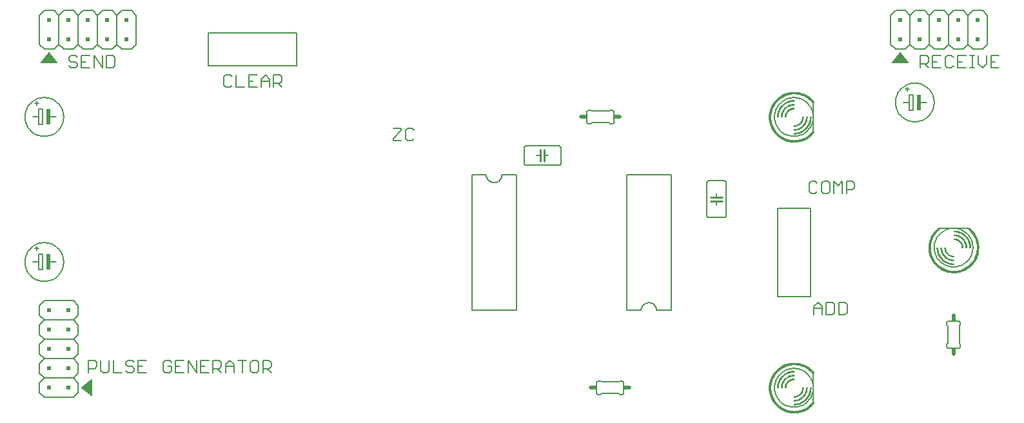
<source format=gto>
G75*
%MOIN*%
%OFA0B0*%
%FSLAX24Y24*%
%IPPOS*%
%LPD*%
%AMOC8*
5,1,8,0,0,1.08239X$1,22.5*
%
%ADD10C,0.0060*%
%ADD11R,0.0200X0.0200*%
%ADD12C,0.0050*%
%ADD13C,0.0080*%
%ADD14C,0.0010*%
%ADD15C,0.0006*%
%ADD16C,0.0200*%
%ADD17R,0.0200X0.0100*%
%ADD18R,0.0100X0.0200*%
%ADD19R,0.0200X0.0800*%
%ADD20C,0.0100*%
D10*
X002350Y004100D02*
X002100Y004350D01*
X002100Y004850D01*
X002350Y005100D01*
X003850Y005100D01*
X004100Y005350D01*
X004100Y005850D01*
X003850Y006100D01*
X002350Y006100D01*
X002100Y006350D01*
X002100Y006850D01*
X002350Y007100D01*
X003850Y007100D01*
X004100Y007350D01*
X004100Y007850D01*
X003850Y008100D01*
X004100Y008350D01*
X004100Y008850D01*
X003850Y009100D01*
X002350Y009100D01*
X002100Y008850D01*
X002100Y008350D01*
X002350Y008100D01*
X003850Y008100D01*
X002350Y008100D02*
X002100Y007850D01*
X002100Y007350D01*
X002350Y007100D01*
X003850Y007100D02*
X004100Y006850D01*
X004100Y006350D01*
X003850Y006100D01*
X004630Y006021D02*
X004950Y006021D01*
X005057Y005914D01*
X005057Y005700D01*
X004950Y005594D01*
X004630Y005594D01*
X004630Y005380D02*
X004630Y006021D01*
X005275Y006021D02*
X005275Y005487D01*
X005381Y005380D01*
X005595Y005380D01*
X005702Y005487D01*
X005702Y006021D01*
X005919Y006021D02*
X005919Y005380D01*
X006346Y005380D01*
X006564Y005487D02*
X006670Y005380D01*
X006884Y005380D01*
X006991Y005487D01*
X006991Y005594D01*
X006884Y005700D01*
X006670Y005700D01*
X006564Y005807D01*
X006564Y005914D01*
X006670Y006021D01*
X006884Y006021D01*
X006991Y005914D01*
X007208Y006021D02*
X007208Y005380D01*
X007635Y005380D01*
X007422Y005700D02*
X007208Y005700D01*
X007208Y006021D02*
X007635Y006021D01*
X008497Y005914D02*
X008497Y005487D01*
X008604Y005380D01*
X008818Y005380D01*
X008924Y005487D01*
X008924Y005700D01*
X008711Y005700D01*
X008924Y005914D02*
X008818Y006021D01*
X008604Y006021D01*
X008497Y005914D01*
X009142Y006021D02*
X009142Y005380D01*
X009569Y005380D01*
X009786Y005380D02*
X009786Y006021D01*
X010213Y005380D01*
X010213Y006021D01*
X010431Y006021D02*
X010431Y005380D01*
X010858Y005380D01*
X011075Y005380D02*
X011075Y006021D01*
X011396Y006021D01*
X011503Y005914D01*
X011503Y005700D01*
X011396Y005594D01*
X011075Y005594D01*
X011289Y005594D02*
X011503Y005380D01*
X011720Y005380D02*
X011720Y005807D01*
X011934Y006021D01*
X012147Y005807D01*
X012147Y005380D01*
X012147Y005700D02*
X011720Y005700D01*
X012365Y006021D02*
X012792Y006021D01*
X012578Y006021D02*
X012578Y005380D01*
X013009Y005487D02*
X013116Y005380D01*
X013329Y005380D01*
X013436Y005487D01*
X013436Y005914D01*
X013329Y006021D01*
X013116Y006021D01*
X013009Y005914D01*
X013009Y005487D01*
X013654Y005594D02*
X013974Y005594D01*
X014081Y005700D01*
X014081Y005914D01*
X013974Y006021D01*
X013654Y006021D01*
X013654Y005380D01*
X013867Y005594D02*
X014081Y005380D01*
X010858Y006021D02*
X010431Y006021D01*
X010431Y005700D02*
X010644Y005700D01*
X009569Y006021D02*
X009142Y006021D01*
X009142Y005700D02*
X009355Y005700D01*
X004100Y004850D02*
X004100Y004350D01*
X003850Y004100D01*
X002350Y004100D01*
X002350Y005100D02*
X002100Y005350D01*
X002100Y005850D01*
X002350Y006100D01*
X003850Y005100D02*
X004100Y004850D01*
X002250Y010700D02*
X002050Y010700D01*
X002050Y011100D01*
X002050Y011500D01*
X002250Y011500D01*
X002250Y010700D01*
X001350Y011100D02*
X001352Y011163D01*
X001358Y011225D01*
X001368Y011287D01*
X001381Y011349D01*
X001399Y011409D01*
X001420Y011468D01*
X001445Y011526D01*
X001474Y011582D01*
X001506Y011636D01*
X001541Y011688D01*
X001579Y011737D01*
X001621Y011785D01*
X001665Y011829D01*
X001713Y011871D01*
X001762Y011909D01*
X001814Y011944D01*
X001868Y011976D01*
X001924Y012005D01*
X001982Y012030D01*
X002041Y012051D01*
X002101Y012069D01*
X002163Y012082D01*
X002225Y012092D01*
X002287Y012098D01*
X002350Y012100D01*
X002413Y012098D01*
X002475Y012092D01*
X002537Y012082D01*
X002599Y012069D01*
X002659Y012051D01*
X002718Y012030D01*
X002776Y012005D01*
X002832Y011976D01*
X002886Y011944D01*
X002938Y011909D01*
X002987Y011871D01*
X003035Y011829D01*
X003079Y011785D01*
X003121Y011737D01*
X003159Y011688D01*
X003194Y011636D01*
X003226Y011582D01*
X003255Y011526D01*
X003280Y011468D01*
X003301Y011409D01*
X003319Y011349D01*
X003332Y011287D01*
X003342Y011225D01*
X003348Y011163D01*
X003350Y011100D01*
X003348Y011037D01*
X003342Y010975D01*
X003332Y010913D01*
X003319Y010851D01*
X003301Y010791D01*
X003280Y010732D01*
X003255Y010674D01*
X003226Y010618D01*
X003194Y010564D01*
X003159Y010512D01*
X003121Y010463D01*
X003079Y010415D01*
X003035Y010371D01*
X002987Y010329D01*
X002938Y010291D01*
X002886Y010256D01*
X002832Y010224D01*
X002776Y010195D01*
X002718Y010170D01*
X002659Y010149D01*
X002599Y010131D01*
X002537Y010118D01*
X002475Y010108D01*
X002413Y010102D01*
X002350Y010100D01*
X002287Y010102D01*
X002225Y010108D01*
X002163Y010118D01*
X002101Y010131D01*
X002041Y010149D01*
X001982Y010170D01*
X001924Y010195D01*
X001868Y010224D01*
X001814Y010256D01*
X001762Y010291D01*
X001713Y010329D01*
X001665Y010371D01*
X001621Y010415D01*
X001579Y010463D01*
X001541Y010512D01*
X001506Y010564D01*
X001474Y010618D01*
X001445Y010674D01*
X001420Y010732D01*
X001399Y010791D01*
X001381Y010851D01*
X001368Y010913D01*
X001358Y010975D01*
X001352Y011037D01*
X001350Y011100D01*
X001750Y011100D02*
X002050Y011100D01*
X002600Y011100D02*
X002950Y011100D01*
X001950Y011700D02*
X001950Y011900D01*
X001850Y011800D02*
X002050Y011800D01*
X002050Y018200D02*
X002250Y018200D01*
X002250Y019000D01*
X002050Y019000D01*
X002050Y018600D01*
X002050Y018200D01*
X002050Y018600D02*
X001750Y018600D01*
X001350Y018600D02*
X001352Y018663D01*
X001358Y018725D01*
X001368Y018787D01*
X001381Y018849D01*
X001399Y018909D01*
X001420Y018968D01*
X001445Y019026D01*
X001474Y019082D01*
X001506Y019136D01*
X001541Y019188D01*
X001579Y019237D01*
X001621Y019285D01*
X001665Y019329D01*
X001713Y019371D01*
X001762Y019409D01*
X001814Y019444D01*
X001868Y019476D01*
X001924Y019505D01*
X001982Y019530D01*
X002041Y019551D01*
X002101Y019569D01*
X002163Y019582D01*
X002225Y019592D01*
X002287Y019598D01*
X002350Y019600D01*
X002413Y019598D01*
X002475Y019592D01*
X002537Y019582D01*
X002599Y019569D01*
X002659Y019551D01*
X002718Y019530D01*
X002776Y019505D01*
X002832Y019476D01*
X002886Y019444D01*
X002938Y019409D01*
X002987Y019371D01*
X003035Y019329D01*
X003079Y019285D01*
X003121Y019237D01*
X003159Y019188D01*
X003194Y019136D01*
X003226Y019082D01*
X003255Y019026D01*
X003280Y018968D01*
X003301Y018909D01*
X003319Y018849D01*
X003332Y018787D01*
X003342Y018725D01*
X003348Y018663D01*
X003350Y018600D01*
X003348Y018537D01*
X003342Y018475D01*
X003332Y018413D01*
X003319Y018351D01*
X003301Y018291D01*
X003280Y018232D01*
X003255Y018174D01*
X003226Y018118D01*
X003194Y018064D01*
X003159Y018012D01*
X003121Y017963D01*
X003079Y017915D01*
X003035Y017871D01*
X002987Y017829D01*
X002938Y017791D01*
X002886Y017756D01*
X002832Y017724D01*
X002776Y017695D01*
X002718Y017670D01*
X002659Y017649D01*
X002599Y017631D01*
X002537Y017618D01*
X002475Y017608D01*
X002413Y017602D01*
X002350Y017600D01*
X002287Y017602D01*
X002225Y017608D01*
X002163Y017618D01*
X002101Y017631D01*
X002041Y017649D01*
X001982Y017670D01*
X001924Y017695D01*
X001868Y017724D01*
X001814Y017756D01*
X001762Y017791D01*
X001713Y017829D01*
X001665Y017871D01*
X001621Y017915D01*
X001579Y017963D01*
X001541Y018012D01*
X001506Y018064D01*
X001474Y018118D01*
X001445Y018174D01*
X001420Y018232D01*
X001399Y018291D01*
X001381Y018351D01*
X001368Y018413D01*
X001358Y018475D01*
X001352Y018537D01*
X001350Y018600D01*
X002600Y018600D02*
X002950Y018600D01*
X002050Y019300D02*
X001850Y019300D01*
X001950Y019200D02*
X001950Y019400D01*
X003737Y021130D02*
X003630Y021237D01*
X003737Y021130D02*
X003950Y021130D01*
X004057Y021237D01*
X004057Y021344D01*
X003950Y021450D01*
X003737Y021450D01*
X003630Y021557D01*
X003630Y021664D01*
X003737Y021771D01*
X003950Y021771D01*
X004057Y021664D01*
X004275Y021771D02*
X004275Y021130D01*
X004702Y021130D01*
X004919Y021130D02*
X004919Y021771D01*
X005346Y021130D01*
X005346Y021771D01*
X005564Y021771D02*
X005884Y021771D01*
X005991Y021664D01*
X005991Y021237D01*
X005884Y021130D01*
X005564Y021130D01*
X005564Y021771D01*
X005350Y022100D02*
X005850Y022100D01*
X006100Y022350D01*
X006350Y022100D01*
X006850Y022100D01*
X007100Y022350D01*
X007100Y023850D01*
X006850Y024100D01*
X006350Y024100D01*
X006100Y023850D01*
X006100Y022350D01*
X005350Y022100D02*
X005100Y022350D01*
X005100Y023850D01*
X005350Y024100D01*
X005850Y024100D01*
X006100Y023850D01*
X005100Y023850D02*
X004850Y024100D01*
X004350Y024100D01*
X004100Y023850D01*
X004100Y022350D01*
X004350Y022100D01*
X004850Y022100D01*
X005100Y022350D01*
X004702Y021771D02*
X004275Y021771D01*
X003850Y022100D02*
X003350Y022100D01*
X003100Y022350D01*
X003100Y023850D01*
X003350Y024100D01*
X003850Y024100D01*
X004100Y023850D01*
X003100Y023850D02*
X002850Y024100D01*
X002350Y024100D01*
X002100Y023850D01*
X002100Y022350D01*
X002350Y022100D01*
X002850Y022100D01*
X003100Y022350D01*
X003850Y022100D02*
X004100Y022350D01*
X004275Y021450D02*
X004488Y021450D01*
X011630Y020664D02*
X011630Y020237D01*
X011737Y020130D01*
X011950Y020130D01*
X012057Y020237D01*
X012275Y020130D02*
X012702Y020130D01*
X012919Y020130D02*
X013346Y020130D01*
X013564Y020130D02*
X013564Y020557D01*
X013777Y020771D01*
X013991Y020557D01*
X013991Y020130D01*
X014208Y020130D02*
X014208Y020771D01*
X014528Y020771D01*
X014635Y020664D01*
X014635Y020450D01*
X014528Y020344D01*
X014208Y020344D01*
X014422Y020344D02*
X014635Y020130D01*
X013991Y020450D02*
X013564Y020450D01*
X013133Y020450D02*
X012919Y020450D01*
X012919Y020130D02*
X012919Y020771D01*
X013346Y020771D01*
X012275Y020771D02*
X012275Y020130D01*
X012057Y020664D02*
X011950Y020771D01*
X011737Y020771D01*
X011630Y020664D01*
X020380Y018021D02*
X020807Y018021D01*
X020807Y017914D01*
X020380Y017487D01*
X020380Y017380D01*
X020807Y017380D01*
X021025Y017487D02*
X021131Y017380D01*
X021345Y017380D01*
X021452Y017487D01*
X021025Y017487D02*
X021025Y017914D01*
X021131Y018021D01*
X021345Y018021D01*
X021452Y017914D01*
X024450Y015600D02*
X025200Y015600D01*
X025202Y015561D01*
X025208Y015522D01*
X025217Y015484D01*
X025230Y015447D01*
X025247Y015411D01*
X025267Y015378D01*
X025291Y015346D01*
X025317Y015317D01*
X025346Y015291D01*
X025378Y015267D01*
X025411Y015247D01*
X025447Y015230D01*
X025484Y015217D01*
X025522Y015208D01*
X025561Y015202D01*
X025600Y015200D01*
X025639Y015202D01*
X025678Y015208D01*
X025716Y015217D01*
X025753Y015230D01*
X025789Y015247D01*
X025822Y015267D01*
X025854Y015291D01*
X025883Y015317D01*
X025909Y015346D01*
X025933Y015378D01*
X025953Y015411D01*
X025970Y015447D01*
X025983Y015484D01*
X025992Y015522D01*
X025998Y015561D01*
X026000Y015600D01*
X026750Y015600D01*
X026750Y008600D01*
X024450Y008600D01*
X024450Y015600D01*
X027150Y016200D02*
X027150Y017000D01*
X027152Y017017D01*
X027156Y017034D01*
X027163Y017050D01*
X027173Y017064D01*
X027186Y017077D01*
X027200Y017087D01*
X027216Y017094D01*
X027233Y017098D01*
X027250Y017100D01*
X028950Y017100D01*
X028967Y017098D01*
X028984Y017094D01*
X029000Y017087D01*
X029014Y017077D01*
X029027Y017064D01*
X029037Y017050D01*
X029044Y017034D01*
X029048Y017017D01*
X029050Y017000D01*
X029050Y016200D01*
X029048Y016183D01*
X029044Y016166D01*
X029037Y016150D01*
X029027Y016136D01*
X029014Y016123D01*
X029000Y016113D01*
X028984Y016106D01*
X028967Y016102D01*
X028950Y016100D01*
X027250Y016100D01*
X027233Y016102D01*
X027216Y016106D01*
X027200Y016113D01*
X027186Y016123D01*
X027173Y016136D01*
X027163Y016150D01*
X027156Y016166D01*
X027152Y016183D01*
X027150Y016200D01*
X027800Y016600D02*
X027950Y016600D01*
X028000Y016600D01*
X028200Y016600D02*
X028250Y016600D01*
X028400Y016600D01*
X030400Y018350D02*
X030400Y018850D01*
X030402Y018867D01*
X030406Y018884D01*
X030413Y018900D01*
X030423Y018914D01*
X030436Y018927D01*
X030450Y018937D01*
X030466Y018944D01*
X030483Y018948D01*
X030500Y018950D01*
X030600Y018950D01*
X030650Y018900D01*
X031550Y018900D01*
X031600Y018950D01*
X031700Y018950D01*
X031717Y018948D01*
X031734Y018944D01*
X031750Y018937D01*
X031764Y018927D01*
X031777Y018914D01*
X031787Y018900D01*
X031794Y018884D01*
X031798Y018867D01*
X031800Y018850D01*
X031800Y018350D01*
X031798Y018333D01*
X031794Y018316D01*
X031787Y018300D01*
X031777Y018286D01*
X031764Y018273D01*
X031750Y018263D01*
X031734Y018256D01*
X031717Y018252D01*
X031700Y018250D01*
X031600Y018250D01*
X031550Y018300D01*
X030650Y018300D01*
X030600Y018250D01*
X030500Y018250D01*
X030483Y018252D01*
X030466Y018256D01*
X030450Y018263D01*
X030436Y018273D01*
X030423Y018286D01*
X030413Y018300D01*
X030406Y018316D01*
X030402Y018333D01*
X030400Y018350D01*
X032450Y015600D02*
X034750Y015600D01*
X034750Y008600D01*
X034000Y008600D01*
X033998Y008639D01*
X033992Y008678D01*
X033983Y008716D01*
X033970Y008753D01*
X033953Y008789D01*
X033933Y008822D01*
X033909Y008854D01*
X033883Y008883D01*
X033854Y008909D01*
X033822Y008933D01*
X033789Y008953D01*
X033753Y008970D01*
X033716Y008983D01*
X033678Y008992D01*
X033639Y008998D01*
X033600Y009000D01*
X033561Y008998D01*
X033522Y008992D01*
X033484Y008983D01*
X033447Y008970D01*
X033411Y008953D01*
X033378Y008933D01*
X033346Y008909D01*
X033317Y008883D01*
X033291Y008854D01*
X033267Y008822D01*
X033247Y008789D01*
X033230Y008753D01*
X033217Y008716D01*
X033208Y008678D01*
X033202Y008639D01*
X033200Y008600D01*
X032450Y008600D01*
X032450Y015600D01*
X036600Y015200D02*
X036600Y013500D01*
X036602Y013483D01*
X036606Y013466D01*
X036613Y013450D01*
X036623Y013436D01*
X036636Y013423D01*
X036650Y013413D01*
X036666Y013406D01*
X036683Y013402D01*
X036700Y013400D01*
X037500Y013400D01*
X037517Y013402D01*
X037534Y013406D01*
X037550Y013413D01*
X037564Y013423D01*
X037577Y013436D01*
X037587Y013450D01*
X037594Y013466D01*
X037598Y013483D01*
X037600Y013500D01*
X037600Y015200D01*
X037598Y015217D01*
X037594Y015234D01*
X037587Y015250D01*
X037577Y015264D01*
X037564Y015277D01*
X037550Y015287D01*
X037534Y015294D01*
X037517Y015298D01*
X037500Y015300D01*
X036700Y015300D01*
X036683Y015298D01*
X036666Y015294D01*
X036650Y015287D01*
X036636Y015277D01*
X036623Y015264D01*
X036613Y015250D01*
X036606Y015234D01*
X036602Y015217D01*
X036600Y015200D01*
X037100Y014650D02*
X037100Y014500D01*
X037100Y014450D01*
X037100Y014250D02*
X037100Y014200D01*
X037100Y014050D01*
X041880Y014737D02*
X041987Y014630D01*
X042200Y014630D01*
X042307Y014737D01*
X042525Y014737D02*
X042631Y014630D01*
X042845Y014630D01*
X042952Y014737D01*
X042952Y015164D01*
X042845Y015271D01*
X042631Y015271D01*
X042525Y015164D01*
X042525Y014737D01*
X041880Y014737D02*
X041880Y015164D01*
X041987Y015271D01*
X042200Y015271D01*
X042307Y015164D01*
X043169Y015271D02*
X043169Y014630D01*
X043596Y014630D02*
X043596Y015271D01*
X043383Y015057D01*
X043169Y015271D01*
X043814Y015271D02*
X044134Y015271D01*
X044241Y015164D01*
X044241Y014950D01*
X044134Y014844D01*
X043814Y014844D01*
X043814Y014630D02*
X043814Y015271D01*
X040100Y018600D02*
X040102Y018663D01*
X040108Y018725D01*
X040118Y018787D01*
X040131Y018849D01*
X040149Y018909D01*
X040170Y018968D01*
X040195Y019026D01*
X040224Y019082D01*
X040256Y019136D01*
X040291Y019188D01*
X040329Y019237D01*
X040371Y019285D01*
X040415Y019329D01*
X040463Y019371D01*
X040512Y019409D01*
X040564Y019444D01*
X040618Y019476D01*
X040674Y019505D01*
X040732Y019530D01*
X040791Y019551D01*
X040851Y019569D01*
X040913Y019582D01*
X040975Y019592D01*
X041037Y019598D01*
X041100Y019600D01*
X041163Y019598D01*
X041225Y019592D01*
X041287Y019582D01*
X041349Y019569D01*
X041409Y019551D01*
X041468Y019530D01*
X041526Y019505D01*
X041582Y019476D01*
X041636Y019444D01*
X041688Y019409D01*
X041737Y019371D01*
X041785Y019329D01*
X041829Y019285D01*
X041871Y019237D01*
X041909Y019188D01*
X041944Y019136D01*
X041976Y019082D01*
X042005Y019026D01*
X042030Y018968D01*
X042051Y018909D01*
X042069Y018849D01*
X042082Y018787D01*
X042092Y018725D01*
X042098Y018663D01*
X042100Y018600D01*
X042098Y018537D01*
X042092Y018475D01*
X042082Y018413D01*
X042069Y018351D01*
X042051Y018291D01*
X042030Y018232D01*
X042005Y018174D01*
X041976Y018118D01*
X041944Y018064D01*
X041909Y018012D01*
X041871Y017963D01*
X041829Y017915D01*
X041785Y017871D01*
X041737Y017829D01*
X041688Y017791D01*
X041636Y017756D01*
X041582Y017724D01*
X041526Y017695D01*
X041468Y017670D01*
X041409Y017649D01*
X041349Y017631D01*
X041287Y017618D01*
X041225Y017608D01*
X041163Y017602D01*
X041100Y017600D01*
X041037Y017602D01*
X040975Y017608D01*
X040913Y017618D01*
X040851Y017631D01*
X040791Y017649D01*
X040732Y017670D01*
X040674Y017695D01*
X040618Y017724D01*
X040564Y017756D01*
X040512Y017791D01*
X040463Y017829D01*
X040415Y017871D01*
X040371Y017915D01*
X040329Y017963D01*
X040291Y018012D01*
X040256Y018064D01*
X040224Y018118D01*
X040195Y018174D01*
X040170Y018232D01*
X040149Y018291D01*
X040131Y018351D01*
X040118Y018413D01*
X040108Y018475D01*
X040102Y018537D01*
X040100Y018600D01*
X046750Y019350D02*
X047050Y019350D01*
X047050Y019750D01*
X047250Y019750D01*
X047250Y018950D01*
X047050Y018950D01*
X047050Y019350D01*
X046350Y019350D02*
X046352Y019413D01*
X046358Y019475D01*
X046368Y019537D01*
X046381Y019599D01*
X046399Y019659D01*
X046420Y019718D01*
X046445Y019776D01*
X046474Y019832D01*
X046506Y019886D01*
X046541Y019938D01*
X046579Y019987D01*
X046621Y020035D01*
X046665Y020079D01*
X046713Y020121D01*
X046762Y020159D01*
X046814Y020194D01*
X046868Y020226D01*
X046924Y020255D01*
X046982Y020280D01*
X047041Y020301D01*
X047101Y020319D01*
X047163Y020332D01*
X047225Y020342D01*
X047287Y020348D01*
X047350Y020350D01*
X047413Y020348D01*
X047475Y020342D01*
X047537Y020332D01*
X047599Y020319D01*
X047659Y020301D01*
X047718Y020280D01*
X047776Y020255D01*
X047832Y020226D01*
X047886Y020194D01*
X047938Y020159D01*
X047987Y020121D01*
X048035Y020079D01*
X048079Y020035D01*
X048121Y019987D01*
X048159Y019938D01*
X048194Y019886D01*
X048226Y019832D01*
X048255Y019776D01*
X048280Y019718D01*
X048301Y019659D01*
X048319Y019599D01*
X048332Y019537D01*
X048342Y019475D01*
X048348Y019413D01*
X048350Y019350D01*
X048348Y019287D01*
X048342Y019225D01*
X048332Y019163D01*
X048319Y019101D01*
X048301Y019041D01*
X048280Y018982D01*
X048255Y018924D01*
X048226Y018868D01*
X048194Y018814D01*
X048159Y018762D01*
X048121Y018713D01*
X048079Y018665D01*
X048035Y018621D01*
X047987Y018579D01*
X047938Y018541D01*
X047886Y018506D01*
X047832Y018474D01*
X047776Y018445D01*
X047718Y018420D01*
X047659Y018399D01*
X047599Y018381D01*
X047537Y018368D01*
X047475Y018358D01*
X047413Y018352D01*
X047350Y018350D01*
X047287Y018352D01*
X047225Y018358D01*
X047163Y018368D01*
X047101Y018381D01*
X047041Y018399D01*
X046982Y018420D01*
X046924Y018445D01*
X046868Y018474D01*
X046814Y018506D01*
X046762Y018541D01*
X046713Y018579D01*
X046665Y018621D01*
X046621Y018665D01*
X046579Y018713D01*
X046541Y018762D01*
X046506Y018814D01*
X046474Y018868D01*
X046445Y018924D01*
X046420Y018982D01*
X046399Y019041D01*
X046381Y019101D01*
X046368Y019163D01*
X046358Y019225D01*
X046352Y019287D01*
X046350Y019350D01*
X047600Y019350D02*
X047950Y019350D01*
X047050Y020050D02*
X046850Y020050D01*
X046950Y019950D02*
X046950Y020150D01*
X047630Y021130D02*
X047630Y021771D01*
X047950Y021771D01*
X048057Y021664D01*
X048057Y021450D01*
X047950Y021344D01*
X047630Y021344D01*
X047844Y021344D02*
X048057Y021130D01*
X048275Y021130D02*
X048702Y021130D01*
X048919Y021237D02*
X049026Y021130D01*
X049239Y021130D01*
X049346Y021237D01*
X049564Y021130D02*
X049991Y021130D01*
X050208Y021130D02*
X050422Y021130D01*
X050315Y021130D02*
X050315Y021771D01*
X050208Y021771D02*
X050422Y021771D01*
X050638Y021771D02*
X050638Y021344D01*
X050851Y021130D01*
X051065Y021344D01*
X051065Y021771D01*
X051282Y021771D02*
X051282Y021130D01*
X051709Y021130D01*
X051496Y021450D02*
X051282Y021450D01*
X051282Y021771D02*
X051709Y021771D01*
X051100Y022350D02*
X051100Y023850D01*
X050850Y024100D01*
X050350Y024100D01*
X050100Y023850D01*
X050100Y022350D01*
X050350Y022100D01*
X050850Y022100D01*
X051100Y022350D01*
X050100Y022350D02*
X049850Y022100D01*
X049350Y022100D01*
X049100Y022350D01*
X049100Y023850D01*
X049350Y024100D01*
X049850Y024100D01*
X050100Y023850D01*
X049100Y023850D02*
X048850Y024100D01*
X048350Y024100D01*
X048100Y023850D01*
X048100Y022350D01*
X048350Y022100D01*
X048850Y022100D01*
X049100Y022350D01*
X049026Y021771D02*
X048919Y021664D01*
X048919Y021237D01*
X048488Y021450D02*
X048275Y021450D01*
X048275Y021130D02*
X048275Y021771D01*
X048702Y021771D01*
X049026Y021771D02*
X049239Y021771D01*
X049346Y021664D01*
X049564Y021771D02*
X049564Y021130D01*
X049564Y021450D02*
X049777Y021450D01*
X049991Y021771D02*
X049564Y021771D01*
X048100Y022350D02*
X047850Y022100D01*
X047350Y022100D01*
X047100Y022350D01*
X047100Y023850D01*
X047350Y024100D01*
X047850Y024100D01*
X048100Y023850D01*
X047100Y023850D02*
X046850Y024100D01*
X046350Y024100D01*
X046100Y023850D01*
X046100Y022350D01*
X046350Y022100D01*
X046850Y022100D01*
X047100Y022350D01*
X048350Y011850D02*
X048352Y011913D01*
X048358Y011975D01*
X048368Y012037D01*
X048381Y012099D01*
X048399Y012159D01*
X048420Y012218D01*
X048445Y012276D01*
X048474Y012332D01*
X048506Y012386D01*
X048541Y012438D01*
X048579Y012487D01*
X048621Y012535D01*
X048665Y012579D01*
X048713Y012621D01*
X048762Y012659D01*
X048814Y012694D01*
X048868Y012726D01*
X048924Y012755D01*
X048982Y012780D01*
X049041Y012801D01*
X049101Y012819D01*
X049163Y012832D01*
X049225Y012842D01*
X049287Y012848D01*
X049350Y012850D01*
X049413Y012848D01*
X049475Y012842D01*
X049537Y012832D01*
X049599Y012819D01*
X049659Y012801D01*
X049718Y012780D01*
X049776Y012755D01*
X049832Y012726D01*
X049886Y012694D01*
X049938Y012659D01*
X049987Y012621D01*
X050035Y012579D01*
X050079Y012535D01*
X050121Y012487D01*
X050159Y012438D01*
X050194Y012386D01*
X050226Y012332D01*
X050255Y012276D01*
X050280Y012218D01*
X050301Y012159D01*
X050319Y012099D01*
X050332Y012037D01*
X050342Y011975D01*
X050348Y011913D01*
X050350Y011850D01*
X050348Y011787D01*
X050342Y011725D01*
X050332Y011663D01*
X050319Y011601D01*
X050301Y011541D01*
X050280Y011482D01*
X050255Y011424D01*
X050226Y011368D01*
X050194Y011314D01*
X050159Y011262D01*
X050121Y011213D01*
X050079Y011165D01*
X050035Y011121D01*
X049987Y011079D01*
X049938Y011041D01*
X049886Y011006D01*
X049832Y010974D01*
X049776Y010945D01*
X049718Y010920D01*
X049659Y010899D01*
X049599Y010881D01*
X049537Y010868D01*
X049475Y010858D01*
X049413Y010852D01*
X049350Y010850D01*
X049287Y010852D01*
X049225Y010858D01*
X049163Y010868D01*
X049101Y010881D01*
X049041Y010899D01*
X048982Y010920D01*
X048924Y010945D01*
X048868Y010974D01*
X048814Y011006D01*
X048762Y011041D01*
X048713Y011079D01*
X048665Y011121D01*
X048621Y011165D01*
X048579Y011213D01*
X048541Y011262D01*
X048506Y011314D01*
X048474Y011368D01*
X048445Y011424D01*
X048420Y011482D01*
X048399Y011541D01*
X048381Y011601D01*
X048368Y011663D01*
X048358Y011725D01*
X048352Y011787D01*
X048350Y011850D01*
X043846Y008914D02*
X043739Y009021D01*
X043419Y009021D01*
X043419Y008380D01*
X043739Y008380D01*
X043846Y008487D01*
X043846Y008914D01*
X043202Y008914D02*
X043202Y008487D01*
X043095Y008380D01*
X042775Y008380D01*
X042775Y009021D01*
X043095Y009021D01*
X043202Y008914D01*
X042557Y008807D02*
X042557Y008380D01*
X042130Y008380D02*
X042130Y008807D01*
X042344Y009021D01*
X042557Y008807D01*
X042557Y008700D02*
X042130Y008700D01*
X049000Y007950D02*
X049000Y007850D01*
X049050Y007800D01*
X049050Y006900D01*
X049000Y006850D01*
X049000Y006750D01*
X049002Y006733D01*
X049006Y006716D01*
X049013Y006700D01*
X049023Y006686D01*
X049036Y006673D01*
X049050Y006663D01*
X049066Y006656D01*
X049083Y006652D01*
X049100Y006650D01*
X049600Y006650D01*
X049617Y006652D01*
X049634Y006656D01*
X049650Y006663D01*
X049664Y006673D01*
X049677Y006686D01*
X049687Y006700D01*
X049694Y006716D01*
X049698Y006733D01*
X049700Y006750D01*
X049700Y006850D01*
X049650Y006900D01*
X049650Y007800D01*
X049700Y007850D01*
X049700Y007950D01*
X049698Y007967D01*
X049694Y007984D01*
X049687Y008000D01*
X049677Y008014D01*
X049664Y008027D01*
X049650Y008037D01*
X049634Y008044D01*
X049617Y008048D01*
X049600Y008050D01*
X049100Y008050D01*
X049083Y008048D01*
X049066Y008044D01*
X049050Y008037D01*
X049036Y008027D01*
X049023Y008014D01*
X049013Y008000D01*
X049006Y007984D01*
X049002Y007967D01*
X049000Y007950D01*
X040100Y004600D02*
X040102Y004663D01*
X040108Y004725D01*
X040118Y004787D01*
X040131Y004849D01*
X040149Y004909D01*
X040170Y004968D01*
X040195Y005026D01*
X040224Y005082D01*
X040256Y005136D01*
X040291Y005188D01*
X040329Y005237D01*
X040371Y005285D01*
X040415Y005329D01*
X040463Y005371D01*
X040512Y005409D01*
X040564Y005444D01*
X040618Y005476D01*
X040674Y005505D01*
X040732Y005530D01*
X040791Y005551D01*
X040851Y005569D01*
X040913Y005582D01*
X040975Y005592D01*
X041037Y005598D01*
X041100Y005600D01*
X041163Y005598D01*
X041225Y005592D01*
X041287Y005582D01*
X041349Y005569D01*
X041409Y005551D01*
X041468Y005530D01*
X041526Y005505D01*
X041582Y005476D01*
X041636Y005444D01*
X041688Y005409D01*
X041737Y005371D01*
X041785Y005329D01*
X041829Y005285D01*
X041871Y005237D01*
X041909Y005188D01*
X041944Y005136D01*
X041976Y005082D01*
X042005Y005026D01*
X042030Y004968D01*
X042051Y004909D01*
X042069Y004849D01*
X042082Y004787D01*
X042092Y004725D01*
X042098Y004663D01*
X042100Y004600D01*
X042098Y004537D01*
X042092Y004475D01*
X042082Y004413D01*
X042069Y004351D01*
X042051Y004291D01*
X042030Y004232D01*
X042005Y004174D01*
X041976Y004118D01*
X041944Y004064D01*
X041909Y004012D01*
X041871Y003963D01*
X041829Y003915D01*
X041785Y003871D01*
X041737Y003829D01*
X041688Y003791D01*
X041636Y003756D01*
X041582Y003724D01*
X041526Y003695D01*
X041468Y003670D01*
X041409Y003649D01*
X041349Y003631D01*
X041287Y003618D01*
X041225Y003608D01*
X041163Y003602D01*
X041100Y003600D01*
X041037Y003602D01*
X040975Y003608D01*
X040913Y003618D01*
X040851Y003631D01*
X040791Y003649D01*
X040732Y003670D01*
X040674Y003695D01*
X040618Y003724D01*
X040564Y003756D01*
X040512Y003791D01*
X040463Y003829D01*
X040415Y003871D01*
X040371Y003915D01*
X040329Y003963D01*
X040291Y004012D01*
X040256Y004064D01*
X040224Y004118D01*
X040195Y004174D01*
X040170Y004232D01*
X040149Y004291D01*
X040131Y004351D01*
X040118Y004413D01*
X040108Y004475D01*
X040102Y004537D01*
X040100Y004600D01*
X032300Y004850D02*
X032300Y004350D01*
X032298Y004333D01*
X032294Y004316D01*
X032287Y004300D01*
X032277Y004286D01*
X032264Y004273D01*
X032250Y004263D01*
X032234Y004256D01*
X032217Y004252D01*
X032200Y004250D01*
X032100Y004250D01*
X032050Y004300D01*
X031150Y004300D01*
X031100Y004250D01*
X031000Y004250D01*
X030983Y004252D01*
X030966Y004256D01*
X030950Y004263D01*
X030936Y004273D01*
X030923Y004286D01*
X030913Y004300D01*
X030906Y004316D01*
X030902Y004333D01*
X030900Y004350D01*
X030900Y004850D01*
X030902Y004867D01*
X030906Y004884D01*
X030913Y004900D01*
X030923Y004914D01*
X030936Y004927D01*
X030950Y004937D01*
X030966Y004944D01*
X030983Y004948D01*
X031000Y004950D01*
X031100Y004950D01*
X031150Y004900D01*
X032050Y004900D01*
X032100Y004950D01*
X032200Y004950D01*
X032217Y004948D01*
X032234Y004944D01*
X032250Y004937D01*
X032264Y004927D01*
X032277Y004914D01*
X032287Y004900D01*
X032294Y004884D01*
X032298Y004867D01*
X032300Y004850D01*
D11*
X003600Y004600D03*
X002600Y004600D03*
X002600Y005600D03*
X003600Y005600D03*
X003600Y006600D03*
X002600Y006600D03*
X002600Y007600D03*
X003600Y007600D03*
X003600Y008600D03*
X002600Y008600D03*
X002600Y022600D03*
X003600Y022600D03*
X004600Y022600D03*
X005600Y022600D03*
X006600Y022600D03*
X006600Y023600D03*
X005600Y023600D03*
X004600Y023600D03*
X003600Y023600D03*
X002600Y023600D03*
X046600Y023600D03*
X047600Y023600D03*
X048600Y023600D03*
X049600Y023600D03*
X050600Y023600D03*
X050600Y022600D03*
X049600Y022600D03*
X048600Y022600D03*
X047600Y022600D03*
X046600Y022600D03*
D12*
X046600Y021900D02*
X047000Y021400D01*
X046200Y021400D01*
X046600Y021900D01*
X046581Y021877D02*
X046619Y021877D01*
X046658Y021828D02*
X046542Y021828D01*
X046504Y021780D02*
X046696Y021780D01*
X046735Y021731D02*
X046465Y021731D01*
X046426Y021683D02*
X046774Y021683D01*
X046813Y021634D02*
X046387Y021634D01*
X046348Y021586D02*
X046852Y021586D01*
X046890Y021537D02*
X046310Y021537D01*
X046271Y021489D02*
X046929Y021489D01*
X046968Y021440D02*
X046232Y021440D01*
X004800Y005000D02*
X004800Y004200D01*
X004300Y004600D01*
X004800Y005000D01*
X004800Y004999D02*
X004798Y004999D01*
X004800Y004950D02*
X004738Y004950D01*
X004677Y004902D02*
X004800Y004902D01*
X004800Y004853D02*
X004616Y004853D01*
X004556Y004805D02*
X004800Y004805D01*
X004800Y004756D02*
X004495Y004756D01*
X004434Y004708D02*
X004800Y004708D01*
X004800Y004659D02*
X004374Y004659D01*
X004313Y004611D02*
X004800Y004611D01*
X004800Y004562D02*
X004347Y004562D01*
X004408Y004514D02*
X004800Y004514D01*
X004800Y004465D02*
X004469Y004465D01*
X004529Y004417D02*
X004800Y004417D01*
X004800Y004368D02*
X004590Y004368D01*
X004651Y004320D02*
X004800Y004320D01*
X004800Y004271D02*
X004711Y004271D01*
X004772Y004223D02*
X004800Y004223D01*
X003000Y021400D02*
X002200Y021400D01*
X002600Y021900D01*
X003000Y021400D01*
X002968Y021440D02*
X002232Y021440D01*
X002271Y021489D02*
X002929Y021489D01*
X002890Y021537D02*
X002310Y021537D01*
X002348Y021586D02*
X002852Y021586D01*
X002813Y021634D02*
X002387Y021634D01*
X002426Y021683D02*
X002774Y021683D01*
X002735Y021731D02*
X002465Y021731D01*
X002504Y021780D02*
X002696Y021780D01*
X002658Y021828D02*
X002542Y021828D01*
X002581Y021877D02*
X002619Y021877D01*
D13*
X010811Y021244D02*
X015389Y021244D01*
X015389Y022956D01*
X010811Y022956D01*
X010811Y021244D01*
X040244Y013889D02*
X040244Y009311D01*
X041956Y009311D01*
X041956Y013889D01*
X040244Y013889D01*
X042100Y017850D02*
X042100Y019350D01*
X048600Y012850D02*
X050100Y012850D01*
X042100Y005350D02*
X042100Y003850D01*
D14*
X042132Y005380D02*
X042060Y005326D01*
X042061Y005327D02*
X042018Y005380D01*
X041973Y005431D01*
X041924Y005479D01*
X041873Y005524D01*
X041819Y005567D01*
X041763Y005606D01*
X041705Y005642D01*
X041645Y005675D01*
X041584Y005704D01*
X041520Y005729D01*
X041456Y005751D01*
X041390Y005770D01*
X041323Y005784D01*
X041256Y005795D01*
X041188Y005802D01*
X041120Y005805D01*
X041051Y005804D01*
X040983Y005799D01*
X040915Y005791D01*
X040848Y005778D01*
X040782Y005762D01*
X040717Y005742D01*
X040652Y005719D01*
X040590Y005692D01*
X040529Y005661D01*
X040470Y005627D01*
X040412Y005590D01*
X040357Y005549D01*
X040305Y005505D01*
X040255Y005459D01*
X040208Y005410D01*
X040163Y005358D01*
X040122Y005304D01*
X040083Y005247D01*
X040048Y005188D01*
X040017Y005128D01*
X039989Y005066D01*
X039964Y005002D01*
X039943Y004937D01*
X039926Y004871D01*
X039912Y004804D01*
X039903Y004736D01*
X039897Y004668D01*
X039895Y004600D01*
X039897Y004532D01*
X039903Y004464D01*
X039912Y004396D01*
X039926Y004329D01*
X039943Y004263D01*
X039964Y004198D01*
X039989Y004134D01*
X040017Y004072D01*
X040048Y004012D01*
X040083Y003953D01*
X040122Y003896D01*
X040163Y003842D01*
X040208Y003790D01*
X040255Y003741D01*
X040305Y003695D01*
X040357Y003651D01*
X040412Y003610D01*
X040470Y003573D01*
X040529Y003539D01*
X040590Y003508D01*
X040652Y003481D01*
X040717Y003458D01*
X040782Y003438D01*
X040848Y003422D01*
X040915Y003409D01*
X040983Y003401D01*
X041051Y003396D01*
X041120Y003395D01*
X041188Y003398D01*
X041256Y003405D01*
X041323Y003416D01*
X041390Y003430D01*
X041456Y003449D01*
X041520Y003471D01*
X041584Y003496D01*
X041645Y003525D01*
X041705Y003558D01*
X041763Y003594D01*
X041819Y003633D01*
X041873Y003676D01*
X041924Y003721D01*
X041973Y003769D01*
X042018Y003820D01*
X042061Y003873D01*
X042132Y003820D01*
X042133Y003819D01*
X042089Y003764D01*
X042041Y003711D01*
X041991Y003660D01*
X041938Y003613D01*
X041883Y003569D01*
X041825Y003527D01*
X041765Y003489D01*
X041704Y003454D01*
X041640Y003423D01*
X041575Y003395D01*
X041508Y003371D01*
X041440Y003350D01*
X041371Y003334D01*
X041301Y003321D01*
X041231Y003312D01*
X041160Y003306D01*
X041089Y003305D01*
X041018Y003308D01*
X040947Y003314D01*
X040877Y003324D01*
X040808Y003338D01*
X040739Y003356D01*
X040671Y003378D01*
X040605Y003403D01*
X040540Y003432D01*
X040477Y003465D01*
X040416Y003501D01*
X040357Y003540D01*
X040300Y003582D01*
X040245Y003627D01*
X040193Y003676D01*
X040144Y003727D01*
X040097Y003780D01*
X040054Y003837D01*
X040014Y003895D01*
X039977Y003956D01*
X039943Y004018D01*
X039913Y004082D01*
X039886Y004148D01*
X039863Y004215D01*
X039844Y004284D01*
X039829Y004353D01*
X039817Y004423D01*
X039809Y004494D01*
X039805Y004565D01*
X039805Y004635D01*
X039809Y004706D01*
X039817Y004777D01*
X039829Y004847D01*
X039844Y004916D01*
X039863Y004985D01*
X039886Y005052D01*
X039913Y005118D01*
X039943Y005182D01*
X039977Y005244D01*
X040014Y005305D01*
X040054Y005363D01*
X040097Y005420D01*
X040144Y005473D01*
X040193Y005524D01*
X040245Y005573D01*
X040300Y005618D01*
X040357Y005660D01*
X040416Y005699D01*
X040477Y005735D01*
X040540Y005768D01*
X040605Y005797D01*
X040671Y005822D01*
X040739Y005844D01*
X040808Y005862D01*
X040877Y005876D01*
X040947Y005886D01*
X041018Y005892D01*
X041089Y005895D01*
X041160Y005894D01*
X041231Y005888D01*
X041301Y005879D01*
X041371Y005866D01*
X041440Y005850D01*
X041508Y005829D01*
X041575Y005805D01*
X041640Y005777D01*
X041704Y005746D01*
X041765Y005711D01*
X041825Y005673D01*
X041883Y005631D01*
X041938Y005587D01*
X041991Y005540D01*
X042041Y005489D01*
X042089Y005436D01*
X042133Y005381D01*
X042126Y005376D01*
X042081Y005431D01*
X042034Y005484D01*
X041983Y005535D01*
X041930Y005582D01*
X041874Y005627D01*
X041816Y005668D01*
X041756Y005706D01*
X041694Y005741D01*
X041630Y005772D01*
X041564Y005799D01*
X041497Y005823D01*
X041428Y005843D01*
X041359Y005860D01*
X041289Y005872D01*
X041218Y005881D01*
X041147Y005885D01*
X041076Y005886D01*
X041005Y005882D01*
X040934Y005875D01*
X040863Y005864D01*
X040794Y005849D01*
X040725Y005830D01*
X040657Y005807D01*
X040591Y005781D01*
X040526Y005751D01*
X040464Y005717D01*
X040403Y005681D01*
X040344Y005640D01*
X040287Y005597D01*
X040233Y005550D01*
X040182Y005501D01*
X040134Y005448D01*
X040088Y005394D01*
X040046Y005336D01*
X040007Y005277D01*
X039971Y005215D01*
X039938Y005152D01*
X039910Y005087D01*
X039884Y005020D01*
X039863Y004952D01*
X039845Y004883D01*
X039832Y004813D01*
X039822Y004742D01*
X039816Y004671D01*
X039814Y004600D01*
X039816Y004529D01*
X039822Y004458D01*
X039832Y004387D01*
X039845Y004317D01*
X039863Y004248D01*
X039884Y004180D01*
X039910Y004113D01*
X039938Y004048D01*
X039971Y003985D01*
X040007Y003923D01*
X040046Y003864D01*
X040088Y003806D01*
X040134Y003752D01*
X040182Y003699D01*
X040233Y003650D01*
X040287Y003603D01*
X040344Y003560D01*
X040403Y003519D01*
X040464Y003483D01*
X040526Y003449D01*
X040591Y003419D01*
X040657Y003393D01*
X040725Y003370D01*
X040794Y003351D01*
X040863Y003336D01*
X040934Y003325D01*
X041005Y003318D01*
X041076Y003314D01*
X041147Y003315D01*
X041218Y003319D01*
X041289Y003328D01*
X041359Y003340D01*
X041428Y003357D01*
X041497Y003377D01*
X041564Y003401D01*
X041630Y003428D01*
X041694Y003459D01*
X041756Y003494D01*
X041816Y003532D01*
X041874Y003573D01*
X041930Y003618D01*
X041983Y003665D01*
X042034Y003716D01*
X042081Y003769D01*
X042126Y003824D01*
X042119Y003830D01*
X042074Y003775D01*
X042027Y003722D01*
X041977Y003672D01*
X041924Y003625D01*
X041869Y003581D01*
X041811Y003539D01*
X041752Y003502D01*
X041690Y003467D01*
X041626Y003436D01*
X041561Y003409D01*
X041494Y003385D01*
X041426Y003365D01*
X041357Y003349D01*
X041288Y003337D01*
X041217Y003328D01*
X041147Y003324D01*
X041076Y003323D01*
X041005Y003327D01*
X040935Y003334D01*
X040865Y003345D01*
X040796Y003360D01*
X040728Y003379D01*
X040660Y003401D01*
X040595Y003427D01*
X040530Y003457D01*
X040468Y003490D01*
X040408Y003527D01*
X040349Y003567D01*
X040293Y003610D01*
X040239Y003656D01*
X040189Y003706D01*
X040140Y003757D01*
X040095Y003812D01*
X040053Y003869D01*
X040014Y003928D01*
X039979Y003989D01*
X039946Y004052D01*
X039918Y004117D01*
X039893Y004183D01*
X039872Y004251D01*
X039854Y004319D01*
X039841Y004389D01*
X039831Y004459D01*
X039825Y004529D01*
X039823Y004600D01*
X039825Y004671D01*
X039831Y004741D01*
X039841Y004811D01*
X039854Y004881D01*
X039872Y004949D01*
X039893Y005017D01*
X039918Y005083D01*
X039946Y005148D01*
X039979Y005211D01*
X040014Y005272D01*
X040053Y005331D01*
X040095Y005388D01*
X040140Y005443D01*
X040189Y005494D01*
X040239Y005544D01*
X040293Y005590D01*
X040349Y005633D01*
X040408Y005673D01*
X040468Y005710D01*
X040530Y005743D01*
X040595Y005773D01*
X040660Y005799D01*
X040728Y005821D01*
X040796Y005840D01*
X040865Y005855D01*
X040935Y005866D01*
X041005Y005873D01*
X041076Y005877D01*
X041147Y005876D01*
X041217Y005872D01*
X041288Y005863D01*
X041357Y005851D01*
X041426Y005835D01*
X041494Y005815D01*
X041561Y005791D01*
X041626Y005764D01*
X041690Y005733D01*
X041752Y005698D01*
X041811Y005661D01*
X041869Y005619D01*
X041924Y005575D01*
X041977Y005528D01*
X042027Y005478D01*
X042074Y005425D01*
X042119Y005370D01*
X042111Y005365D01*
X042067Y005420D01*
X042019Y005473D01*
X041969Y005523D01*
X041916Y005571D01*
X041860Y005615D01*
X041802Y005656D01*
X041742Y005693D01*
X041680Y005728D01*
X041616Y005758D01*
X041550Y005785D01*
X041483Y005809D01*
X041415Y005828D01*
X041345Y005844D01*
X041275Y005856D01*
X041205Y005864D01*
X041134Y005868D01*
X041063Y005867D01*
X040992Y005863D01*
X040921Y005855D01*
X040851Y005843D01*
X040782Y005827D01*
X040714Y005808D01*
X040646Y005784D01*
X040581Y005757D01*
X040517Y005726D01*
X040455Y005692D01*
X040395Y005654D01*
X040337Y005612D01*
X040281Y005568D01*
X040228Y005521D01*
X040178Y005470D01*
X040131Y005417D01*
X040086Y005362D01*
X040045Y005304D01*
X040008Y005244D01*
X039973Y005181D01*
X039942Y005117D01*
X039915Y005052D01*
X039892Y004985D01*
X039872Y004916D01*
X039856Y004847D01*
X039844Y004777D01*
X039836Y004706D01*
X039832Y004636D01*
X039832Y004564D01*
X039836Y004494D01*
X039844Y004423D01*
X039856Y004353D01*
X039872Y004284D01*
X039892Y004215D01*
X039915Y004148D01*
X039942Y004083D01*
X039973Y004019D01*
X040008Y003956D01*
X040045Y003896D01*
X040086Y003838D01*
X040131Y003783D01*
X040178Y003730D01*
X040228Y003679D01*
X040281Y003632D01*
X040337Y003588D01*
X040395Y003546D01*
X040455Y003508D01*
X040517Y003474D01*
X040581Y003443D01*
X040646Y003416D01*
X040714Y003392D01*
X040782Y003373D01*
X040851Y003357D01*
X040921Y003345D01*
X040992Y003337D01*
X041063Y003333D01*
X041134Y003332D01*
X041205Y003336D01*
X041275Y003344D01*
X041345Y003356D01*
X041415Y003372D01*
X041483Y003391D01*
X041550Y003415D01*
X041616Y003442D01*
X041680Y003472D01*
X041742Y003507D01*
X041802Y003544D01*
X041860Y003585D01*
X041916Y003629D01*
X041969Y003677D01*
X042019Y003727D01*
X042067Y003780D01*
X042111Y003835D01*
X042104Y003841D01*
X042060Y003786D01*
X042013Y003733D01*
X041963Y003683D01*
X041910Y003636D01*
X041855Y003592D01*
X041797Y003552D01*
X041738Y003514D01*
X041676Y003480D01*
X041612Y003450D01*
X041547Y003423D01*
X041480Y003400D01*
X041412Y003380D01*
X041344Y003365D01*
X041274Y003353D01*
X041204Y003345D01*
X041133Y003341D01*
X041063Y003342D01*
X040992Y003346D01*
X040922Y003354D01*
X040853Y003366D01*
X040784Y003381D01*
X040716Y003401D01*
X040650Y003424D01*
X040585Y003451D01*
X040521Y003482D01*
X040459Y003516D01*
X040400Y003554D01*
X040342Y003595D01*
X040287Y003639D01*
X040234Y003686D01*
X040185Y003736D01*
X040138Y003788D01*
X040094Y003844D01*
X040053Y003901D01*
X040015Y003961D01*
X039981Y004023D01*
X039951Y004086D01*
X039924Y004151D01*
X039900Y004218D01*
X039881Y004286D01*
X039865Y004355D01*
X039853Y004424D01*
X039845Y004494D01*
X039841Y004565D01*
X039841Y004635D01*
X039845Y004706D01*
X039853Y004776D01*
X039865Y004845D01*
X039881Y004914D01*
X039900Y004982D01*
X039924Y005049D01*
X039951Y005114D01*
X039981Y005177D01*
X040015Y005239D01*
X040053Y005299D01*
X040094Y005356D01*
X040138Y005412D01*
X040185Y005464D01*
X040234Y005514D01*
X040287Y005561D01*
X040342Y005605D01*
X040400Y005646D01*
X040459Y005684D01*
X040521Y005718D01*
X040585Y005749D01*
X040650Y005776D01*
X040716Y005799D01*
X040784Y005819D01*
X040853Y005834D01*
X040922Y005846D01*
X040992Y005854D01*
X041063Y005858D01*
X041133Y005859D01*
X041204Y005855D01*
X041274Y005847D01*
X041344Y005835D01*
X041412Y005820D01*
X041480Y005800D01*
X041547Y005777D01*
X041612Y005750D01*
X041676Y005720D01*
X041738Y005686D01*
X041797Y005648D01*
X041855Y005608D01*
X041910Y005564D01*
X041963Y005517D01*
X042013Y005467D01*
X042060Y005414D01*
X042104Y005359D01*
X042097Y005354D01*
X042053Y005409D01*
X042006Y005461D01*
X041957Y005510D01*
X041904Y005557D01*
X041850Y005600D01*
X041792Y005641D01*
X041733Y005678D01*
X041672Y005712D01*
X041608Y005742D01*
X041544Y005769D01*
X041477Y005792D01*
X041410Y005811D01*
X041342Y005826D01*
X041273Y005838D01*
X041203Y005846D01*
X041133Y005850D01*
X041063Y005849D01*
X040993Y005845D01*
X040924Y005837D01*
X040855Y005826D01*
X040786Y005810D01*
X040719Y005791D01*
X040653Y005767D01*
X040588Y005740D01*
X040525Y005710D01*
X040464Y005676D01*
X040405Y005639D01*
X040347Y005598D01*
X040293Y005554D01*
X040241Y005508D01*
X040191Y005458D01*
X040144Y005406D01*
X040101Y005351D01*
X040060Y005294D01*
X040023Y005235D01*
X039989Y005173D01*
X039959Y005110D01*
X039932Y005045D01*
X039909Y004979D01*
X039890Y004912D01*
X039874Y004844D01*
X039862Y004775D01*
X039854Y004705D01*
X039850Y004635D01*
X039850Y004565D01*
X039854Y004495D01*
X039862Y004425D01*
X039874Y004356D01*
X039890Y004288D01*
X039909Y004221D01*
X039932Y004155D01*
X039959Y004090D01*
X039989Y004027D01*
X040023Y003965D01*
X040060Y003906D01*
X040101Y003849D01*
X040144Y003794D01*
X040191Y003742D01*
X040241Y003692D01*
X040293Y003646D01*
X040347Y003602D01*
X040405Y003561D01*
X040464Y003524D01*
X040525Y003490D01*
X040588Y003460D01*
X040653Y003433D01*
X040719Y003409D01*
X040786Y003390D01*
X040855Y003374D01*
X040924Y003363D01*
X040993Y003355D01*
X041063Y003351D01*
X041133Y003350D01*
X041203Y003354D01*
X041273Y003362D01*
X041342Y003374D01*
X041410Y003389D01*
X041477Y003408D01*
X041544Y003431D01*
X041608Y003458D01*
X041672Y003488D01*
X041733Y003522D01*
X041792Y003559D01*
X041850Y003600D01*
X041904Y003643D01*
X041957Y003690D01*
X042006Y003739D01*
X042053Y003791D01*
X042097Y003846D01*
X042090Y003851D01*
X042046Y003797D01*
X042000Y003745D01*
X041951Y003696D01*
X041899Y003650D01*
X041844Y003607D01*
X041787Y003567D01*
X041728Y003530D01*
X041667Y003496D01*
X041605Y003466D01*
X041540Y003440D01*
X041475Y003417D01*
X041408Y003398D01*
X041340Y003382D01*
X041271Y003371D01*
X041202Y003363D01*
X041133Y003359D01*
X041063Y003360D01*
X040994Y003364D01*
X040925Y003371D01*
X040856Y003383D01*
X040789Y003399D01*
X040722Y003418D01*
X040656Y003441D01*
X040592Y003468D01*
X040529Y003498D01*
X040468Y003532D01*
X040410Y003569D01*
X040353Y003609D01*
X040299Y003652D01*
X040247Y003699D01*
X040198Y003748D01*
X040151Y003800D01*
X040108Y003854D01*
X040068Y003911D01*
X040031Y003970D01*
X039997Y004031D01*
X039967Y004094D01*
X039940Y004158D01*
X039917Y004223D01*
X039898Y004290D01*
X039883Y004358D01*
X039871Y004427D01*
X039863Y004496D01*
X039859Y004565D01*
X039859Y004635D01*
X039863Y004704D01*
X039871Y004773D01*
X039883Y004842D01*
X039898Y004910D01*
X039917Y004977D01*
X039940Y005042D01*
X039967Y005106D01*
X039997Y005169D01*
X040031Y005230D01*
X040068Y005289D01*
X040108Y005346D01*
X040151Y005400D01*
X040198Y005452D01*
X040247Y005501D01*
X040299Y005548D01*
X040353Y005591D01*
X040410Y005631D01*
X040468Y005668D01*
X040529Y005702D01*
X040592Y005732D01*
X040656Y005759D01*
X040722Y005782D01*
X040789Y005801D01*
X040856Y005817D01*
X040925Y005829D01*
X040994Y005836D01*
X041063Y005840D01*
X041133Y005841D01*
X041202Y005837D01*
X041271Y005829D01*
X041340Y005818D01*
X041408Y005802D01*
X041475Y005783D01*
X041540Y005760D01*
X041605Y005734D01*
X041667Y005704D01*
X041728Y005670D01*
X041787Y005633D01*
X041844Y005593D01*
X041899Y005550D01*
X041951Y005504D01*
X042000Y005455D01*
X042046Y005403D01*
X042090Y005349D01*
X042083Y005343D01*
X042039Y005397D01*
X041993Y005448D01*
X041944Y005497D01*
X041893Y005543D01*
X041839Y005586D01*
X041782Y005626D01*
X041724Y005662D01*
X041663Y005696D01*
X041601Y005726D01*
X041537Y005752D01*
X041472Y005774D01*
X041406Y005793D01*
X041338Y005809D01*
X041270Y005820D01*
X041202Y005828D01*
X041133Y005832D01*
X041064Y005831D01*
X040995Y005827D01*
X040926Y005820D01*
X040858Y005808D01*
X040791Y005793D01*
X040724Y005773D01*
X040659Y005750D01*
X040596Y005724D01*
X040533Y005694D01*
X040473Y005661D01*
X040415Y005624D01*
X040358Y005584D01*
X040304Y005541D01*
X040253Y005495D01*
X040204Y005446D01*
X040158Y005394D01*
X040115Y005340D01*
X040075Y005284D01*
X040039Y005225D01*
X040005Y005165D01*
X039975Y005103D01*
X039949Y005039D01*
X039926Y004974D01*
X039907Y004907D01*
X039892Y004840D01*
X039880Y004772D01*
X039872Y004703D01*
X039868Y004635D01*
X039868Y004565D01*
X039872Y004497D01*
X039880Y004428D01*
X039892Y004360D01*
X039907Y004293D01*
X039926Y004226D01*
X039949Y004161D01*
X039975Y004097D01*
X040005Y004035D01*
X040039Y003975D01*
X040075Y003916D01*
X040115Y003860D01*
X040158Y003806D01*
X040204Y003754D01*
X040253Y003705D01*
X040304Y003659D01*
X040358Y003616D01*
X040415Y003576D01*
X040473Y003539D01*
X040533Y003506D01*
X040596Y003476D01*
X040659Y003450D01*
X040724Y003427D01*
X040791Y003407D01*
X040858Y003392D01*
X040926Y003380D01*
X040995Y003373D01*
X041064Y003369D01*
X041133Y003368D01*
X041202Y003372D01*
X041270Y003380D01*
X041338Y003391D01*
X041406Y003407D01*
X041472Y003426D01*
X041537Y003448D01*
X041601Y003474D01*
X041663Y003504D01*
X041724Y003538D01*
X041782Y003574D01*
X041839Y003614D01*
X041893Y003657D01*
X041944Y003703D01*
X041993Y003752D01*
X042039Y003803D01*
X042083Y003857D01*
X042075Y003862D01*
X042032Y003808D01*
X041986Y003757D01*
X041936Y003708D01*
X041885Y003662D01*
X041830Y003619D01*
X041773Y003579D01*
X041715Y003543D01*
X041654Y003509D01*
X041591Y003480D01*
X041527Y003454D01*
X041461Y003432D01*
X041394Y003413D01*
X041327Y003398D01*
X041258Y003387D01*
X041189Y003380D01*
X041120Y003377D01*
X041051Y003378D01*
X040981Y003383D01*
X040913Y003391D01*
X040845Y003404D01*
X040777Y003420D01*
X040711Y003441D01*
X040646Y003464D01*
X040582Y003492D01*
X040520Y003523D01*
X040460Y003558D01*
X040402Y003596D01*
X040346Y003637D01*
X040293Y003681D01*
X040242Y003728D01*
X040194Y003778D01*
X040149Y003831D01*
X040107Y003886D01*
X040068Y003943D01*
X040033Y004003D01*
X040001Y004064D01*
X039972Y004127D01*
X039947Y004192D01*
X039926Y004258D01*
X039908Y004325D01*
X039895Y004393D01*
X039885Y004462D01*
X039879Y004531D01*
X039877Y004600D01*
X039879Y004669D01*
X039885Y004738D01*
X039895Y004807D01*
X039908Y004875D01*
X039926Y004942D01*
X039947Y005008D01*
X039972Y005073D01*
X040001Y005136D01*
X040033Y005197D01*
X040068Y005257D01*
X040107Y005314D01*
X040149Y005369D01*
X040194Y005422D01*
X040242Y005472D01*
X040293Y005519D01*
X040346Y005563D01*
X040402Y005604D01*
X040460Y005642D01*
X040520Y005677D01*
X040582Y005708D01*
X040646Y005736D01*
X040711Y005759D01*
X040777Y005780D01*
X040845Y005796D01*
X040913Y005809D01*
X040981Y005817D01*
X041051Y005822D01*
X041120Y005823D01*
X041189Y005820D01*
X041258Y005813D01*
X041327Y005802D01*
X041394Y005787D01*
X041461Y005768D01*
X041527Y005746D01*
X041591Y005720D01*
X041654Y005691D01*
X041715Y005657D01*
X041773Y005621D01*
X041830Y005581D01*
X041885Y005538D01*
X041936Y005492D01*
X041986Y005443D01*
X042032Y005392D01*
X042075Y005338D01*
X042068Y005332D01*
X042025Y005386D01*
X041979Y005437D01*
X041930Y005486D01*
X041879Y005531D01*
X041825Y005574D01*
X041768Y005613D01*
X041710Y005650D01*
X041650Y005683D01*
X041587Y005712D01*
X041524Y005738D01*
X041458Y005760D01*
X041392Y005778D01*
X041325Y005793D01*
X041257Y005804D01*
X041188Y005811D01*
X041120Y005814D01*
X041051Y005813D01*
X040982Y005808D01*
X040914Y005800D01*
X040846Y005787D01*
X040780Y005771D01*
X040714Y005751D01*
X040649Y005727D01*
X040586Y005700D01*
X040525Y005669D01*
X040465Y005635D01*
X040407Y005597D01*
X040352Y005556D01*
X040299Y005512D01*
X040249Y005465D01*
X040201Y005416D01*
X040156Y005364D01*
X040114Y005309D01*
X040076Y005252D01*
X040041Y005193D01*
X040009Y005132D01*
X039980Y005069D01*
X039956Y005005D01*
X039934Y004939D01*
X039917Y004873D01*
X039904Y004805D01*
X039894Y004737D01*
X039888Y004669D01*
X039886Y004600D01*
X039888Y004531D01*
X039894Y004463D01*
X039904Y004395D01*
X039917Y004327D01*
X039934Y004261D01*
X039956Y004195D01*
X039980Y004131D01*
X040009Y004068D01*
X040041Y004007D01*
X040076Y003948D01*
X040114Y003891D01*
X040156Y003836D01*
X040201Y003784D01*
X040249Y003735D01*
X040299Y003688D01*
X040352Y003644D01*
X040407Y003603D01*
X040465Y003565D01*
X040525Y003531D01*
X040586Y003500D01*
X040649Y003473D01*
X040714Y003449D01*
X040780Y003429D01*
X040846Y003413D01*
X040914Y003400D01*
X040982Y003392D01*
X041051Y003387D01*
X041120Y003386D01*
X041188Y003389D01*
X041257Y003396D01*
X041325Y003407D01*
X041392Y003422D01*
X041458Y003440D01*
X041524Y003462D01*
X041587Y003488D01*
X041650Y003517D01*
X041710Y003550D01*
X041768Y003587D01*
X041825Y003626D01*
X041879Y003669D01*
X041930Y003714D01*
X041979Y003763D01*
X042025Y003814D01*
X042068Y003868D01*
X048570Y012882D02*
X048624Y012810D01*
X048623Y012811D02*
X048570Y012768D01*
X048519Y012723D01*
X048471Y012674D01*
X048426Y012623D01*
X048383Y012569D01*
X048344Y012513D01*
X048308Y012455D01*
X048275Y012395D01*
X048246Y012334D01*
X048221Y012270D01*
X048199Y012206D01*
X048180Y012140D01*
X048166Y012073D01*
X048155Y012006D01*
X048148Y011938D01*
X048145Y011870D01*
X048146Y011801D01*
X048151Y011733D01*
X048159Y011665D01*
X048172Y011598D01*
X048188Y011532D01*
X048208Y011467D01*
X048231Y011402D01*
X048258Y011340D01*
X048289Y011279D01*
X048323Y011220D01*
X048360Y011162D01*
X048401Y011107D01*
X048445Y011055D01*
X048491Y011005D01*
X048540Y010958D01*
X048592Y010913D01*
X048646Y010872D01*
X048703Y010833D01*
X048762Y010798D01*
X048822Y010767D01*
X048884Y010739D01*
X048948Y010714D01*
X049013Y010693D01*
X049079Y010676D01*
X049146Y010662D01*
X049214Y010653D01*
X049282Y010647D01*
X049350Y010645D01*
X049418Y010647D01*
X049486Y010653D01*
X049554Y010662D01*
X049621Y010676D01*
X049687Y010693D01*
X049752Y010714D01*
X049816Y010739D01*
X049878Y010767D01*
X049938Y010798D01*
X049997Y010833D01*
X050054Y010872D01*
X050108Y010913D01*
X050160Y010958D01*
X050209Y011005D01*
X050255Y011055D01*
X050299Y011107D01*
X050340Y011162D01*
X050377Y011220D01*
X050411Y011279D01*
X050442Y011340D01*
X050469Y011402D01*
X050492Y011467D01*
X050512Y011532D01*
X050528Y011598D01*
X050541Y011665D01*
X050549Y011733D01*
X050554Y011801D01*
X050555Y011870D01*
X050552Y011938D01*
X050545Y012006D01*
X050534Y012073D01*
X050520Y012140D01*
X050501Y012206D01*
X050479Y012270D01*
X050454Y012334D01*
X050425Y012395D01*
X050392Y012455D01*
X050356Y012513D01*
X050317Y012569D01*
X050274Y012623D01*
X050229Y012674D01*
X050181Y012723D01*
X050130Y012768D01*
X050077Y012811D01*
X050130Y012882D01*
X050131Y012883D01*
X050186Y012839D01*
X050239Y012791D01*
X050290Y012741D01*
X050337Y012688D01*
X050381Y012633D01*
X050423Y012575D01*
X050461Y012515D01*
X050496Y012454D01*
X050527Y012390D01*
X050555Y012325D01*
X050579Y012258D01*
X050600Y012190D01*
X050616Y012121D01*
X050629Y012051D01*
X050638Y011981D01*
X050644Y011910D01*
X050645Y011839D01*
X050642Y011768D01*
X050636Y011697D01*
X050626Y011627D01*
X050612Y011558D01*
X050594Y011489D01*
X050572Y011421D01*
X050547Y011355D01*
X050518Y011290D01*
X050485Y011227D01*
X050449Y011166D01*
X050410Y011107D01*
X050368Y011050D01*
X050323Y010995D01*
X050274Y010943D01*
X050223Y010894D01*
X050170Y010847D01*
X050113Y010804D01*
X050055Y010764D01*
X049994Y010727D01*
X049932Y010693D01*
X049868Y010663D01*
X049802Y010636D01*
X049735Y010613D01*
X049666Y010594D01*
X049597Y010579D01*
X049527Y010567D01*
X049456Y010559D01*
X049385Y010555D01*
X049315Y010555D01*
X049244Y010559D01*
X049173Y010567D01*
X049103Y010579D01*
X049034Y010594D01*
X048965Y010613D01*
X048898Y010636D01*
X048832Y010663D01*
X048768Y010693D01*
X048706Y010727D01*
X048645Y010764D01*
X048587Y010804D01*
X048530Y010847D01*
X048477Y010894D01*
X048426Y010943D01*
X048377Y010995D01*
X048332Y011050D01*
X048290Y011107D01*
X048251Y011166D01*
X048215Y011227D01*
X048182Y011290D01*
X048153Y011355D01*
X048128Y011421D01*
X048106Y011489D01*
X048088Y011558D01*
X048074Y011627D01*
X048064Y011697D01*
X048058Y011768D01*
X048055Y011839D01*
X048056Y011910D01*
X048062Y011981D01*
X048071Y012051D01*
X048084Y012121D01*
X048100Y012190D01*
X048121Y012258D01*
X048145Y012325D01*
X048173Y012390D01*
X048204Y012454D01*
X048239Y012515D01*
X048277Y012575D01*
X048319Y012633D01*
X048363Y012688D01*
X048410Y012741D01*
X048461Y012791D01*
X048514Y012839D01*
X048569Y012883D01*
X048574Y012876D01*
X048519Y012831D01*
X048466Y012784D01*
X048415Y012733D01*
X048368Y012680D01*
X048323Y012624D01*
X048282Y012566D01*
X048244Y012506D01*
X048209Y012444D01*
X048178Y012380D01*
X048151Y012314D01*
X048127Y012247D01*
X048107Y012178D01*
X048090Y012109D01*
X048078Y012039D01*
X048069Y011968D01*
X048065Y011897D01*
X048064Y011826D01*
X048068Y011755D01*
X048075Y011684D01*
X048086Y011613D01*
X048101Y011544D01*
X048120Y011475D01*
X048143Y011407D01*
X048169Y011341D01*
X048199Y011276D01*
X048233Y011214D01*
X048269Y011153D01*
X048310Y011094D01*
X048353Y011037D01*
X048400Y010983D01*
X048449Y010932D01*
X048502Y010884D01*
X048556Y010838D01*
X048614Y010796D01*
X048673Y010757D01*
X048735Y010721D01*
X048798Y010688D01*
X048863Y010660D01*
X048930Y010634D01*
X048998Y010613D01*
X049067Y010595D01*
X049137Y010582D01*
X049208Y010572D01*
X049279Y010566D01*
X049350Y010564D01*
X049421Y010566D01*
X049492Y010572D01*
X049563Y010582D01*
X049633Y010595D01*
X049702Y010613D01*
X049770Y010634D01*
X049837Y010660D01*
X049902Y010688D01*
X049965Y010721D01*
X050027Y010757D01*
X050086Y010796D01*
X050144Y010838D01*
X050198Y010884D01*
X050251Y010932D01*
X050300Y010983D01*
X050347Y011037D01*
X050390Y011094D01*
X050431Y011153D01*
X050467Y011214D01*
X050501Y011276D01*
X050531Y011341D01*
X050557Y011407D01*
X050580Y011475D01*
X050599Y011544D01*
X050614Y011613D01*
X050625Y011684D01*
X050632Y011755D01*
X050636Y011826D01*
X050635Y011897D01*
X050631Y011968D01*
X050622Y012039D01*
X050610Y012109D01*
X050593Y012178D01*
X050573Y012247D01*
X050549Y012314D01*
X050522Y012380D01*
X050491Y012444D01*
X050456Y012506D01*
X050418Y012566D01*
X050377Y012624D01*
X050332Y012680D01*
X050285Y012733D01*
X050234Y012784D01*
X050181Y012831D01*
X050126Y012876D01*
X050120Y012869D01*
X050175Y012824D01*
X050228Y012777D01*
X050278Y012727D01*
X050325Y012674D01*
X050369Y012619D01*
X050411Y012561D01*
X050448Y012502D01*
X050483Y012440D01*
X050514Y012376D01*
X050541Y012311D01*
X050565Y012244D01*
X050585Y012176D01*
X050601Y012107D01*
X050613Y012038D01*
X050622Y011967D01*
X050626Y011897D01*
X050627Y011826D01*
X050623Y011755D01*
X050616Y011685D01*
X050605Y011615D01*
X050590Y011546D01*
X050571Y011478D01*
X050549Y011410D01*
X050523Y011345D01*
X050493Y011280D01*
X050460Y011218D01*
X050423Y011158D01*
X050383Y011099D01*
X050340Y011043D01*
X050294Y010989D01*
X050244Y010939D01*
X050193Y010890D01*
X050138Y010845D01*
X050081Y010803D01*
X050022Y010764D01*
X049961Y010729D01*
X049898Y010696D01*
X049833Y010668D01*
X049767Y010643D01*
X049699Y010622D01*
X049631Y010604D01*
X049561Y010591D01*
X049491Y010581D01*
X049421Y010575D01*
X049350Y010573D01*
X049279Y010575D01*
X049209Y010581D01*
X049139Y010591D01*
X049069Y010604D01*
X049001Y010622D01*
X048933Y010643D01*
X048867Y010668D01*
X048802Y010696D01*
X048739Y010729D01*
X048678Y010764D01*
X048619Y010803D01*
X048562Y010845D01*
X048507Y010890D01*
X048456Y010939D01*
X048406Y010989D01*
X048360Y011043D01*
X048317Y011099D01*
X048277Y011158D01*
X048240Y011218D01*
X048207Y011280D01*
X048177Y011345D01*
X048151Y011410D01*
X048129Y011478D01*
X048110Y011546D01*
X048095Y011615D01*
X048084Y011685D01*
X048077Y011755D01*
X048073Y011826D01*
X048074Y011897D01*
X048078Y011967D01*
X048087Y012038D01*
X048099Y012107D01*
X048115Y012176D01*
X048135Y012244D01*
X048159Y012311D01*
X048186Y012376D01*
X048217Y012440D01*
X048252Y012502D01*
X048289Y012561D01*
X048331Y012619D01*
X048375Y012674D01*
X048422Y012727D01*
X048472Y012777D01*
X048525Y012824D01*
X048580Y012869D01*
X048585Y012861D01*
X048530Y012817D01*
X048477Y012769D01*
X048427Y012719D01*
X048379Y012666D01*
X048335Y012610D01*
X048294Y012552D01*
X048257Y012492D01*
X048222Y012430D01*
X048192Y012366D01*
X048165Y012300D01*
X048141Y012233D01*
X048122Y012165D01*
X048106Y012095D01*
X048094Y012025D01*
X048086Y011955D01*
X048082Y011884D01*
X048083Y011813D01*
X048087Y011742D01*
X048095Y011671D01*
X048107Y011601D01*
X048123Y011532D01*
X048142Y011464D01*
X048166Y011396D01*
X048193Y011331D01*
X048224Y011267D01*
X048258Y011205D01*
X048296Y011145D01*
X048338Y011087D01*
X048382Y011031D01*
X048429Y010978D01*
X048480Y010928D01*
X048533Y010881D01*
X048588Y010836D01*
X048646Y010795D01*
X048706Y010758D01*
X048769Y010723D01*
X048833Y010692D01*
X048898Y010665D01*
X048965Y010642D01*
X049034Y010622D01*
X049103Y010606D01*
X049173Y010594D01*
X049244Y010586D01*
X049314Y010582D01*
X049386Y010582D01*
X049456Y010586D01*
X049527Y010594D01*
X049597Y010606D01*
X049666Y010622D01*
X049735Y010642D01*
X049802Y010665D01*
X049867Y010692D01*
X049931Y010723D01*
X049994Y010758D01*
X050054Y010795D01*
X050112Y010836D01*
X050167Y010881D01*
X050220Y010928D01*
X050271Y010978D01*
X050318Y011031D01*
X050362Y011087D01*
X050404Y011145D01*
X050442Y011205D01*
X050476Y011267D01*
X050507Y011331D01*
X050534Y011396D01*
X050558Y011464D01*
X050577Y011532D01*
X050593Y011601D01*
X050605Y011671D01*
X050613Y011742D01*
X050617Y011813D01*
X050618Y011884D01*
X050614Y011955D01*
X050606Y012025D01*
X050594Y012095D01*
X050578Y012165D01*
X050559Y012233D01*
X050535Y012300D01*
X050508Y012366D01*
X050478Y012430D01*
X050443Y012492D01*
X050406Y012552D01*
X050365Y012610D01*
X050321Y012666D01*
X050273Y012719D01*
X050223Y012769D01*
X050170Y012817D01*
X050115Y012861D01*
X050109Y012854D01*
X050164Y012810D01*
X050217Y012763D01*
X050267Y012713D01*
X050314Y012660D01*
X050358Y012605D01*
X050398Y012547D01*
X050436Y012488D01*
X050470Y012426D01*
X050500Y012362D01*
X050527Y012297D01*
X050550Y012230D01*
X050570Y012162D01*
X050585Y012094D01*
X050597Y012024D01*
X050605Y011954D01*
X050609Y011883D01*
X050608Y011813D01*
X050604Y011742D01*
X050596Y011672D01*
X050584Y011603D01*
X050569Y011534D01*
X050549Y011466D01*
X050526Y011400D01*
X050499Y011335D01*
X050468Y011271D01*
X050434Y011209D01*
X050396Y011150D01*
X050355Y011092D01*
X050311Y011037D01*
X050264Y010984D01*
X050214Y010935D01*
X050162Y010888D01*
X050106Y010844D01*
X050049Y010803D01*
X049989Y010765D01*
X049927Y010731D01*
X049864Y010701D01*
X049799Y010674D01*
X049732Y010650D01*
X049664Y010631D01*
X049595Y010615D01*
X049526Y010603D01*
X049456Y010595D01*
X049385Y010591D01*
X049315Y010591D01*
X049244Y010595D01*
X049174Y010603D01*
X049105Y010615D01*
X049036Y010631D01*
X048968Y010650D01*
X048901Y010674D01*
X048836Y010701D01*
X048773Y010731D01*
X048711Y010765D01*
X048651Y010803D01*
X048594Y010844D01*
X048538Y010888D01*
X048486Y010935D01*
X048436Y010984D01*
X048389Y011037D01*
X048345Y011092D01*
X048304Y011150D01*
X048266Y011209D01*
X048232Y011271D01*
X048201Y011335D01*
X048174Y011400D01*
X048151Y011466D01*
X048131Y011534D01*
X048116Y011603D01*
X048104Y011672D01*
X048096Y011742D01*
X048092Y011813D01*
X048091Y011883D01*
X048095Y011954D01*
X048103Y012024D01*
X048115Y012094D01*
X048130Y012162D01*
X048150Y012230D01*
X048173Y012297D01*
X048200Y012362D01*
X048230Y012426D01*
X048264Y012488D01*
X048302Y012547D01*
X048342Y012605D01*
X048386Y012660D01*
X048433Y012713D01*
X048483Y012763D01*
X048536Y012810D01*
X048591Y012854D01*
X048596Y012847D01*
X048541Y012803D01*
X048489Y012756D01*
X048440Y012707D01*
X048393Y012654D01*
X048350Y012600D01*
X048309Y012542D01*
X048272Y012483D01*
X048238Y012422D01*
X048208Y012358D01*
X048181Y012294D01*
X048158Y012227D01*
X048139Y012160D01*
X048124Y012092D01*
X048112Y012023D01*
X048104Y011953D01*
X048100Y011883D01*
X048101Y011813D01*
X048105Y011743D01*
X048113Y011674D01*
X048124Y011605D01*
X048140Y011536D01*
X048159Y011469D01*
X048183Y011403D01*
X048210Y011338D01*
X048240Y011275D01*
X048274Y011214D01*
X048311Y011155D01*
X048352Y011097D01*
X048396Y011043D01*
X048442Y010991D01*
X048492Y010941D01*
X048544Y010894D01*
X048599Y010851D01*
X048656Y010810D01*
X048715Y010773D01*
X048777Y010739D01*
X048840Y010709D01*
X048905Y010682D01*
X048971Y010659D01*
X049038Y010640D01*
X049106Y010624D01*
X049175Y010612D01*
X049245Y010604D01*
X049315Y010600D01*
X049385Y010600D01*
X049455Y010604D01*
X049525Y010612D01*
X049594Y010624D01*
X049662Y010640D01*
X049729Y010659D01*
X049795Y010682D01*
X049860Y010709D01*
X049923Y010739D01*
X049985Y010773D01*
X050044Y010810D01*
X050101Y010851D01*
X050156Y010894D01*
X050208Y010941D01*
X050258Y010991D01*
X050304Y011043D01*
X050348Y011097D01*
X050389Y011155D01*
X050426Y011214D01*
X050460Y011275D01*
X050490Y011338D01*
X050517Y011403D01*
X050541Y011469D01*
X050560Y011536D01*
X050576Y011605D01*
X050587Y011674D01*
X050595Y011743D01*
X050599Y011813D01*
X050600Y011883D01*
X050596Y011953D01*
X050588Y012023D01*
X050576Y012092D01*
X050561Y012160D01*
X050542Y012227D01*
X050519Y012294D01*
X050492Y012358D01*
X050462Y012422D01*
X050428Y012483D01*
X050391Y012542D01*
X050350Y012600D01*
X050307Y012654D01*
X050260Y012707D01*
X050211Y012756D01*
X050159Y012803D01*
X050104Y012847D01*
X050099Y012840D01*
X050153Y012796D01*
X050205Y012750D01*
X050254Y012701D01*
X050300Y012649D01*
X050343Y012594D01*
X050383Y012537D01*
X050420Y012478D01*
X050454Y012417D01*
X050484Y012355D01*
X050510Y012290D01*
X050533Y012225D01*
X050552Y012158D01*
X050568Y012090D01*
X050579Y012021D01*
X050587Y011952D01*
X050591Y011883D01*
X050590Y011813D01*
X050586Y011744D01*
X050579Y011675D01*
X050567Y011606D01*
X050551Y011539D01*
X050532Y011472D01*
X050509Y011406D01*
X050482Y011342D01*
X050452Y011279D01*
X050418Y011218D01*
X050381Y011160D01*
X050341Y011103D01*
X050298Y011049D01*
X050251Y010997D01*
X050202Y010948D01*
X050150Y010901D01*
X050096Y010858D01*
X050039Y010818D01*
X049980Y010781D01*
X049919Y010747D01*
X049856Y010717D01*
X049792Y010690D01*
X049727Y010667D01*
X049660Y010648D01*
X049592Y010633D01*
X049523Y010621D01*
X049454Y010613D01*
X049385Y010609D01*
X049315Y010609D01*
X049246Y010613D01*
X049177Y010621D01*
X049108Y010633D01*
X049040Y010648D01*
X048973Y010667D01*
X048908Y010690D01*
X048844Y010717D01*
X048781Y010747D01*
X048720Y010781D01*
X048661Y010818D01*
X048604Y010858D01*
X048550Y010901D01*
X048498Y010948D01*
X048449Y010997D01*
X048402Y011049D01*
X048359Y011103D01*
X048319Y011160D01*
X048282Y011218D01*
X048248Y011279D01*
X048218Y011342D01*
X048191Y011406D01*
X048168Y011472D01*
X048149Y011539D01*
X048133Y011606D01*
X048121Y011675D01*
X048114Y011744D01*
X048110Y011813D01*
X048109Y011883D01*
X048113Y011952D01*
X048121Y012021D01*
X048132Y012090D01*
X048148Y012158D01*
X048167Y012225D01*
X048190Y012290D01*
X048216Y012355D01*
X048246Y012417D01*
X048280Y012478D01*
X048317Y012537D01*
X048357Y012594D01*
X048400Y012649D01*
X048446Y012701D01*
X048495Y012750D01*
X048547Y012796D01*
X048601Y012840D01*
X048607Y012833D01*
X048553Y012789D01*
X048502Y012743D01*
X048453Y012694D01*
X048407Y012643D01*
X048364Y012589D01*
X048324Y012532D01*
X048288Y012474D01*
X048254Y012413D01*
X048224Y012351D01*
X048198Y012287D01*
X048176Y012222D01*
X048157Y012156D01*
X048141Y012088D01*
X048130Y012020D01*
X048122Y011952D01*
X048118Y011883D01*
X048119Y011814D01*
X048123Y011745D01*
X048130Y011676D01*
X048142Y011608D01*
X048157Y011541D01*
X048177Y011474D01*
X048200Y011409D01*
X048226Y011346D01*
X048256Y011283D01*
X048289Y011223D01*
X048326Y011165D01*
X048366Y011108D01*
X048409Y011054D01*
X048455Y011003D01*
X048504Y010954D01*
X048556Y010908D01*
X048610Y010865D01*
X048666Y010825D01*
X048725Y010789D01*
X048785Y010755D01*
X048847Y010725D01*
X048911Y010699D01*
X048976Y010676D01*
X049043Y010657D01*
X049110Y010642D01*
X049178Y010630D01*
X049247Y010622D01*
X049315Y010618D01*
X049385Y010618D01*
X049453Y010622D01*
X049522Y010630D01*
X049590Y010642D01*
X049657Y010657D01*
X049724Y010676D01*
X049789Y010699D01*
X049853Y010725D01*
X049915Y010755D01*
X049975Y010789D01*
X050034Y010825D01*
X050090Y010865D01*
X050144Y010908D01*
X050196Y010954D01*
X050245Y011003D01*
X050291Y011054D01*
X050334Y011108D01*
X050374Y011165D01*
X050411Y011223D01*
X050444Y011283D01*
X050474Y011346D01*
X050500Y011409D01*
X050523Y011474D01*
X050543Y011541D01*
X050558Y011608D01*
X050570Y011676D01*
X050577Y011745D01*
X050581Y011814D01*
X050582Y011883D01*
X050578Y011952D01*
X050570Y012020D01*
X050559Y012088D01*
X050543Y012156D01*
X050524Y012222D01*
X050502Y012287D01*
X050476Y012351D01*
X050446Y012413D01*
X050412Y012474D01*
X050376Y012532D01*
X050336Y012589D01*
X050293Y012643D01*
X050247Y012694D01*
X050198Y012743D01*
X050147Y012789D01*
X050093Y012833D01*
X050088Y012825D01*
X050142Y012782D01*
X050193Y012736D01*
X050242Y012686D01*
X050288Y012635D01*
X050331Y012580D01*
X050371Y012523D01*
X050407Y012465D01*
X050441Y012404D01*
X050470Y012341D01*
X050496Y012277D01*
X050518Y012211D01*
X050537Y012144D01*
X050552Y012077D01*
X050563Y012008D01*
X050570Y011939D01*
X050573Y011870D01*
X050572Y011801D01*
X050567Y011731D01*
X050559Y011663D01*
X050546Y011595D01*
X050530Y011527D01*
X050509Y011461D01*
X050486Y011396D01*
X050458Y011332D01*
X050427Y011270D01*
X050392Y011210D01*
X050354Y011152D01*
X050313Y011096D01*
X050269Y011043D01*
X050222Y010992D01*
X050172Y010944D01*
X050119Y010899D01*
X050064Y010857D01*
X050007Y010818D01*
X049947Y010783D01*
X049886Y010751D01*
X049823Y010722D01*
X049758Y010697D01*
X049692Y010676D01*
X049625Y010658D01*
X049557Y010645D01*
X049488Y010635D01*
X049419Y010629D01*
X049350Y010627D01*
X049281Y010629D01*
X049212Y010635D01*
X049143Y010645D01*
X049075Y010658D01*
X049008Y010676D01*
X048942Y010697D01*
X048877Y010722D01*
X048814Y010751D01*
X048753Y010783D01*
X048693Y010818D01*
X048636Y010857D01*
X048581Y010899D01*
X048528Y010944D01*
X048478Y010992D01*
X048431Y011043D01*
X048387Y011096D01*
X048346Y011152D01*
X048308Y011210D01*
X048273Y011270D01*
X048242Y011332D01*
X048214Y011396D01*
X048191Y011461D01*
X048170Y011527D01*
X048154Y011595D01*
X048141Y011663D01*
X048133Y011731D01*
X048128Y011801D01*
X048127Y011870D01*
X048130Y011939D01*
X048137Y012008D01*
X048148Y012077D01*
X048163Y012144D01*
X048182Y012211D01*
X048204Y012277D01*
X048230Y012341D01*
X048259Y012404D01*
X048293Y012465D01*
X048329Y012523D01*
X048369Y012580D01*
X048412Y012635D01*
X048458Y012686D01*
X048507Y012736D01*
X048558Y012782D01*
X048612Y012825D01*
X048618Y012818D01*
X048564Y012775D01*
X048513Y012729D01*
X048464Y012680D01*
X048419Y012629D01*
X048376Y012575D01*
X048337Y012518D01*
X048300Y012460D01*
X048267Y012400D01*
X048238Y012337D01*
X048212Y012274D01*
X048190Y012208D01*
X048172Y012142D01*
X048157Y012075D01*
X048146Y012007D01*
X048139Y011938D01*
X048136Y011870D01*
X048137Y011801D01*
X048142Y011732D01*
X048150Y011664D01*
X048163Y011596D01*
X048179Y011530D01*
X048199Y011464D01*
X048223Y011399D01*
X048250Y011336D01*
X048281Y011275D01*
X048315Y011215D01*
X048353Y011157D01*
X048394Y011102D01*
X048438Y011049D01*
X048485Y010999D01*
X048534Y010951D01*
X048586Y010906D01*
X048641Y010864D01*
X048698Y010826D01*
X048757Y010791D01*
X048818Y010759D01*
X048881Y010730D01*
X048945Y010706D01*
X049011Y010684D01*
X049077Y010667D01*
X049145Y010654D01*
X049213Y010644D01*
X049281Y010638D01*
X049350Y010636D01*
X049419Y010638D01*
X049487Y010644D01*
X049555Y010654D01*
X049623Y010667D01*
X049689Y010684D01*
X049755Y010706D01*
X049819Y010730D01*
X049882Y010759D01*
X049943Y010791D01*
X050002Y010826D01*
X050059Y010864D01*
X050114Y010906D01*
X050166Y010951D01*
X050215Y010999D01*
X050262Y011049D01*
X050306Y011102D01*
X050347Y011157D01*
X050385Y011215D01*
X050419Y011275D01*
X050450Y011336D01*
X050477Y011399D01*
X050501Y011464D01*
X050521Y011530D01*
X050537Y011596D01*
X050550Y011664D01*
X050558Y011732D01*
X050563Y011801D01*
X050564Y011870D01*
X050561Y011938D01*
X050554Y012007D01*
X050543Y012075D01*
X050528Y012142D01*
X050510Y012208D01*
X050488Y012274D01*
X050462Y012337D01*
X050433Y012400D01*
X050400Y012460D01*
X050363Y012518D01*
X050324Y012575D01*
X050281Y012629D01*
X050236Y012680D01*
X050187Y012729D01*
X050136Y012775D01*
X050082Y012818D01*
X042132Y019380D02*
X042060Y019326D01*
X042061Y019327D02*
X042018Y019380D01*
X041973Y019431D01*
X041924Y019479D01*
X041873Y019524D01*
X041819Y019567D01*
X041763Y019606D01*
X041705Y019642D01*
X041645Y019675D01*
X041584Y019704D01*
X041520Y019729D01*
X041456Y019751D01*
X041390Y019770D01*
X041323Y019784D01*
X041256Y019795D01*
X041188Y019802D01*
X041120Y019805D01*
X041051Y019804D01*
X040983Y019799D01*
X040915Y019791D01*
X040848Y019778D01*
X040782Y019762D01*
X040717Y019742D01*
X040652Y019719D01*
X040590Y019692D01*
X040529Y019661D01*
X040470Y019627D01*
X040412Y019590D01*
X040357Y019549D01*
X040305Y019505D01*
X040255Y019459D01*
X040208Y019410D01*
X040163Y019358D01*
X040122Y019304D01*
X040083Y019247D01*
X040048Y019188D01*
X040017Y019128D01*
X039989Y019066D01*
X039964Y019002D01*
X039943Y018937D01*
X039926Y018871D01*
X039912Y018804D01*
X039903Y018736D01*
X039897Y018668D01*
X039895Y018600D01*
X039897Y018532D01*
X039903Y018464D01*
X039912Y018396D01*
X039926Y018329D01*
X039943Y018263D01*
X039964Y018198D01*
X039989Y018134D01*
X040017Y018072D01*
X040048Y018012D01*
X040083Y017953D01*
X040122Y017896D01*
X040163Y017842D01*
X040208Y017790D01*
X040255Y017741D01*
X040305Y017695D01*
X040357Y017651D01*
X040412Y017610D01*
X040470Y017573D01*
X040529Y017539D01*
X040590Y017508D01*
X040652Y017481D01*
X040717Y017458D01*
X040782Y017438D01*
X040848Y017422D01*
X040915Y017409D01*
X040983Y017401D01*
X041051Y017396D01*
X041120Y017395D01*
X041188Y017398D01*
X041256Y017405D01*
X041323Y017416D01*
X041390Y017430D01*
X041456Y017449D01*
X041520Y017471D01*
X041584Y017496D01*
X041645Y017525D01*
X041705Y017558D01*
X041763Y017594D01*
X041819Y017633D01*
X041873Y017676D01*
X041924Y017721D01*
X041973Y017769D01*
X042018Y017820D01*
X042061Y017873D01*
X042132Y017820D01*
X042133Y017819D01*
X042089Y017764D01*
X042041Y017711D01*
X041991Y017660D01*
X041938Y017613D01*
X041883Y017569D01*
X041825Y017527D01*
X041765Y017489D01*
X041704Y017454D01*
X041640Y017423D01*
X041575Y017395D01*
X041508Y017371D01*
X041440Y017350D01*
X041371Y017334D01*
X041301Y017321D01*
X041231Y017312D01*
X041160Y017306D01*
X041089Y017305D01*
X041018Y017308D01*
X040947Y017314D01*
X040877Y017324D01*
X040808Y017338D01*
X040739Y017356D01*
X040671Y017378D01*
X040605Y017403D01*
X040540Y017432D01*
X040477Y017465D01*
X040416Y017501D01*
X040357Y017540D01*
X040300Y017582D01*
X040245Y017627D01*
X040193Y017676D01*
X040144Y017727D01*
X040097Y017780D01*
X040054Y017837D01*
X040014Y017895D01*
X039977Y017956D01*
X039943Y018018D01*
X039913Y018082D01*
X039886Y018148D01*
X039863Y018215D01*
X039844Y018284D01*
X039829Y018353D01*
X039817Y018423D01*
X039809Y018494D01*
X039805Y018565D01*
X039805Y018635D01*
X039809Y018706D01*
X039817Y018777D01*
X039829Y018847D01*
X039844Y018916D01*
X039863Y018985D01*
X039886Y019052D01*
X039913Y019118D01*
X039943Y019182D01*
X039977Y019244D01*
X040014Y019305D01*
X040054Y019363D01*
X040097Y019420D01*
X040144Y019473D01*
X040193Y019524D01*
X040245Y019573D01*
X040300Y019618D01*
X040357Y019660D01*
X040416Y019699D01*
X040477Y019735D01*
X040540Y019768D01*
X040605Y019797D01*
X040671Y019822D01*
X040739Y019844D01*
X040808Y019862D01*
X040877Y019876D01*
X040947Y019886D01*
X041018Y019892D01*
X041089Y019895D01*
X041160Y019894D01*
X041231Y019888D01*
X041301Y019879D01*
X041371Y019866D01*
X041440Y019850D01*
X041508Y019829D01*
X041575Y019805D01*
X041640Y019777D01*
X041704Y019746D01*
X041765Y019711D01*
X041825Y019673D01*
X041883Y019631D01*
X041938Y019587D01*
X041991Y019540D01*
X042041Y019489D01*
X042089Y019436D01*
X042133Y019381D01*
X042126Y019376D01*
X042081Y019431D01*
X042034Y019484D01*
X041983Y019535D01*
X041930Y019582D01*
X041874Y019627D01*
X041816Y019668D01*
X041756Y019706D01*
X041694Y019741D01*
X041630Y019772D01*
X041564Y019799D01*
X041497Y019823D01*
X041428Y019843D01*
X041359Y019860D01*
X041289Y019872D01*
X041218Y019881D01*
X041147Y019885D01*
X041076Y019886D01*
X041005Y019882D01*
X040934Y019875D01*
X040863Y019864D01*
X040794Y019849D01*
X040725Y019830D01*
X040657Y019807D01*
X040591Y019781D01*
X040526Y019751D01*
X040464Y019717D01*
X040403Y019681D01*
X040344Y019640D01*
X040287Y019597D01*
X040233Y019550D01*
X040182Y019501D01*
X040134Y019448D01*
X040088Y019394D01*
X040046Y019336D01*
X040007Y019277D01*
X039971Y019215D01*
X039938Y019152D01*
X039910Y019087D01*
X039884Y019020D01*
X039863Y018952D01*
X039845Y018883D01*
X039832Y018813D01*
X039822Y018742D01*
X039816Y018671D01*
X039814Y018600D01*
X039816Y018529D01*
X039822Y018458D01*
X039832Y018387D01*
X039845Y018317D01*
X039863Y018248D01*
X039884Y018180D01*
X039910Y018113D01*
X039938Y018048D01*
X039971Y017985D01*
X040007Y017923D01*
X040046Y017864D01*
X040088Y017806D01*
X040134Y017752D01*
X040182Y017699D01*
X040233Y017650D01*
X040287Y017603D01*
X040344Y017560D01*
X040403Y017519D01*
X040464Y017483D01*
X040526Y017449D01*
X040591Y017419D01*
X040657Y017393D01*
X040725Y017370D01*
X040794Y017351D01*
X040863Y017336D01*
X040934Y017325D01*
X041005Y017318D01*
X041076Y017314D01*
X041147Y017315D01*
X041218Y017319D01*
X041289Y017328D01*
X041359Y017340D01*
X041428Y017357D01*
X041497Y017377D01*
X041564Y017401D01*
X041630Y017428D01*
X041694Y017459D01*
X041756Y017494D01*
X041816Y017532D01*
X041874Y017573D01*
X041930Y017618D01*
X041983Y017665D01*
X042034Y017716D01*
X042081Y017769D01*
X042126Y017824D01*
X042119Y017830D01*
X042074Y017775D01*
X042027Y017722D01*
X041977Y017672D01*
X041924Y017625D01*
X041869Y017581D01*
X041811Y017539D01*
X041752Y017502D01*
X041690Y017467D01*
X041626Y017436D01*
X041561Y017409D01*
X041494Y017385D01*
X041426Y017365D01*
X041357Y017349D01*
X041288Y017337D01*
X041217Y017328D01*
X041147Y017324D01*
X041076Y017323D01*
X041005Y017327D01*
X040935Y017334D01*
X040865Y017345D01*
X040796Y017360D01*
X040728Y017379D01*
X040660Y017401D01*
X040595Y017427D01*
X040530Y017457D01*
X040468Y017490D01*
X040408Y017527D01*
X040349Y017567D01*
X040293Y017610D01*
X040239Y017656D01*
X040189Y017706D01*
X040140Y017757D01*
X040095Y017812D01*
X040053Y017869D01*
X040014Y017928D01*
X039979Y017989D01*
X039946Y018052D01*
X039918Y018117D01*
X039893Y018183D01*
X039872Y018251D01*
X039854Y018319D01*
X039841Y018389D01*
X039831Y018459D01*
X039825Y018529D01*
X039823Y018600D01*
X039825Y018671D01*
X039831Y018741D01*
X039841Y018811D01*
X039854Y018881D01*
X039872Y018949D01*
X039893Y019017D01*
X039918Y019083D01*
X039946Y019148D01*
X039979Y019211D01*
X040014Y019272D01*
X040053Y019331D01*
X040095Y019388D01*
X040140Y019443D01*
X040189Y019494D01*
X040239Y019544D01*
X040293Y019590D01*
X040349Y019633D01*
X040408Y019673D01*
X040468Y019710D01*
X040530Y019743D01*
X040595Y019773D01*
X040660Y019799D01*
X040728Y019821D01*
X040796Y019840D01*
X040865Y019855D01*
X040935Y019866D01*
X041005Y019873D01*
X041076Y019877D01*
X041147Y019876D01*
X041217Y019872D01*
X041288Y019863D01*
X041357Y019851D01*
X041426Y019835D01*
X041494Y019815D01*
X041561Y019791D01*
X041626Y019764D01*
X041690Y019733D01*
X041752Y019698D01*
X041811Y019661D01*
X041869Y019619D01*
X041924Y019575D01*
X041977Y019528D01*
X042027Y019478D01*
X042074Y019425D01*
X042119Y019370D01*
X042111Y019365D01*
X042067Y019420D01*
X042019Y019473D01*
X041969Y019523D01*
X041916Y019571D01*
X041860Y019615D01*
X041802Y019656D01*
X041742Y019693D01*
X041680Y019728D01*
X041616Y019758D01*
X041550Y019785D01*
X041483Y019809D01*
X041415Y019828D01*
X041345Y019844D01*
X041275Y019856D01*
X041205Y019864D01*
X041134Y019868D01*
X041063Y019867D01*
X040992Y019863D01*
X040921Y019855D01*
X040851Y019843D01*
X040782Y019827D01*
X040714Y019808D01*
X040646Y019784D01*
X040581Y019757D01*
X040517Y019726D01*
X040455Y019692D01*
X040395Y019654D01*
X040337Y019612D01*
X040281Y019568D01*
X040228Y019521D01*
X040178Y019470D01*
X040131Y019417D01*
X040086Y019362D01*
X040045Y019304D01*
X040008Y019244D01*
X039973Y019181D01*
X039942Y019117D01*
X039915Y019052D01*
X039892Y018985D01*
X039872Y018916D01*
X039856Y018847D01*
X039844Y018777D01*
X039836Y018706D01*
X039832Y018636D01*
X039832Y018564D01*
X039836Y018494D01*
X039844Y018423D01*
X039856Y018353D01*
X039872Y018284D01*
X039892Y018215D01*
X039915Y018148D01*
X039942Y018083D01*
X039973Y018019D01*
X040008Y017956D01*
X040045Y017896D01*
X040086Y017838D01*
X040131Y017783D01*
X040178Y017730D01*
X040228Y017679D01*
X040281Y017632D01*
X040337Y017588D01*
X040395Y017546D01*
X040455Y017508D01*
X040517Y017474D01*
X040581Y017443D01*
X040646Y017416D01*
X040714Y017392D01*
X040782Y017373D01*
X040851Y017357D01*
X040921Y017345D01*
X040992Y017337D01*
X041063Y017333D01*
X041134Y017332D01*
X041205Y017336D01*
X041275Y017344D01*
X041345Y017356D01*
X041415Y017372D01*
X041483Y017391D01*
X041550Y017415D01*
X041616Y017442D01*
X041680Y017472D01*
X041742Y017507D01*
X041802Y017544D01*
X041860Y017585D01*
X041916Y017629D01*
X041969Y017677D01*
X042019Y017727D01*
X042067Y017780D01*
X042111Y017835D01*
X042104Y017841D01*
X042060Y017786D01*
X042013Y017733D01*
X041963Y017683D01*
X041910Y017636D01*
X041855Y017592D01*
X041797Y017552D01*
X041738Y017514D01*
X041676Y017480D01*
X041612Y017450D01*
X041547Y017423D01*
X041480Y017400D01*
X041412Y017380D01*
X041344Y017365D01*
X041274Y017353D01*
X041204Y017345D01*
X041133Y017341D01*
X041063Y017342D01*
X040992Y017346D01*
X040922Y017354D01*
X040853Y017366D01*
X040784Y017381D01*
X040716Y017401D01*
X040650Y017424D01*
X040585Y017451D01*
X040521Y017482D01*
X040459Y017516D01*
X040400Y017554D01*
X040342Y017595D01*
X040287Y017639D01*
X040234Y017686D01*
X040185Y017736D01*
X040138Y017788D01*
X040094Y017844D01*
X040053Y017901D01*
X040015Y017961D01*
X039981Y018023D01*
X039951Y018086D01*
X039924Y018151D01*
X039900Y018218D01*
X039881Y018286D01*
X039865Y018355D01*
X039853Y018424D01*
X039845Y018494D01*
X039841Y018565D01*
X039841Y018635D01*
X039845Y018706D01*
X039853Y018776D01*
X039865Y018845D01*
X039881Y018914D01*
X039900Y018982D01*
X039924Y019049D01*
X039951Y019114D01*
X039981Y019177D01*
X040015Y019239D01*
X040053Y019299D01*
X040094Y019356D01*
X040138Y019412D01*
X040185Y019464D01*
X040234Y019514D01*
X040287Y019561D01*
X040342Y019605D01*
X040400Y019646D01*
X040459Y019684D01*
X040521Y019718D01*
X040585Y019749D01*
X040650Y019776D01*
X040716Y019799D01*
X040784Y019819D01*
X040853Y019834D01*
X040922Y019846D01*
X040992Y019854D01*
X041063Y019858D01*
X041133Y019859D01*
X041204Y019855D01*
X041274Y019847D01*
X041344Y019835D01*
X041412Y019820D01*
X041480Y019800D01*
X041547Y019777D01*
X041612Y019750D01*
X041676Y019720D01*
X041738Y019686D01*
X041797Y019648D01*
X041855Y019608D01*
X041910Y019564D01*
X041963Y019517D01*
X042013Y019467D01*
X042060Y019414D01*
X042104Y019359D01*
X042097Y019354D01*
X042053Y019409D01*
X042006Y019461D01*
X041957Y019510D01*
X041904Y019557D01*
X041850Y019600D01*
X041792Y019641D01*
X041733Y019678D01*
X041672Y019712D01*
X041608Y019742D01*
X041544Y019769D01*
X041477Y019792D01*
X041410Y019811D01*
X041342Y019826D01*
X041273Y019838D01*
X041203Y019846D01*
X041133Y019850D01*
X041063Y019849D01*
X040993Y019845D01*
X040924Y019837D01*
X040855Y019826D01*
X040786Y019810D01*
X040719Y019791D01*
X040653Y019767D01*
X040588Y019740D01*
X040525Y019710D01*
X040464Y019676D01*
X040405Y019639D01*
X040347Y019598D01*
X040293Y019554D01*
X040241Y019508D01*
X040191Y019458D01*
X040144Y019406D01*
X040101Y019351D01*
X040060Y019294D01*
X040023Y019235D01*
X039989Y019173D01*
X039959Y019110D01*
X039932Y019045D01*
X039909Y018979D01*
X039890Y018912D01*
X039874Y018844D01*
X039862Y018775D01*
X039854Y018705D01*
X039850Y018635D01*
X039850Y018565D01*
X039854Y018495D01*
X039862Y018425D01*
X039874Y018356D01*
X039890Y018288D01*
X039909Y018221D01*
X039932Y018155D01*
X039959Y018090D01*
X039989Y018027D01*
X040023Y017965D01*
X040060Y017906D01*
X040101Y017849D01*
X040144Y017794D01*
X040191Y017742D01*
X040241Y017692D01*
X040293Y017646D01*
X040347Y017602D01*
X040405Y017561D01*
X040464Y017524D01*
X040525Y017490D01*
X040588Y017460D01*
X040653Y017433D01*
X040719Y017409D01*
X040786Y017390D01*
X040855Y017374D01*
X040924Y017363D01*
X040993Y017355D01*
X041063Y017351D01*
X041133Y017350D01*
X041203Y017354D01*
X041273Y017362D01*
X041342Y017374D01*
X041410Y017389D01*
X041477Y017408D01*
X041544Y017431D01*
X041608Y017458D01*
X041672Y017488D01*
X041733Y017522D01*
X041792Y017559D01*
X041850Y017600D01*
X041904Y017643D01*
X041957Y017690D01*
X042006Y017739D01*
X042053Y017791D01*
X042097Y017846D01*
X042090Y017851D01*
X042046Y017797D01*
X042000Y017745D01*
X041951Y017696D01*
X041899Y017650D01*
X041844Y017607D01*
X041787Y017567D01*
X041728Y017530D01*
X041667Y017496D01*
X041605Y017466D01*
X041540Y017440D01*
X041475Y017417D01*
X041408Y017398D01*
X041340Y017382D01*
X041271Y017371D01*
X041202Y017363D01*
X041133Y017359D01*
X041063Y017360D01*
X040994Y017364D01*
X040925Y017371D01*
X040856Y017383D01*
X040789Y017399D01*
X040722Y017418D01*
X040656Y017441D01*
X040592Y017468D01*
X040529Y017498D01*
X040468Y017532D01*
X040410Y017569D01*
X040353Y017609D01*
X040299Y017652D01*
X040247Y017699D01*
X040198Y017748D01*
X040151Y017800D01*
X040108Y017854D01*
X040068Y017911D01*
X040031Y017970D01*
X039997Y018031D01*
X039967Y018094D01*
X039940Y018158D01*
X039917Y018223D01*
X039898Y018290D01*
X039883Y018358D01*
X039871Y018427D01*
X039863Y018496D01*
X039859Y018565D01*
X039859Y018635D01*
X039863Y018704D01*
X039871Y018773D01*
X039883Y018842D01*
X039898Y018910D01*
X039917Y018977D01*
X039940Y019042D01*
X039967Y019106D01*
X039997Y019169D01*
X040031Y019230D01*
X040068Y019289D01*
X040108Y019346D01*
X040151Y019400D01*
X040198Y019452D01*
X040247Y019501D01*
X040299Y019548D01*
X040353Y019591D01*
X040410Y019631D01*
X040468Y019668D01*
X040529Y019702D01*
X040592Y019732D01*
X040656Y019759D01*
X040722Y019782D01*
X040789Y019801D01*
X040856Y019817D01*
X040925Y019829D01*
X040994Y019836D01*
X041063Y019840D01*
X041133Y019841D01*
X041202Y019837D01*
X041271Y019829D01*
X041340Y019818D01*
X041408Y019802D01*
X041475Y019783D01*
X041540Y019760D01*
X041605Y019734D01*
X041667Y019704D01*
X041728Y019670D01*
X041787Y019633D01*
X041844Y019593D01*
X041899Y019550D01*
X041951Y019504D01*
X042000Y019455D01*
X042046Y019403D01*
X042090Y019349D01*
X042083Y019343D01*
X042039Y019397D01*
X041993Y019448D01*
X041944Y019497D01*
X041893Y019543D01*
X041839Y019586D01*
X041782Y019626D01*
X041724Y019662D01*
X041663Y019696D01*
X041601Y019726D01*
X041537Y019752D01*
X041472Y019774D01*
X041406Y019793D01*
X041338Y019809D01*
X041270Y019820D01*
X041202Y019828D01*
X041133Y019832D01*
X041064Y019831D01*
X040995Y019827D01*
X040926Y019820D01*
X040858Y019808D01*
X040791Y019793D01*
X040724Y019773D01*
X040659Y019750D01*
X040596Y019724D01*
X040533Y019694D01*
X040473Y019661D01*
X040415Y019624D01*
X040358Y019584D01*
X040304Y019541D01*
X040253Y019495D01*
X040204Y019446D01*
X040158Y019394D01*
X040115Y019340D01*
X040075Y019284D01*
X040039Y019225D01*
X040005Y019165D01*
X039975Y019103D01*
X039949Y019039D01*
X039926Y018974D01*
X039907Y018907D01*
X039892Y018840D01*
X039880Y018772D01*
X039872Y018703D01*
X039868Y018635D01*
X039868Y018565D01*
X039872Y018497D01*
X039880Y018428D01*
X039892Y018360D01*
X039907Y018293D01*
X039926Y018226D01*
X039949Y018161D01*
X039975Y018097D01*
X040005Y018035D01*
X040039Y017975D01*
X040075Y017916D01*
X040115Y017860D01*
X040158Y017806D01*
X040204Y017754D01*
X040253Y017705D01*
X040304Y017659D01*
X040358Y017616D01*
X040415Y017576D01*
X040473Y017539D01*
X040533Y017506D01*
X040596Y017476D01*
X040659Y017450D01*
X040724Y017427D01*
X040791Y017407D01*
X040858Y017392D01*
X040926Y017380D01*
X040995Y017373D01*
X041064Y017369D01*
X041133Y017368D01*
X041202Y017372D01*
X041270Y017380D01*
X041338Y017391D01*
X041406Y017407D01*
X041472Y017426D01*
X041537Y017448D01*
X041601Y017474D01*
X041663Y017504D01*
X041724Y017538D01*
X041782Y017574D01*
X041839Y017614D01*
X041893Y017657D01*
X041944Y017703D01*
X041993Y017752D01*
X042039Y017803D01*
X042083Y017857D01*
X042075Y017862D01*
X042032Y017808D01*
X041986Y017757D01*
X041936Y017708D01*
X041885Y017662D01*
X041830Y017619D01*
X041773Y017579D01*
X041715Y017543D01*
X041654Y017509D01*
X041591Y017480D01*
X041527Y017454D01*
X041461Y017432D01*
X041394Y017413D01*
X041327Y017398D01*
X041258Y017387D01*
X041189Y017380D01*
X041120Y017377D01*
X041051Y017378D01*
X040981Y017383D01*
X040913Y017391D01*
X040845Y017404D01*
X040777Y017420D01*
X040711Y017441D01*
X040646Y017464D01*
X040582Y017492D01*
X040520Y017523D01*
X040460Y017558D01*
X040402Y017596D01*
X040346Y017637D01*
X040293Y017681D01*
X040242Y017728D01*
X040194Y017778D01*
X040149Y017831D01*
X040107Y017886D01*
X040068Y017943D01*
X040033Y018003D01*
X040001Y018064D01*
X039972Y018127D01*
X039947Y018192D01*
X039926Y018258D01*
X039908Y018325D01*
X039895Y018393D01*
X039885Y018462D01*
X039879Y018531D01*
X039877Y018600D01*
X039879Y018669D01*
X039885Y018738D01*
X039895Y018807D01*
X039908Y018875D01*
X039926Y018942D01*
X039947Y019008D01*
X039972Y019073D01*
X040001Y019136D01*
X040033Y019197D01*
X040068Y019257D01*
X040107Y019314D01*
X040149Y019369D01*
X040194Y019422D01*
X040242Y019472D01*
X040293Y019519D01*
X040346Y019563D01*
X040402Y019604D01*
X040460Y019642D01*
X040520Y019677D01*
X040582Y019708D01*
X040646Y019736D01*
X040711Y019759D01*
X040777Y019780D01*
X040845Y019796D01*
X040913Y019809D01*
X040981Y019817D01*
X041051Y019822D01*
X041120Y019823D01*
X041189Y019820D01*
X041258Y019813D01*
X041327Y019802D01*
X041394Y019787D01*
X041461Y019768D01*
X041527Y019746D01*
X041591Y019720D01*
X041654Y019691D01*
X041715Y019657D01*
X041773Y019621D01*
X041830Y019581D01*
X041885Y019538D01*
X041936Y019492D01*
X041986Y019443D01*
X042032Y019392D01*
X042075Y019338D01*
X042068Y019332D01*
X042025Y019386D01*
X041979Y019437D01*
X041930Y019486D01*
X041879Y019531D01*
X041825Y019574D01*
X041768Y019613D01*
X041710Y019650D01*
X041650Y019683D01*
X041587Y019712D01*
X041524Y019738D01*
X041458Y019760D01*
X041392Y019778D01*
X041325Y019793D01*
X041257Y019804D01*
X041188Y019811D01*
X041120Y019814D01*
X041051Y019813D01*
X040982Y019808D01*
X040914Y019800D01*
X040846Y019787D01*
X040780Y019771D01*
X040714Y019751D01*
X040649Y019727D01*
X040586Y019700D01*
X040525Y019669D01*
X040465Y019635D01*
X040407Y019597D01*
X040352Y019556D01*
X040299Y019512D01*
X040249Y019465D01*
X040201Y019416D01*
X040156Y019364D01*
X040114Y019309D01*
X040076Y019252D01*
X040041Y019193D01*
X040009Y019132D01*
X039980Y019069D01*
X039956Y019005D01*
X039934Y018939D01*
X039917Y018873D01*
X039904Y018805D01*
X039894Y018737D01*
X039888Y018669D01*
X039886Y018600D01*
X039888Y018531D01*
X039894Y018463D01*
X039904Y018395D01*
X039917Y018327D01*
X039934Y018261D01*
X039956Y018195D01*
X039980Y018131D01*
X040009Y018068D01*
X040041Y018007D01*
X040076Y017948D01*
X040114Y017891D01*
X040156Y017836D01*
X040201Y017784D01*
X040249Y017735D01*
X040299Y017688D01*
X040352Y017644D01*
X040407Y017603D01*
X040465Y017565D01*
X040525Y017531D01*
X040586Y017500D01*
X040649Y017473D01*
X040714Y017449D01*
X040780Y017429D01*
X040846Y017413D01*
X040914Y017400D01*
X040982Y017392D01*
X041051Y017387D01*
X041120Y017386D01*
X041188Y017389D01*
X041257Y017396D01*
X041325Y017407D01*
X041392Y017422D01*
X041458Y017440D01*
X041524Y017462D01*
X041587Y017488D01*
X041650Y017517D01*
X041710Y017550D01*
X041768Y017587D01*
X041825Y017626D01*
X041879Y017669D01*
X041930Y017714D01*
X041979Y017763D01*
X042025Y017814D01*
X042068Y017868D01*
D15*
X041102Y017724D02*
X041102Y017778D01*
X041103Y017777D02*
X041159Y017779D01*
X041215Y017785D01*
X041270Y017795D01*
X041324Y017808D01*
X041377Y017825D01*
X041429Y017846D01*
X041480Y017870D01*
X041528Y017897D01*
X041575Y017928D01*
X041620Y017962D01*
X041662Y017999D01*
X041701Y018038D01*
X041738Y018080D01*
X041772Y018125D01*
X041803Y018172D01*
X041830Y018220D01*
X041854Y018271D01*
X041875Y018323D01*
X041892Y018376D01*
X041905Y018430D01*
X041915Y018485D01*
X041921Y018541D01*
X041923Y018597D01*
X041976Y018598D01*
X041977Y018597D01*
X041975Y018540D01*
X041969Y018483D01*
X041960Y018427D01*
X041947Y018371D01*
X041930Y018316D01*
X041910Y018263D01*
X041886Y018211D01*
X041859Y018161D01*
X041829Y018112D01*
X041795Y018066D01*
X041759Y018022D01*
X041720Y017980D01*
X041678Y017941D01*
X041634Y017905D01*
X041588Y017871D01*
X041539Y017841D01*
X041489Y017814D01*
X041437Y017790D01*
X041384Y017770D01*
X041329Y017753D01*
X041273Y017740D01*
X041217Y017731D01*
X041160Y017725D01*
X041103Y017723D01*
X041103Y017728D01*
X041160Y017730D01*
X041216Y017736D01*
X041272Y017745D01*
X041328Y017758D01*
X041382Y017775D01*
X041435Y017795D01*
X041487Y017818D01*
X041537Y017845D01*
X041585Y017875D01*
X041631Y017909D01*
X041675Y017945D01*
X041717Y017983D01*
X041755Y018025D01*
X041791Y018069D01*
X041825Y018115D01*
X041855Y018163D01*
X041882Y018213D01*
X041905Y018265D01*
X041925Y018318D01*
X041942Y018372D01*
X041955Y018428D01*
X041964Y018484D01*
X041970Y018540D01*
X041972Y018597D01*
X041967Y018597D01*
X041965Y018541D01*
X041959Y018484D01*
X041950Y018429D01*
X041937Y018374D01*
X041920Y018320D01*
X041900Y018267D01*
X041877Y018215D01*
X041850Y018166D01*
X041820Y018118D01*
X041788Y018072D01*
X041752Y018028D01*
X041713Y017987D01*
X041672Y017948D01*
X041628Y017912D01*
X041582Y017880D01*
X041534Y017850D01*
X041485Y017823D01*
X041433Y017800D01*
X041380Y017780D01*
X041326Y017763D01*
X041271Y017750D01*
X041216Y017741D01*
X041159Y017735D01*
X041103Y017733D01*
X041103Y017738D01*
X041159Y017740D01*
X041215Y017746D01*
X041270Y017755D01*
X041325Y017768D01*
X041379Y017784D01*
X041431Y017804D01*
X041482Y017827D01*
X041532Y017854D01*
X041580Y017884D01*
X041625Y017916D01*
X041669Y017952D01*
X041710Y017990D01*
X041748Y018031D01*
X041784Y018075D01*
X041816Y018120D01*
X041846Y018168D01*
X041873Y018218D01*
X041896Y018269D01*
X041916Y018321D01*
X041932Y018375D01*
X041945Y018430D01*
X041954Y018485D01*
X041960Y018541D01*
X041962Y018597D01*
X041957Y018597D01*
X041955Y018539D01*
X041949Y018481D01*
X041939Y018423D01*
X041925Y018367D01*
X041907Y018311D01*
X041885Y018257D01*
X041860Y018205D01*
X041832Y018154D01*
X041800Y018105D01*
X041765Y018059D01*
X041726Y018015D01*
X041685Y017974D01*
X041641Y017935D01*
X041595Y017900D01*
X041546Y017868D01*
X041495Y017840D01*
X041443Y017815D01*
X041389Y017793D01*
X041333Y017775D01*
X041277Y017761D01*
X041219Y017751D01*
X041161Y017745D01*
X041103Y017743D01*
X041103Y017748D01*
X041161Y017750D01*
X041218Y017756D01*
X041276Y017766D01*
X041332Y017780D01*
X041387Y017798D01*
X041441Y017819D01*
X041493Y017844D01*
X041543Y017873D01*
X041592Y017904D01*
X041638Y017939D01*
X041682Y017977D01*
X041723Y018018D01*
X041761Y018062D01*
X041796Y018108D01*
X041827Y018157D01*
X041856Y018207D01*
X041881Y018259D01*
X041902Y018313D01*
X041920Y018368D01*
X041934Y018424D01*
X041944Y018482D01*
X041950Y018539D01*
X041952Y018597D01*
X041947Y018597D01*
X041945Y018539D01*
X041939Y018482D01*
X041929Y018426D01*
X041915Y018370D01*
X041898Y018315D01*
X041876Y018261D01*
X041851Y018209D01*
X041823Y018159D01*
X041792Y018111D01*
X041757Y018065D01*
X041719Y018022D01*
X041678Y017981D01*
X041635Y017943D01*
X041589Y017908D01*
X041541Y017877D01*
X041491Y017849D01*
X041439Y017824D01*
X041385Y017802D01*
X041330Y017785D01*
X041274Y017771D01*
X041218Y017761D01*
X041161Y017755D01*
X041103Y017753D01*
X041103Y017758D01*
X041160Y017760D01*
X041217Y017766D01*
X041273Y017776D01*
X041329Y017790D01*
X041384Y017807D01*
X041437Y017828D01*
X041488Y017853D01*
X041538Y017881D01*
X041586Y017912D01*
X041632Y017947D01*
X041675Y017985D01*
X041715Y018025D01*
X041753Y018068D01*
X041788Y018114D01*
X041819Y018162D01*
X041847Y018212D01*
X041872Y018263D01*
X041893Y018316D01*
X041910Y018371D01*
X041924Y018427D01*
X041934Y018483D01*
X041940Y018540D01*
X041942Y018597D01*
X041937Y018597D01*
X041935Y018540D01*
X041929Y018484D01*
X041919Y018428D01*
X041905Y018372D01*
X041888Y018318D01*
X041867Y018265D01*
X041843Y018214D01*
X041815Y018164D01*
X041783Y018117D01*
X041749Y018071D01*
X041712Y018029D01*
X041671Y017988D01*
X041629Y017951D01*
X041583Y017917D01*
X041536Y017885D01*
X041486Y017857D01*
X041435Y017833D01*
X041382Y017812D01*
X041328Y017795D01*
X041272Y017781D01*
X041216Y017771D01*
X041160Y017765D01*
X041103Y017763D01*
X041103Y017768D01*
X041160Y017770D01*
X041216Y017776D01*
X041271Y017786D01*
X041326Y017799D01*
X041380Y017817D01*
X041433Y017837D01*
X041484Y017862D01*
X041533Y017890D01*
X041580Y017921D01*
X041625Y017955D01*
X041668Y017992D01*
X041708Y018032D01*
X041745Y018075D01*
X041779Y018120D01*
X041810Y018167D01*
X041838Y018216D01*
X041863Y018267D01*
X041883Y018320D01*
X041901Y018374D01*
X041914Y018429D01*
X041924Y018484D01*
X041930Y018540D01*
X041932Y018597D01*
X041927Y018597D01*
X041925Y018541D01*
X041919Y018485D01*
X041909Y018430D01*
X041896Y018375D01*
X041879Y018321D01*
X041858Y018269D01*
X041834Y018218D01*
X041806Y018170D01*
X041775Y018123D01*
X041741Y018078D01*
X041704Y018035D01*
X041665Y017996D01*
X041622Y017959D01*
X041577Y017925D01*
X041530Y017894D01*
X041482Y017866D01*
X041431Y017842D01*
X041379Y017821D01*
X041325Y017804D01*
X041270Y017791D01*
X041215Y017781D01*
X041159Y017775D01*
X041103Y017773D01*
X041098Y019476D02*
X041098Y019422D01*
X041097Y019423D02*
X041041Y019421D01*
X040985Y019415D01*
X040930Y019405D01*
X040876Y019392D01*
X040823Y019375D01*
X040771Y019354D01*
X040720Y019330D01*
X040672Y019303D01*
X040625Y019272D01*
X040580Y019238D01*
X040538Y019201D01*
X040499Y019162D01*
X040462Y019120D01*
X040428Y019075D01*
X040397Y019028D01*
X040370Y018980D01*
X040346Y018929D01*
X040325Y018877D01*
X040308Y018824D01*
X040295Y018770D01*
X040285Y018715D01*
X040279Y018659D01*
X040277Y018603D01*
X040224Y018602D01*
X040223Y018603D01*
X040225Y018660D01*
X040231Y018717D01*
X040240Y018773D01*
X040253Y018829D01*
X040270Y018884D01*
X040290Y018937D01*
X040314Y018989D01*
X040341Y019039D01*
X040371Y019088D01*
X040405Y019134D01*
X040441Y019178D01*
X040480Y019220D01*
X040522Y019259D01*
X040566Y019295D01*
X040612Y019329D01*
X040661Y019359D01*
X040711Y019386D01*
X040763Y019410D01*
X040816Y019430D01*
X040871Y019447D01*
X040927Y019460D01*
X040983Y019469D01*
X041040Y019475D01*
X041097Y019477D01*
X041097Y019472D01*
X041040Y019470D01*
X040984Y019464D01*
X040928Y019455D01*
X040872Y019442D01*
X040818Y019425D01*
X040765Y019405D01*
X040713Y019382D01*
X040663Y019355D01*
X040615Y019325D01*
X040569Y019291D01*
X040525Y019255D01*
X040483Y019217D01*
X040445Y019175D01*
X040409Y019131D01*
X040375Y019085D01*
X040345Y019037D01*
X040318Y018987D01*
X040295Y018935D01*
X040275Y018882D01*
X040258Y018828D01*
X040245Y018772D01*
X040236Y018716D01*
X040230Y018660D01*
X040228Y018603D01*
X040233Y018603D01*
X040235Y018659D01*
X040241Y018716D01*
X040250Y018771D01*
X040263Y018826D01*
X040280Y018880D01*
X040300Y018933D01*
X040323Y018985D01*
X040350Y019034D01*
X040380Y019082D01*
X040412Y019128D01*
X040448Y019172D01*
X040487Y019213D01*
X040528Y019252D01*
X040572Y019288D01*
X040618Y019320D01*
X040666Y019350D01*
X040715Y019377D01*
X040767Y019400D01*
X040820Y019420D01*
X040874Y019437D01*
X040929Y019450D01*
X040984Y019459D01*
X041041Y019465D01*
X041097Y019467D01*
X041097Y019462D01*
X041041Y019460D01*
X040985Y019454D01*
X040930Y019445D01*
X040875Y019432D01*
X040821Y019416D01*
X040769Y019396D01*
X040718Y019373D01*
X040668Y019346D01*
X040620Y019316D01*
X040575Y019284D01*
X040531Y019248D01*
X040490Y019210D01*
X040452Y019169D01*
X040416Y019125D01*
X040384Y019080D01*
X040354Y019032D01*
X040327Y018982D01*
X040304Y018931D01*
X040284Y018879D01*
X040268Y018825D01*
X040255Y018770D01*
X040246Y018715D01*
X040240Y018659D01*
X040238Y018603D01*
X040243Y018603D01*
X040245Y018661D01*
X040251Y018719D01*
X040261Y018777D01*
X040275Y018833D01*
X040293Y018889D01*
X040315Y018943D01*
X040340Y018995D01*
X040368Y019046D01*
X040400Y019095D01*
X040435Y019141D01*
X040474Y019185D01*
X040515Y019226D01*
X040559Y019265D01*
X040605Y019300D01*
X040654Y019332D01*
X040705Y019360D01*
X040757Y019385D01*
X040811Y019407D01*
X040867Y019425D01*
X040923Y019439D01*
X040981Y019449D01*
X041039Y019455D01*
X041097Y019457D01*
X041097Y019452D01*
X041039Y019450D01*
X040982Y019444D01*
X040924Y019434D01*
X040868Y019420D01*
X040813Y019402D01*
X040759Y019381D01*
X040707Y019356D01*
X040657Y019327D01*
X040608Y019296D01*
X040562Y019261D01*
X040518Y019223D01*
X040477Y019182D01*
X040439Y019138D01*
X040404Y019092D01*
X040373Y019043D01*
X040344Y018993D01*
X040319Y018941D01*
X040298Y018887D01*
X040280Y018832D01*
X040266Y018776D01*
X040256Y018718D01*
X040250Y018661D01*
X040248Y018603D01*
X040253Y018603D01*
X040255Y018661D01*
X040261Y018718D01*
X040271Y018774D01*
X040285Y018830D01*
X040302Y018885D01*
X040324Y018939D01*
X040349Y018991D01*
X040377Y019041D01*
X040408Y019089D01*
X040443Y019135D01*
X040481Y019178D01*
X040522Y019219D01*
X040565Y019257D01*
X040611Y019292D01*
X040659Y019323D01*
X040709Y019351D01*
X040761Y019376D01*
X040815Y019398D01*
X040870Y019415D01*
X040926Y019429D01*
X040982Y019439D01*
X041039Y019445D01*
X041097Y019447D01*
X041097Y019442D01*
X041040Y019440D01*
X040983Y019434D01*
X040927Y019424D01*
X040871Y019410D01*
X040816Y019393D01*
X040763Y019372D01*
X040712Y019347D01*
X040662Y019319D01*
X040614Y019288D01*
X040568Y019253D01*
X040525Y019215D01*
X040485Y019175D01*
X040447Y019132D01*
X040412Y019086D01*
X040381Y019038D01*
X040353Y018988D01*
X040328Y018937D01*
X040307Y018884D01*
X040290Y018829D01*
X040276Y018773D01*
X040266Y018717D01*
X040260Y018660D01*
X040258Y018603D01*
X040263Y018603D01*
X040265Y018660D01*
X040271Y018716D01*
X040281Y018772D01*
X040295Y018828D01*
X040312Y018882D01*
X040333Y018935D01*
X040357Y018986D01*
X040385Y019036D01*
X040417Y019083D01*
X040451Y019129D01*
X040488Y019171D01*
X040529Y019212D01*
X040571Y019249D01*
X040617Y019283D01*
X040664Y019315D01*
X040714Y019343D01*
X040765Y019367D01*
X040818Y019388D01*
X040872Y019405D01*
X040928Y019419D01*
X040984Y019429D01*
X041040Y019435D01*
X041097Y019437D01*
X041097Y019432D01*
X041040Y019430D01*
X040984Y019424D01*
X040929Y019414D01*
X040874Y019401D01*
X040820Y019383D01*
X040767Y019363D01*
X040716Y019338D01*
X040667Y019310D01*
X040620Y019279D01*
X040575Y019245D01*
X040532Y019208D01*
X040492Y019168D01*
X040455Y019125D01*
X040421Y019080D01*
X040390Y019033D01*
X040362Y018984D01*
X040337Y018933D01*
X040317Y018880D01*
X040299Y018826D01*
X040286Y018771D01*
X040276Y018716D01*
X040270Y018660D01*
X040268Y018603D01*
X040273Y018603D01*
X040275Y018659D01*
X040281Y018715D01*
X040291Y018770D01*
X040304Y018825D01*
X040321Y018879D01*
X040342Y018931D01*
X040366Y018982D01*
X040394Y019030D01*
X040425Y019077D01*
X040459Y019122D01*
X040496Y019165D01*
X040535Y019204D01*
X040578Y019241D01*
X040623Y019275D01*
X040670Y019306D01*
X040718Y019334D01*
X040769Y019358D01*
X040821Y019379D01*
X040875Y019396D01*
X040930Y019409D01*
X040985Y019419D01*
X041041Y019425D01*
X041097Y019427D01*
X041102Y017924D02*
X041102Y017978D01*
X041103Y017977D02*
X041152Y017979D01*
X041200Y017985D01*
X041247Y017995D01*
X041294Y018008D01*
X041340Y018025D01*
X041384Y018045D01*
X041426Y018069D01*
X041467Y018096D01*
X041505Y018126D01*
X041541Y018159D01*
X041574Y018195D01*
X041604Y018233D01*
X041631Y018274D01*
X041655Y018316D01*
X041675Y018360D01*
X041692Y018406D01*
X041705Y018453D01*
X041715Y018500D01*
X041721Y018548D01*
X041723Y018597D01*
X041776Y018598D01*
X041777Y018597D01*
X041775Y018547D01*
X041769Y018497D01*
X041760Y018447D01*
X041746Y018399D01*
X041730Y018351D01*
X041709Y018305D01*
X041686Y018261D01*
X041659Y018218D01*
X041629Y018178D01*
X041596Y018139D01*
X041561Y018104D01*
X041522Y018071D01*
X041482Y018041D01*
X041439Y018014D01*
X041395Y017991D01*
X041349Y017970D01*
X041301Y017954D01*
X041253Y017940D01*
X041203Y017931D01*
X041153Y017925D01*
X041103Y017923D01*
X041103Y017928D01*
X041153Y017930D01*
X041203Y017936D01*
X041252Y017945D01*
X041300Y017958D01*
X041347Y017975D01*
X041393Y017995D01*
X041437Y018019D01*
X041479Y018045D01*
X041519Y018075D01*
X041557Y018107D01*
X041593Y018143D01*
X041625Y018181D01*
X041655Y018221D01*
X041681Y018263D01*
X041705Y018307D01*
X041725Y018353D01*
X041742Y018400D01*
X041755Y018448D01*
X041764Y018497D01*
X041770Y018547D01*
X041772Y018597D01*
X041767Y018597D01*
X041765Y018547D01*
X041759Y018498D01*
X041750Y018449D01*
X041737Y018402D01*
X041720Y018355D01*
X041700Y018309D01*
X041677Y018266D01*
X041651Y018224D01*
X041621Y018184D01*
X041589Y018146D01*
X041554Y018111D01*
X041516Y018079D01*
X041476Y018049D01*
X041434Y018023D01*
X041391Y018000D01*
X041345Y017980D01*
X041298Y017963D01*
X041251Y017950D01*
X041202Y017941D01*
X041153Y017935D01*
X041103Y017933D01*
X041103Y017938D01*
X041152Y017940D01*
X041201Y017946D01*
X041249Y017955D01*
X041297Y017968D01*
X041343Y017984D01*
X041388Y018004D01*
X041432Y018027D01*
X041474Y018053D01*
X041513Y018083D01*
X041550Y018115D01*
X041585Y018150D01*
X041617Y018187D01*
X041647Y018226D01*
X041673Y018268D01*
X041696Y018312D01*
X041716Y018357D01*
X041732Y018403D01*
X041745Y018451D01*
X041754Y018499D01*
X041760Y018548D01*
X041762Y018597D01*
X041757Y018597D01*
X041755Y018548D01*
X041749Y018500D01*
X041740Y018452D01*
X041727Y018405D01*
X041711Y018359D01*
X041691Y018314D01*
X041668Y018271D01*
X041642Y018229D01*
X041613Y018190D01*
X041582Y018153D01*
X041547Y018118D01*
X041510Y018087D01*
X041471Y018058D01*
X041429Y018032D01*
X041386Y018009D01*
X041341Y017989D01*
X041295Y017973D01*
X041248Y017960D01*
X041200Y017951D01*
X041152Y017945D01*
X041103Y017943D01*
X041103Y017948D01*
X041151Y017950D01*
X041200Y017956D01*
X041247Y017965D01*
X041294Y017978D01*
X041340Y017994D01*
X041384Y018013D01*
X041427Y018036D01*
X041468Y018062D01*
X041507Y018091D01*
X041544Y018122D01*
X041578Y018156D01*
X041609Y018193D01*
X041638Y018232D01*
X041664Y018273D01*
X041687Y018316D01*
X041706Y018360D01*
X041722Y018406D01*
X041735Y018453D01*
X041744Y018500D01*
X041750Y018549D01*
X041752Y018597D01*
X041747Y018597D01*
X041745Y018547D01*
X041739Y018496D01*
X041729Y018447D01*
X041715Y018398D01*
X041697Y018351D01*
X041676Y018305D01*
X041651Y018261D01*
X041623Y018219D01*
X041592Y018180D01*
X041557Y018143D01*
X041520Y018108D01*
X041481Y018077D01*
X041439Y018049D01*
X041395Y018024D01*
X041349Y018003D01*
X041302Y017985D01*
X041253Y017971D01*
X041204Y017961D01*
X041153Y017955D01*
X041103Y017953D01*
X041103Y017958D01*
X041153Y017960D01*
X041203Y017966D01*
X041252Y017976D01*
X041300Y017990D01*
X041347Y018007D01*
X041393Y018029D01*
X041436Y018053D01*
X041478Y018081D01*
X041517Y018112D01*
X041554Y018146D01*
X041588Y018183D01*
X041619Y018222D01*
X041647Y018264D01*
X041671Y018307D01*
X041693Y018353D01*
X041710Y018400D01*
X041724Y018448D01*
X041734Y018497D01*
X041740Y018547D01*
X041742Y018597D01*
X041737Y018597D01*
X041735Y018547D01*
X041729Y018498D01*
X041719Y018449D01*
X041705Y018401D01*
X041688Y018355D01*
X041667Y018310D01*
X041643Y018266D01*
X041615Y018225D01*
X041584Y018186D01*
X041550Y018150D01*
X041514Y018116D01*
X041475Y018085D01*
X041434Y018057D01*
X041390Y018033D01*
X041345Y018012D01*
X041299Y017995D01*
X041251Y017981D01*
X041202Y017971D01*
X041153Y017965D01*
X041103Y017963D01*
X041103Y017968D01*
X041152Y017970D01*
X041201Y017976D01*
X041250Y017986D01*
X041297Y017999D01*
X041343Y018017D01*
X041388Y018037D01*
X041431Y018062D01*
X041472Y018089D01*
X041511Y018120D01*
X041547Y018153D01*
X041580Y018189D01*
X041611Y018228D01*
X041638Y018269D01*
X041663Y018312D01*
X041683Y018357D01*
X041701Y018403D01*
X041714Y018450D01*
X041724Y018499D01*
X041730Y018548D01*
X041732Y018597D01*
X041727Y018597D01*
X041725Y018548D01*
X041719Y018500D01*
X041709Y018452D01*
X041696Y018405D01*
X041679Y018359D01*
X041658Y018314D01*
X041634Y018272D01*
X041607Y018231D01*
X041577Y018193D01*
X041543Y018157D01*
X041507Y018123D01*
X041469Y018093D01*
X041428Y018066D01*
X041386Y018042D01*
X041341Y018021D01*
X041295Y018004D01*
X041248Y017991D01*
X041200Y017981D01*
X041152Y017975D01*
X041103Y017973D01*
X041098Y019276D02*
X041098Y019222D01*
X041097Y019223D02*
X041048Y019221D01*
X041000Y019215D01*
X040953Y019205D01*
X040906Y019192D01*
X040860Y019175D01*
X040816Y019155D01*
X040774Y019131D01*
X040733Y019104D01*
X040695Y019074D01*
X040659Y019041D01*
X040626Y019005D01*
X040596Y018967D01*
X040569Y018926D01*
X040545Y018884D01*
X040525Y018840D01*
X040508Y018794D01*
X040495Y018747D01*
X040485Y018700D01*
X040479Y018652D01*
X040477Y018603D01*
X040424Y018602D01*
X040423Y018603D01*
X040425Y018653D01*
X040431Y018703D01*
X040440Y018753D01*
X040454Y018801D01*
X040470Y018849D01*
X040491Y018895D01*
X040514Y018939D01*
X040541Y018982D01*
X040571Y019022D01*
X040604Y019061D01*
X040639Y019096D01*
X040678Y019129D01*
X040718Y019159D01*
X040761Y019186D01*
X040805Y019209D01*
X040851Y019230D01*
X040899Y019246D01*
X040947Y019260D01*
X040997Y019269D01*
X041047Y019275D01*
X041097Y019277D01*
X041097Y019272D01*
X041047Y019270D01*
X040997Y019264D01*
X040948Y019255D01*
X040900Y019242D01*
X040853Y019225D01*
X040807Y019205D01*
X040763Y019181D01*
X040721Y019155D01*
X040681Y019125D01*
X040643Y019093D01*
X040607Y019057D01*
X040575Y019019D01*
X040545Y018979D01*
X040519Y018937D01*
X040495Y018893D01*
X040475Y018847D01*
X040458Y018800D01*
X040445Y018752D01*
X040436Y018703D01*
X040430Y018653D01*
X040428Y018603D01*
X040433Y018603D01*
X040435Y018653D01*
X040441Y018702D01*
X040450Y018751D01*
X040463Y018798D01*
X040480Y018845D01*
X040500Y018891D01*
X040523Y018934D01*
X040549Y018976D01*
X040579Y019016D01*
X040611Y019054D01*
X040646Y019089D01*
X040684Y019121D01*
X040724Y019151D01*
X040766Y019177D01*
X040809Y019200D01*
X040855Y019220D01*
X040902Y019237D01*
X040949Y019250D01*
X040998Y019259D01*
X041047Y019265D01*
X041097Y019267D01*
X041097Y019262D01*
X041048Y019260D01*
X040999Y019254D01*
X040951Y019245D01*
X040903Y019232D01*
X040857Y019216D01*
X040812Y019196D01*
X040768Y019173D01*
X040726Y019147D01*
X040687Y019117D01*
X040650Y019085D01*
X040615Y019050D01*
X040583Y019013D01*
X040553Y018974D01*
X040527Y018932D01*
X040504Y018888D01*
X040484Y018843D01*
X040468Y018797D01*
X040455Y018749D01*
X040446Y018701D01*
X040440Y018652D01*
X040438Y018603D01*
X040443Y018603D01*
X040445Y018652D01*
X040451Y018700D01*
X040460Y018748D01*
X040473Y018795D01*
X040489Y018841D01*
X040509Y018886D01*
X040532Y018929D01*
X040558Y018971D01*
X040587Y019010D01*
X040618Y019047D01*
X040653Y019082D01*
X040690Y019113D01*
X040729Y019142D01*
X040771Y019168D01*
X040814Y019191D01*
X040859Y019211D01*
X040905Y019227D01*
X040952Y019240D01*
X041000Y019249D01*
X041048Y019255D01*
X041097Y019257D01*
X041097Y019252D01*
X041049Y019250D01*
X041000Y019244D01*
X040953Y019235D01*
X040906Y019222D01*
X040860Y019206D01*
X040816Y019187D01*
X040773Y019164D01*
X040732Y019138D01*
X040693Y019109D01*
X040656Y019078D01*
X040622Y019044D01*
X040591Y019007D01*
X040562Y018968D01*
X040536Y018927D01*
X040513Y018884D01*
X040494Y018840D01*
X040478Y018794D01*
X040465Y018747D01*
X040456Y018700D01*
X040450Y018651D01*
X040448Y018603D01*
X040453Y018603D01*
X040455Y018653D01*
X040461Y018704D01*
X040471Y018753D01*
X040485Y018802D01*
X040503Y018849D01*
X040524Y018895D01*
X040549Y018939D01*
X040577Y018981D01*
X040608Y019020D01*
X040643Y019057D01*
X040680Y019092D01*
X040719Y019123D01*
X040761Y019151D01*
X040805Y019176D01*
X040851Y019197D01*
X040898Y019215D01*
X040947Y019229D01*
X040996Y019239D01*
X041047Y019245D01*
X041097Y019247D01*
X041097Y019242D01*
X041047Y019240D01*
X040997Y019234D01*
X040948Y019224D01*
X040900Y019210D01*
X040853Y019193D01*
X040807Y019171D01*
X040764Y019147D01*
X040722Y019119D01*
X040683Y019088D01*
X040646Y019054D01*
X040612Y019017D01*
X040581Y018978D01*
X040553Y018936D01*
X040529Y018893D01*
X040507Y018847D01*
X040490Y018800D01*
X040476Y018752D01*
X040466Y018703D01*
X040460Y018653D01*
X040458Y018603D01*
X040463Y018603D01*
X040465Y018653D01*
X040471Y018702D01*
X040481Y018751D01*
X040495Y018799D01*
X040512Y018845D01*
X040533Y018890D01*
X040557Y018934D01*
X040585Y018975D01*
X040616Y019014D01*
X040650Y019050D01*
X040686Y019084D01*
X040725Y019115D01*
X040766Y019143D01*
X040810Y019167D01*
X040855Y019188D01*
X040901Y019205D01*
X040949Y019219D01*
X040998Y019229D01*
X041047Y019235D01*
X041097Y019237D01*
X041097Y019232D01*
X041048Y019230D01*
X040999Y019224D01*
X040950Y019214D01*
X040903Y019201D01*
X040857Y019183D01*
X040812Y019163D01*
X040769Y019138D01*
X040728Y019111D01*
X040689Y019080D01*
X040653Y019047D01*
X040620Y019011D01*
X040589Y018972D01*
X040562Y018931D01*
X040537Y018888D01*
X040517Y018843D01*
X040499Y018797D01*
X040486Y018750D01*
X040476Y018701D01*
X040470Y018652D01*
X040468Y018603D01*
X040473Y018603D01*
X040475Y018652D01*
X040481Y018700D01*
X040491Y018748D01*
X040504Y018795D01*
X040521Y018841D01*
X040542Y018886D01*
X040566Y018928D01*
X040593Y018969D01*
X040623Y019007D01*
X040657Y019043D01*
X040693Y019077D01*
X040731Y019107D01*
X040772Y019134D01*
X040814Y019158D01*
X040859Y019179D01*
X040905Y019196D01*
X040952Y019209D01*
X041000Y019219D01*
X041048Y019225D01*
X041097Y019227D01*
X041102Y018124D02*
X041102Y018178D01*
X041103Y018177D02*
X041142Y018179D01*
X041180Y018185D01*
X041218Y018194D01*
X041254Y018206D01*
X041290Y018222D01*
X041323Y018241D01*
X041355Y018263D01*
X041385Y018288D01*
X041412Y018315D01*
X041437Y018345D01*
X041459Y018377D01*
X041478Y018410D01*
X041494Y018446D01*
X041506Y018482D01*
X041515Y018520D01*
X041521Y018558D01*
X041523Y018597D01*
X041576Y018598D01*
X041577Y018597D01*
X041575Y018556D01*
X041569Y018515D01*
X041560Y018475D01*
X041548Y018435D01*
X041532Y018397D01*
X041513Y018361D01*
X041490Y018326D01*
X041465Y018293D01*
X041437Y018263D01*
X041407Y018235D01*
X041374Y018210D01*
X041339Y018187D01*
X041303Y018168D01*
X041265Y018152D01*
X041225Y018140D01*
X041185Y018131D01*
X041144Y018125D01*
X041103Y018123D01*
X041103Y018128D01*
X041144Y018130D01*
X041184Y018136D01*
X041224Y018145D01*
X041263Y018157D01*
X041301Y018173D01*
X041337Y018192D01*
X041371Y018214D01*
X041404Y018239D01*
X041434Y018266D01*
X041461Y018296D01*
X041486Y018329D01*
X041508Y018363D01*
X041527Y018399D01*
X041543Y018437D01*
X041555Y018476D01*
X041564Y018516D01*
X041570Y018556D01*
X041572Y018597D01*
X041567Y018597D01*
X041565Y018554D01*
X041559Y018512D01*
X041549Y018470D01*
X041535Y018430D01*
X041517Y018391D01*
X041497Y018353D01*
X041472Y018318D01*
X041445Y018285D01*
X041415Y018255D01*
X041382Y018228D01*
X041347Y018203D01*
X041309Y018183D01*
X041270Y018165D01*
X041230Y018151D01*
X041188Y018141D01*
X041146Y018135D01*
X041103Y018133D01*
X041103Y018138D01*
X041145Y018140D01*
X041187Y018146D01*
X041228Y018156D01*
X041268Y018170D01*
X041307Y018187D01*
X041344Y018208D01*
X041379Y018232D01*
X041411Y018259D01*
X041441Y018289D01*
X041468Y018321D01*
X041492Y018356D01*
X041513Y018393D01*
X041530Y018432D01*
X041544Y018472D01*
X041554Y018513D01*
X041560Y018555D01*
X041562Y018597D01*
X041557Y018597D01*
X041555Y018555D01*
X041549Y018514D01*
X041539Y018473D01*
X041526Y018433D01*
X041509Y018395D01*
X041488Y018359D01*
X041464Y018324D01*
X041438Y018292D01*
X041408Y018262D01*
X041376Y018236D01*
X041341Y018212D01*
X041305Y018191D01*
X041267Y018174D01*
X041227Y018161D01*
X041186Y018151D01*
X041145Y018145D01*
X041103Y018143D01*
X041103Y018148D01*
X041144Y018150D01*
X041185Y018156D01*
X041226Y018166D01*
X041265Y018179D01*
X041303Y018196D01*
X041339Y018216D01*
X041373Y018240D01*
X041405Y018266D01*
X041434Y018295D01*
X041460Y018327D01*
X041484Y018361D01*
X041504Y018397D01*
X041521Y018435D01*
X041534Y018474D01*
X041544Y018515D01*
X041550Y018556D01*
X041552Y018597D01*
X041547Y018597D01*
X041545Y018556D01*
X041539Y018516D01*
X041529Y018476D01*
X041516Y018437D01*
X041500Y018400D01*
X041480Y018364D01*
X041456Y018330D01*
X041430Y018299D01*
X041401Y018270D01*
X041370Y018244D01*
X041336Y018220D01*
X041300Y018200D01*
X041263Y018184D01*
X041224Y018171D01*
X041184Y018161D01*
X041144Y018155D01*
X041103Y018153D01*
X041103Y018158D01*
X041143Y018160D01*
X041183Y018166D01*
X041223Y018175D01*
X041261Y018188D01*
X041298Y018205D01*
X041333Y018225D01*
X041367Y018248D01*
X041398Y018273D01*
X041427Y018302D01*
X041452Y018333D01*
X041475Y018367D01*
X041495Y018402D01*
X041512Y018439D01*
X041525Y018477D01*
X041534Y018517D01*
X041540Y018557D01*
X041542Y018597D01*
X041537Y018597D01*
X041535Y018557D01*
X041529Y018517D01*
X041520Y018479D01*
X041507Y018441D01*
X041491Y018404D01*
X041471Y018369D01*
X041448Y018336D01*
X041423Y018305D01*
X041395Y018277D01*
X041364Y018252D01*
X041331Y018229D01*
X041296Y018209D01*
X041259Y018193D01*
X041221Y018180D01*
X041183Y018171D01*
X041143Y018165D01*
X041103Y018163D01*
X041103Y018168D01*
X041142Y018170D01*
X041182Y018176D01*
X041220Y018185D01*
X041258Y018198D01*
X041294Y018214D01*
X041328Y018233D01*
X041361Y018256D01*
X041391Y018281D01*
X041419Y018309D01*
X041444Y018339D01*
X041467Y018372D01*
X041486Y018406D01*
X041502Y018442D01*
X041515Y018480D01*
X041524Y018518D01*
X041530Y018558D01*
X041532Y018597D01*
X041527Y018597D01*
X041525Y018558D01*
X041519Y018519D01*
X041510Y018481D01*
X041498Y018444D01*
X041482Y018409D01*
X041463Y018374D01*
X041440Y018342D01*
X041415Y018312D01*
X041388Y018285D01*
X041358Y018260D01*
X041326Y018237D01*
X041291Y018218D01*
X041256Y018202D01*
X041219Y018190D01*
X041181Y018181D01*
X041142Y018175D01*
X041103Y018173D01*
X041098Y019076D02*
X041098Y019022D01*
X041097Y019023D02*
X041058Y019021D01*
X041020Y019015D01*
X040982Y019006D01*
X040946Y018994D01*
X040910Y018978D01*
X040877Y018959D01*
X040845Y018937D01*
X040815Y018912D01*
X040788Y018885D01*
X040763Y018855D01*
X040741Y018823D01*
X040722Y018790D01*
X040706Y018754D01*
X040694Y018718D01*
X040685Y018680D01*
X040679Y018642D01*
X040677Y018603D01*
X040624Y018602D01*
X040623Y018603D01*
X040625Y018644D01*
X040631Y018685D01*
X040640Y018725D01*
X040652Y018765D01*
X040668Y018803D01*
X040687Y018839D01*
X040710Y018874D01*
X040735Y018907D01*
X040763Y018937D01*
X040793Y018965D01*
X040826Y018990D01*
X040861Y019013D01*
X040897Y019032D01*
X040935Y019048D01*
X040975Y019060D01*
X041015Y019069D01*
X041056Y019075D01*
X041097Y019077D01*
X041097Y019072D01*
X041056Y019070D01*
X041016Y019064D01*
X040976Y019055D01*
X040937Y019043D01*
X040899Y019027D01*
X040863Y019008D01*
X040829Y018986D01*
X040796Y018961D01*
X040766Y018934D01*
X040739Y018904D01*
X040714Y018871D01*
X040692Y018837D01*
X040673Y018801D01*
X040657Y018763D01*
X040645Y018724D01*
X040636Y018684D01*
X040630Y018644D01*
X040628Y018603D01*
X040633Y018603D01*
X040635Y018646D01*
X040641Y018688D01*
X040651Y018730D01*
X040665Y018770D01*
X040683Y018809D01*
X040703Y018847D01*
X040728Y018882D01*
X040755Y018915D01*
X040785Y018945D01*
X040818Y018972D01*
X040853Y018997D01*
X040891Y019017D01*
X040930Y019035D01*
X040970Y019049D01*
X041012Y019059D01*
X041054Y019065D01*
X041097Y019067D01*
X041097Y019062D01*
X041055Y019060D01*
X041013Y019054D01*
X040972Y019044D01*
X040932Y019030D01*
X040893Y019013D01*
X040856Y018992D01*
X040821Y018968D01*
X040789Y018941D01*
X040759Y018911D01*
X040732Y018879D01*
X040708Y018844D01*
X040687Y018807D01*
X040670Y018768D01*
X040656Y018728D01*
X040646Y018687D01*
X040640Y018645D01*
X040638Y018603D01*
X040643Y018603D01*
X040645Y018645D01*
X040651Y018686D01*
X040661Y018727D01*
X040674Y018767D01*
X040691Y018805D01*
X040712Y018841D01*
X040736Y018876D01*
X040762Y018908D01*
X040792Y018938D01*
X040824Y018964D01*
X040859Y018988D01*
X040895Y019009D01*
X040933Y019026D01*
X040973Y019039D01*
X041014Y019049D01*
X041055Y019055D01*
X041097Y019057D01*
X041097Y019052D01*
X041056Y019050D01*
X041015Y019044D01*
X040974Y019034D01*
X040935Y019021D01*
X040897Y019004D01*
X040861Y018984D01*
X040827Y018960D01*
X040795Y018934D01*
X040766Y018905D01*
X040740Y018873D01*
X040716Y018839D01*
X040696Y018803D01*
X040679Y018765D01*
X040666Y018726D01*
X040656Y018685D01*
X040650Y018644D01*
X040648Y018603D01*
X040653Y018603D01*
X040655Y018644D01*
X040661Y018684D01*
X040671Y018724D01*
X040684Y018763D01*
X040700Y018800D01*
X040720Y018836D01*
X040744Y018870D01*
X040770Y018901D01*
X040799Y018930D01*
X040830Y018956D01*
X040864Y018980D01*
X040900Y019000D01*
X040937Y019016D01*
X040976Y019029D01*
X041016Y019039D01*
X041056Y019045D01*
X041097Y019047D01*
X041097Y019042D01*
X041057Y019040D01*
X041017Y019034D01*
X040977Y019025D01*
X040939Y019012D01*
X040902Y018995D01*
X040867Y018975D01*
X040833Y018952D01*
X040802Y018927D01*
X040773Y018898D01*
X040748Y018867D01*
X040725Y018833D01*
X040705Y018798D01*
X040688Y018761D01*
X040675Y018723D01*
X040666Y018683D01*
X040660Y018643D01*
X040658Y018603D01*
X040663Y018603D01*
X040665Y018643D01*
X040671Y018683D01*
X040680Y018721D01*
X040693Y018759D01*
X040709Y018796D01*
X040729Y018831D01*
X040752Y018864D01*
X040777Y018895D01*
X040805Y018923D01*
X040836Y018948D01*
X040869Y018971D01*
X040904Y018991D01*
X040941Y019007D01*
X040979Y019020D01*
X041017Y019029D01*
X041057Y019035D01*
X041097Y019037D01*
X041097Y019032D01*
X041058Y019030D01*
X041018Y019024D01*
X040980Y019015D01*
X040942Y019002D01*
X040906Y018986D01*
X040872Y018967D01*
X040839Y018944D01*
X040809Y018919D01*
X040781Y018891D01*
X040756Y018861D01*
X040733Y018828D01*
X040714Y018794D01*
X040698Y018758D01*
X040685Y018720D01*
X040676Y018682D01*
X040670Y018642D01*
X040668Y018603D01*
X040673Y018603D01*
X040675Y018642D01*
X040681Y018681D01*
X040690Y018719D01*
X040702Y018756D01*
X040718Y018791D01*
X040737Y018826D01*
X040760Y018858D01*
X040785Y018888D01*
X040812Y018915D01*
X040842Y018940D01*
X040874Y018963D01*
X040909Y018982D01*
X040944Y018998D01*
X040981Y019010D01*
X041019Y019019D01*
X041058Y019025D01*
X041097Y019027D01*
X050226Y011852D02*
X050172Y011852D01*
X050173Y011853D02*
X050171Y011909D01*
X050165Y011965D01*
X050155Y012020D01*
X050142Y012074D01*
X050125Y012127D01*
X050104Y012179D01*
X050080Y012230D01*
X050053Y012278D01*
X050022Y012325D01*
X049988Y012370D01*
X049951Y012412D01*
X049912Y012451D01*
X049870Y012488D01*
X049825Y012522D01*
X049778Y012553D01*
X049730Y012580D01*
X049679Y012604D01*
X049627Y012625D01*
X049574Y012642D01*
X049520Y012655D01*
X049465Y012665D01*
X049409Y012671D01*
X049353Y012673D01*
X049352Y012726D01*
X049353Y012727D01*
X049410Y012725D01*
X049467Y012719D01*
X049523Y012710D01*
X049579Y012697D01*
X049634Y012680D01*
X049687Y012660D01*
X049739Y012636D01*
X049789Y012609D01*
X049838Y012579D01*
X049884Y012545D01*
X049928Y012509D01*
X049970Y012470D01*
X050009Y012428D01*
X050045Y012384D01*
X050079Y012338D01*
X050109Y012289D01*
X050136Y012239D01*
X050160Y012187D01*
X050180Y012134D01*
X050197Y012079D01*
X050210Y012023D01*
X050219Y011967D01*
X050225Y011910D01*
X050227Y011853D01*
X050222Y011853D01*
X050220Y011910D01*
X050214Y011966D01*
X050205Y012022D01*
X050192Y012078D01*
X050175Y012132D01*
X050155Y012185D01*
X050132Y012237D01*
X050105Y012287D01*
X050075Y012335D01*
X050041Y012381D01*
X050005Y012425D01*
X049967Y012467D01*
X049925Y012505D01*
X049881Y012541D01*
X049835Y012575D01*
X049787Y012605D01*
X049737Y012632D01*
X049685Y012655D01*
X049632Y012675D01*
X049578Y012692D01*
X049522Y012705D01*
X049466Y012714D01*
X049410Y012720D01*
X049353Y012722D01*
X049353Y012717D01*
X049409Y012715D01*
X049466Y012709D01*
X049521Y012700D01*
X049576Y012687D01*
X049630Y012670D01*
X049683Y012650D01*
X049735Y012627D01*
X049784Y012600D01*
X049832Y012570D01*
X049878Y012538D01*
X049922Y012502D01*
X049963Y012463D01*
X050002Y012422D01*
X050038Y012378D01*
X050070Y012332D01*
X050100Y012284D01*
X050127Y012235D01*
X050150Y012183D01*
X050170Y012130D01*
X050187Y012076D01*
X050200Y012021D01*
X050209Y011966D01*
X050215Y011909D01*
X050217Y011853D01*
X050212Y011853D01*
X050210Y011909D01*
X050204Y011965D01*
X050195Y012020D01*
X050182Y012075D01*
X050166Y012129D01*
X050146Y012181D01*
X050123Y012232D01*
X050096Y012282D01*
X050066Y012330D01*
X050034Y012375D01*
X049998Y012419D01*
X049960Y012460D01*
X049919Y012498D01*
X049875Y012534D01*
X049830Y012566D01*
X049782Y012596D01*
X049732Y012623D01*
X049681Y012646D01*
X049629Y012666D01*
X049575Y012682D01*
X049520Y012695D01*
X049465Y012704D01*
X049409Y012710D01*
X049353Y012712D01*
X049353Y012707D01*
X049411Y012705D01*
X049469Y012699D01*
X049527Y012689D01*
X049583Y012675D01*
X049639Y012657D01*
X049693Y012635D01*
X049745Y012610D01*
X049796Y012582D01*
X049845Y012550D01*
X049891Y012515D01*
X049935Y012476D01*
X049976Y012435D01*
X050015Y012391D01*
X050050Y012345D01*
X050082Y012296D01*
X050110Y012245D01*
X050135Y012193D01*
X050157Y012139D01*
X050175Y012083D01*
X050189Y012027D01*
X050199Y011969D01*
X050205Y011911D01*
X050207Y011853D01*
X050202Y011853D01*
X050200Y011911D01*
X050194Y011968D01*
X050184Y012026D01*
X050170Y012082D01*
X050152Y012137D01*
X050131Y012191D01*
X050106Y012243D01*
X050077Y012293D01*
X050046Y012342D01*
X050011Y012388D01*
X049973Y012432D01*
X049932Y012473D01*
X049888Y012511D01*
X049842Y012546D01*
X049793Y012577D01*
X049743Y012606D01*
X049691Y012631D01*
X049637Y012652D01*
X049582Y012670D01*
X049526Y012684D01*
X049468Y012694D01*
X049411Y012700D01*
X049353Y012702D01*
X049353Y012697D01*
X049411Y012695D01*
X049468Y012689D01*
X049524Y012679D01*
X049580Y012665D01*
X049635Y012648D01*
X049689Y012626D01*
X049741Y012601D01*
X049791Y012573D01*
X049839Y012542D01*
X049885Y012507D01*
X049928Y012469D01*
X049969Y012428D01*
X050007Y012385D01*
X050042Y012339D01*
X050073Y012291D01*
X050101Y012241D01*
X050126Y012189D01*
X050148Y012135D01*
X050165Y012080D01*
X050179Y012024D01*
X050189Y011968D01*
X050195Y011911D01*
X050197Y011853D01*
X050192Y011853D01*
X050190Y011910D01*
X050184Y011967D01*
X050174Y012023D01*
X050160Y012079D01*
X050143Y012134D01*
X050122Y012187D01*
X050097Y012238D01*
X050069Y012288D01*
X050038Y012336D01*
X050003Y012382D01*
X049965Y012425D01*
X049925Y012465D01*
X049882Y012503D01*
X049836Y012538D01*
X049788Y012569D01*
X049738Y012597D01*
X049687Y012622D01*
X049634Y012643D01*
X049579Y012660D01*
X049523Y012674D01*
X049467Y012684D01*
X049410Y012690D01*
X049353Y012692D01*
X049353Y012687D01*
X049410Y012685D01*
X049466Y012679D01*
X049522Y012669D01*
X049578Y012655D01*
X049632Y012638D01*
X049685Y012617D01*
X049736Y012593D01*
X049786Y012565D01*
X049833Y012533D01*
X049879Y012499D01*
X049921Y012462D01*
X049962Y012421D01*
X049999Y012379D01*
X050033Y012333D01*
X050065Y012286D01*
X050093Y012236D01*
X050117Y012185D01*
X050138Y012132D01*
X050155Y012078D01*
X050169Y012022D01*
X050179Y011966D01*
X050185Y011910D01*
X050187Y011853D01*
X050182Y011853D01*
X050180Y011910D01*
X050174Y011966D01*
X050164Y012021D01*
X050151Y012076D01*
X050133Y012130D01*
X050113Y012183D01*
X050088Y012234D01*
X050060Y012283D01*
X050029Y012330D01*
X049995Y012375D01*
X049958Y012418D01*
X049918Y012458D01*
X049875Y012495D01*
X049830Y012529D01*
X049783Y012560D01*
X049734Y012588D01*
X049683Y012613D01*
X049630Y012633D01*
X049576Y012651D01*
X049521Y012664D01*
X049466Y012674D01*
X049410Y012680D01*
X049353Y012682D01*
X049353Y012677D01*
X049409Y012675D01*
X049465Y012669D01*
X049520Y012659D01*
X049575Y012646D01*
X049629Y012629D01*
X049681Y012608D01*
X049732Y012584D01*
X049780Y012556D01*
X049827Y012525D01*
X049872Y012491D01*
X049915Y012454D01*
X049954Y012415D01*
X049991Y012372D01*
X050025Y012327D01*
X050056Y012280D01*
X050084Y012232D01*
X050108Y012181D01*
X050129Y012129D01*
X050146Y012075D01*
X050159Y012020D01*
X050169Y011965D01*
X050175Y011909D01*
X050177Y011853D01*
X048474Y011848D02*
X048528Y011848D01*
X048527Y011847D02*
X048529Y011791D01*
X048535Y011735D01*
X048545Y011680D01*
X048558Y011626D01*
X048575Y011573D01*
X048596Y011521D01*
X048620Y011470D01*
X048647Y011422D01*
X048678Y011375D01*
X048712Y011330D01*
X048749Y011288D01*
X048788Y011249D01*
X048830Y011212D01*
X048875Y011178D01*
X048922Y011147D01*
X048970Y011120D01*
X049021Y011096D01*
X049073Y011075D01*
X049126Y011058D01*
X049180Y011045D01*
X049235Y011035D01*
X049291Y011029D01*
X049347Y011027D01*
X049348Y010974D01*
X049347Y010973D01*
X049290Y010975D01*
X049233Y010981D01*
X049177Y010990D01*
X049121Y011003D01*
X049066Y011020D01*
X049013Y011040D01*
X048961Y011064D01*
X048911Y011091D01*
X048862Y011121D01*
X048816Y011155D01*
X048772Y011191D01*
X048730Y011230D01*
X048691Y011272D01*
X048655Y011316D01*
X048621Y011362D01*
X048591Y011411D01*
X048564Y011461D01*
X048540Y011513D01*
X048520Y011566D01*
X048503Y011621D01*
X048490Y011677D01*
X048481Y011733D01*
X048475Y011790D01*
X048473Y011847D01*
X048478Y011847D01*
X048480Y011790D01*
X048486Y011734D01*
X048495Y011678D01*
X048508Y011622D01*
X048525Y011568D01*
X048545Y011515D01*
X048568Y011463D01*
X048595Y011413D01*
X048625Y011365D01*
X048659Y011319D01*
X048695Y011275D01*
X048733Y011233D01*
X048775Y011195D01*
X048819Y011159D01*
X048865Y011125D01*
X048913Y011095D01*
X048963Y011068D01*
X049015Y011045D01*
X049068Y011025D01*
X049122Y011008D01*
X049178Y010995D01*
X049234Y010986D01*
X049290Y010980D01*
X049347Y010978D01*
X049347Y010983D01*
X049291Y010985D01*
X049234Y010991D01*
X049179Y011000D01*
X049124Y011013D01*
X049070Y011030D01*
X049017Y011050D01*
X048965Y011073D01*
X048916Y011100D01*
X048868Y011130D01*
X048822Y011162D01*
X048778Y011198D01*
X048737Y011237D01*
X048698Y011278D01*
X048662Y011322D01*
X048630Y011368D01*
X048600Y011416D01*
X048573Y011465D01*
X048550Y011517D01*
X048530Y011570D01*
X048513Y011624D01*
X048500Y011679D01*
X048491Y011734D01*
X048485Y011791D01*
X048483Y011847D01*
X048488Y011847D01*
X048490Y011791D01*
X048496Y011735D01*
X048505Y011680D01*
X048518Y011625D01*
X048534Y011571D01*
X048554Y011519D01*
X048577Y011468D01*
X048604Y011418D01*
X048634Y011370D01*
X048666Y011325D01*
X048702Y011281D01*
X048740Y011240D01*
X048781Y011202D01*
X048825Y011166D01*
X048870Y011134D01*
X048918Y011104D01*
X048968Y011077D01*
X049019Y011054D01*
X049071Y011034D01*
X049125Y011018D01*
X049180Y011005D01*
X049235Y010996D01*
X049291Y010990D01*
X049347Y010988D01*
X049347Y010993D01*
X049289Y010995D01*
X049231Y011001D01*
X049173Y011011D01*
X049117Y011025D01*
X049061Y011043D01*
X049007Y011065D01*
X048955Y011090D01*
X048904Y011118D01*
X048855Y011150D01*
X048809Y011185D01*
X048765Y011224D01*
X048724Y011265D01*
X048685Y011309D01*
X048650Y011355D01*
X048618Y011404D01*
X048590Y011455D01*
X048565Y011507D01*
X048543Y011561D01*
X048525Y011617D01*
X048511Y011673D01*
X048501Y011731D01*
X048495Y011789D01*
X048493Y011847D01*
X048498Y011847D01*
X048500Y011789D01*
X048506Y011732D01*
X048516Y011674D01*
X048530Y011618D01*
X048548Y011563D01*
X048569Y011509D01*
X048594Y011457D01*
X048623Y011407D01*
X048654Y011358D01*
X048689Y011312D01*
X048727Y011268D01*
X048768Y011227D01*
X048812Y011189D01*
X048858Y011154D01*
X048907Y011123D01*
X048957Y011094D01*
X049009Y011069D01*
X049063Y011048D01*
X049118Y011030D01*
X049174Y011016D01*
X049232Y011006D01*
X049289Y011000D01*
X049347Y010998D01*
X049347Y011003D01*
X049289Y011005D01*
X049232Y011011D01*
X049176Y011021D01*
X049120Y011035D01*
X049065Y011052D01*
X049011Y011074D01*
X048959Y011099D01*
X048909Y011127D01*
X048861Y011158D01*
X048815Y011193D01*
X048772Y011231D01*
X048731Y011272D01*
X048693Y011315D01*
X048658Y011361D01*
X048627Y011409D01*
X048599Y011459D01*
X048574Y011511D01*
X048552Y011565D01*
X048535Y011620D01*
X048521Y011676D01*
X048511Y011732D01*
X048505Y011789D01*
X048503Y011847D01*
X048508Y011847D01*
X048510Y011790D01*
X048516Y011733D01*
X048526Y011677D01*
X048540Y011621D01*
X048557Y011566D01*
X048578Y011513D01*
X048603Y011462D01*
X048631Y011412D01*
X048662Y011364D01*
X048697Y011318D01*
X048735Y011275D01*
X048775Y011235D01*
X048818Y011197D01*
X048864Y011162D01*
X048912Y011131D01*
X048962Y011103D01*
X049013Y011078D01*
X049066Y011057D01*
X049121Y011040D01*
X049177Y011026D01*
X049233Y011016D01*
X049290Y011010D01*
X049347Y011008D01*
X049347Y011013D01*
X049290Y011015D01*
X049234Y011021D01*
X049178Y011031D01*
X049122Y011045D01*
X049068Y011062D01*
X049015Y011083D01*
X048964Y011107D01*
X048914Y011135D01*
X048867Y011167D01*
X048821Y011201D01*
X048779Y011238D01*
X048738Y011279D01*
X048701Y011321D01*
X048667Y011367D01*
X048635Y011414D01*
X048607Y011464D01*
X048583Y011515D01*
X048562Y011568D01*
X048545Y011622D01*
X048531Y011678D01*
X048521Y011734D01*
X048515Y011790D01*
X048513Y011847D01*
X048518Y011847D01*
X048520Y011790D01*
X048526Y011734D01*
X048536Y011679D01*
X048549Y011624D01*
X048567Y011570D01*
X048587Y011517D01*
X048612Y011466D01*
X048640Y011417D01*
X048671Y011370D01*
X048705Y011325D01*
X048742Y011282D01*
X048782Y011242D01*
X048825Y011205D01*
X048870Y011171D01*
X048917Y011140D01*
X048966Y011112D01*
X049017Y011087D01*
X049070Y011067D01*
X049124Y011049D01*
X049179Y011036D01*
X049234Y011026D01*
X049290Y011020D01*
X049347Y011018D01*
X049347Y011023D01*
X049291Y011025D01*
X049235Y011031D01*
X049180Y011041D01*
X049125Y011054D01*
X049071Y011071D01*
X049019Y011092D01*
X048968Y011116D01*
X048920Y011144D01*
X048873Y011175D01*
X048828Y011209D01*
X048785Y011246D01*
X048746Y011285D01*
X048709Y011328D01*
X048675Y011373D01*
X048644Y011420D01*
X048616Y011468D01*
X048592Y011519D01*
X048571Y011571D01*
X048554Y011625D01*
X048541Y011680D01*
X048531Y011735D01*
X048525Y011791D01*
X048523Y011847D01*
X050026Y011852D02*
X049972Y011852D01*
X049973Y011853D02*
X049971Y011902D01*
X049965Y011950D01*
X049955Y011997D01*
X049942Y012044D01*
X049925Y012090D01*
X049905Y012134D01*
X049881Y012176D01*
X049854Y012217D01*
X049824Y012255D01*
X049791Y012291D01*
X049755Y012324D01*
X049717Y012354D01*
X049676Y012381D01*
X049634Y012405D01*
X049590Y012425D01*
X049544Y012442D01*
X049497Y012455D01*
X049450Y012465D01*
X049402Y012471D01*
X049353Y012473D01*
X049352Y012526D01*
X049353Y012527D01*
X049403Y012525D01*
X049453Y012519D01*
X049503Y012510D01*
X049551Y012496D01*
X049599Y012480D01*
X049645Y012459D01*
X049689Y012436D01*
X049732Y012409D01*
X049772Y012379D01*
X049811Y012346D01*
X049846Y012311D01*
X049879Y012272D01*
X049909Y012232D01*
X049936Y012189D01*
X049959Y012145D01*
X049980Y012099D01*
X049996Y012051D01*
X050010Y012003D01*
X050019Y011953D01*
X050025Y011903D01*
X050027Y011853D01*
X050022Y011853D01*
X050020Y011903D01*
X050014Y011953D01*
X050005Y012002D01*
X049992Y012050D01*
X049975Y012097D01*
X049955Y012143D01*
X049931Y012187D01*
X049905Y012229D01*
X049875Y012269D01*
X049843Y012307D01*
X049807Y012343D01*
X049769Y012375D01*
X049729Y012405D01*
X049687Y012431D01*
X049643Y012455D01*
X049597Y012475D01*
X049550Y012492D01*
X049502Y012505D01*
X049453Y012514D01*
X049403Y012520D01*
X049353Y012522D01*
X049353Y012517D01*
X049403Y012515D01*
X049452Y012509D01*
X049501Y012500D01*
X049548Y012487D01*
X049595Y012470D01*
X049641Y012450D01*
X049684Y012427D01*
X049726Y012401D01*
X049766Y012371D01*
X049804Y012339D01*
X049839Y012304D01*
X049871Y012266D01*
X049901Y012226D01*
X049927Y012184D01*
X049950Y012141D01*
X049970Y012095D01*
X049987Y012048D01*
X050000Y012001D01*
X050009Y011952D01*
X050015Y011903D01*
X050017Y011853D01*
X050012Y011853D01*
X050010Y011902D01*
X050004Y011951D01*
X049995Y011999D01*
X049982Y012047D01*
X049966Y012093D01*
X049946Y012138D01*
X049923Y012182D01*
X049897Y012224D01*
X049867Y012263D01*
X049835Y012300D01*
X049800Y012335D01*
X049763Y012367D01*
X049724Y012397D01*
X049682Y012423D01*
X049638Y012446D01*
X049593Y012466D01*
X049547Y012482D01*
X049499Y012495D01*
X049451Y012504D01*
X049402Y012510D01*
X049353Y012512D01*
X049353Y012507D01*
X049402Y012505D01*
X049450Y012499D01*
X049498Y012490D01*
X049545Y012477D01*
X049591Y012461D01*
X049636Y012441D01*
X049679Y012418D01*
X049721Y012392D01*
X049760Y012363D01*
X049797Y012332D01*
X049832Y012297D01*
X049863Y012260D01*
X049892Y012221D01*
X049918Y012179D01*
X049941Y012136D01*
X049961Y012091D01*
X049977Y012045D01*
X049990Y011998D01*
X049999Y011950D01*
X050005Y011902D01*
X050007Y011853D01*
X050002Y011853D01*
X050000Y011901D01*
X049994Y011950D01*
X049985Y011997D01*
X049972Y012044D01*
X049956Y012090D01*
X049937Y012134D01*
X049914Y012177D01*
X049888Y012218D01*
X049859Y012257D01*
X049828Y012294D01*
X049794Y012328D01*
X049757Y012359D01*
X049718Y012388D01*
X049677Y012414D01*
X049634Y012437D01*
X049590Y012456D01*
X049544Y012472D01*
X049497Y012485D01*
X049450Y012494D01*
X049401Y012500D01*
X049353Y012502D01*
X049353Y012497D01*
X049403Y012495D01*
X049454Y012489D01*
X049503Y012479D01*
X049552Y012465D01*
X049599Y012447D01*
X049645Y012426D01*
X049689Y012401D01*
X049731Y012373D01*
X049770Y012342D01*
X049807Y012307D01*
X049842Y012270D01*
X049873Y012231D01*
X049901Y012189D01*
X049926Y012145D01*
X049947Y012099D01*
X049965Y012052D01*
X049979Y012003D01*
X049989Y011954D01*
X049995Y011903D01*
X049997Y011853D01*
X049992Y011853D01*
X049990Y011903D01*
X049984Y011953D01*
X049974Y012002D01*
X049960Y012050D01*
X049943Y012097D01*
X049921Y012143D01*
X049897Y012186D01*
X049869Y012228D01*
X049838Y012267D01*
X049804Y012304D01*
X049767Y012338D01*
X049728Y012369D01*
X049686Y012397D01*
X049643Y012421D01*
X049597Y012443D01*
X049550Y012460D01*
X049502Y012474D01*
X049453Y012484D01*
X049403Y012490D01*
X049353Y012492D01*
X049353Y012487D01*
X049403Y012485D01*
X049452Y012479D01*
X049501Y012469D01*
X049549Y012455D01*
X049595Y012438D01*
X049640Y012417D01*
X049684Y012393D01*
X049725Y012365D01*
X049764Y012334D01*
X049800Y012300D01*
X049834Y012264D01*
X049865Y012225D01*
X049893Y012184D01*
X049917Y012140D01*
X049938Y012095D01*
X049955Y012049D01*
X049969Y012001D01*
X049979Y011952D01*
X049985Y011903D01*
X049987Y011853D01*
X049982Y011853D01*
X049980Y011902D01*
X049974Y011951D01*
X049964Y012000D01*
X049951Y012047D01*
X049933Y012093D01*
X049913Y012138D01*
X049888Y012181D01*
X049861Y012222D01*
X049830Y012261D01*
X049797Y012297D01*
X049761Y012330D01*
X049722Y012361D01*
X049681Y012388D01*
X049638Y012413D01*
X049593Y012433D01*
X049547Y012451D01*
X049500Y012464D01*
X049451Y012474D01*
X049402Y012480D01*
X049353Y012482D01*
X049353Y012477D01*
X049402Y012475D01*
X049450Y012469D01*
X049498Y012459D01*
X049545Y012446D01*
X049591Y012429D01*
X049636Y012408D01*
X049678Y012384D01*
X049719Y012357D01*
X049757Y012327D01*
X049793Y012293D01*
X049827Y012257D01*
X049857Y012219D01*
X049884Y012178D01*
X049908Y012136D01*
X049929Y012091D01*
X049946Y012045D01*
X049959Y011998D01*
X049969Y011950D01*
X049975Y011902D01*
X049977Y011853D01*
X048674Y011848D02*
X048728Y011848D01*
X048727Y011847D02*
X048729Y011798D01*
X048735Y011750D01*
X048745Y011703D01*
X048758Y011656D01*
X048775Y011610D01*
X048795Y011566D01*
X048819Y011524D01*
X048846Y011483D01*
X048876Y011445D01*
X048909Y011409D01*
X048945Y011376D01*
X048983Y011346D01*
X049024Y011319D01*
X049066Y011295D01*
X049110Y011275D01*
X049156Y011258D01*
X049203Y011245D01*
X049250Y011235D01*
X049298Y011229D01*
X049347Y011227D01*
X049348Y011174D01*
X049347Y011173D01*
X049297Y011175D01*
X049247Y011181D01*
X049197Y011190D01*
X049149Y011204D01*
X049101Y011220D01*
X049055Y011241D01*
X049011Y011264D01*
X048968Y011291D01*
X048928Y011321D01*
X048889Y011354D01*
X048854Y011389D01*
X048821Y011428D01*
X048791Y011468D01*
X048764Y011511D01*
X048741Y011555D01*
X048720Y011601D01*
X048704Y011649D01*
X048690Y011697D01*
X048681Y011747D01*
X048675Y011797D01*
X048673Y011847D01*
X048678Y011847D01*
X048680Y011797D01*
X048686Y011747D01*
X048695Y011698D01*
X048708Y011650D01*
X048725Y011603D01*
X048745Y011557D01*
X048769Y011513D01*
X048795Y011471D01*
X048825Y011431D01*
X048857Y011393D01*
X048893Y011357D01*
X048931Y011325D01*
X048971Y011295D01*
X049013Y011269D01*
X049057Y011245D01*
X049103Y011225D01*
X049150Y011208D01*
X049198Y011195D01*
X049247Y011186D01*
X049297Y011180D01*
X049347Y011178D01*
X049347Y011183D01*
X049297Y011185D01*
X049248Y011191D01*
X049199Y011200D01*
X049152Y011213D01*
X049105Y011230D01*
X049059Y011250D01*
X049016Y011273D01*
X048974Y011299D01*
X048934Y011329D01*
X048896Y011361D01*
X048861Y011396D01*
X048829Y011434D01*
X048799Y011474D01*
X048773Y011516D01*
X048750Y011559D01*
X048730Y011605D01*
X048713Y011652D01*
X048700Y011699D01*
X048691Y011748D01*
X048685Y011797D01*
X048683Y011847D01*
X048688Y011847D01*
X048690Y011798D01*
X048696Y011749D01*
X048705Y011701D01*
X048718Y011653D01*
X048734Y011607D01*
X048754Y011562D01*
X048777Y011518D01*
X048803Y011476D01*
X048833Y011437D01*
X048865Y011400D01*
X048900Y011365D01*
X048937Y011333D01*
X048976Y011303D01*
X049018Y011277D01*
X049062Y011254D01*
X049107Y011234D01*
X049153Y011218D01*
X049201Y011205D01*
X049249Y011196D01*
X049298Y011190D01*
X049347Y011188D01*
X049347Y011193D01*
X049298Y011195D01*
X049250Y011201D01*
X049202Y011210D01*
X049155Y011223D01*
X049109Y011239D01*
X049064Y011259D01*
X049021Y011282D01*
X048979Y011308D01*
X048940Y011337D01*
X048903Y011368D01*
X048868Y011403D01*
X048837Y011440D01*
X048808Y011479D01*
X048782Y011521D01*
X048759Y011564D01*
X048739Y011609D01*
X048723Y011655D01*
X048710Y011702D01*
X048701Y011750D01*
X048695Y011798D01*
X048693Y011847D01*
X048698Y011847D01*
X048700Y011799D01*
X048706Y011750D01*
X048715Y011703D01*
X048728Y011656D01*
X048744Y011610D01*
X048763Y011566D01*
X048786Y011523D01*
X048812Y011482D01*
X048841Y011443D01*
X048872Y011406D01*
X048906Y011372D01*
X048943Y011341D01*
X048982Y011312D01*
X049023Y011286D01*
X049066Y011263D01*
X049110Y011244D01*
X049156Y011228D01*
X049203Y011215D01*
X049250Y011206D01*
X049299Y011200D01*
X049347Y011198D01*
X049347Y011203D01*
X049297Y011205D01*
X049246Y011211D01*
X049197Y011221D01*
X049148Y011235D01*
X049101Y011253D01*
X049055Y011274D01*
X049011Y011299D01*
X048969Y011327D01*
X048930Y011358D01*
X048893Y011393D01*
X048858Y011430D01*
X048827Y011469D01*
X048799Y011511D01*
X048774Y011555D01*
X048753Y011601D01*
X048735Y011648D01*
X048721Y011697D01*
X048711Y011746D01*
X048705Y011797D01*
X048703Y011847D01*
X048708Y011847D01*
X048710Y011797D01*
X048716Y011747D01*
X048726Y011698D01*
X048740Y011650D01*
X048757Y011603D01*
X048779Y011557D01*
X048803Y011514D01*
X048831Y011472D01*
X048862Y011433D01*
X048896Y011396D01*
X048933Y011362D01*
X048972Y011331D01*
X049014Y011303D01*
X049057Y011279D01*
X049103Y011257D01*
X049150Y011240D01*
X049198Y011226D01*
X049247Y011216D01*
X049297Y011210D01*
X049347Y011208D01*
X049347Y011213D01*
X049297Y011215D01*
X049248Y011221D01*
X049199Y011231D01*
X049151Y011245D01*
X049105Y011262D01*
X049060Y011283D01*
X049016Y011307D01*
X048975Y011335D01*
X048936Y011366D01*
X048900Y011400D01*
X048866Y011436D01*
X048835Y011475D01*
X048807Y011516D01*
X048783Y011560D01*
X048762Y011605D01*
X048745Y011651D01*
X048731Y011699D01*
X048721Y011748D01*
X048715Y011797D01*
X048713Y011847D01*
X048718Y011847D01*
X048720Y011798D01*
X048726Y011749D01*
X048736Y011700D01*
X048749Y011653D01*
X048767Y011607D01*
X048787Y011562D01*
X048812Y011519D01*
X048839Y011478D01*
X048870Y011439D01*
X048903Y011403D01*
X048939Y011370D01*
X048978Y011339D01*
X049019Y011312D01*
X049062Y011287D01*
X049107Y011267D01*
X049153Y011249D01*
X049200Y011236D01*
X049249Y011226D01*
X049298Y011220D01*
X049347Y011218D01*
X049347Y011223D01*
X049298Y011225D01*
X049250Y011231D01*
X049202Y011241D01*
X049155Y011254D01*
X049109Y011271D01*
X049064Y011292D01*
X049022Y011316D01*
X048981Y011343D01*
X048943Y011373D01*
X048907Y011407D01*
X048873Y011443D01*
X048843Y011481D01*
X048816Y011522D01*
X048792Y011564D01*
X048771Y011609D01*
X048754Y011655D01*
X048741Y011702D01*
X048731Y011750D01*
X048725Y011798D01*
X048723Y011847D01*
X049826Y011852D02*
X049772Y011852D01*
X049773Y011853D02*
X049771Y011892D01*
X049765Y011930D01*
X049756Y011968D01*
X049744Y012004D01*
X049728Y012040D01*
X049709Y012073D01*
X049687Y012105D01*
X049662Y012135D01*
X049635Y012162D01*
X049605Y012187D01*
X049573Y012209D01*
X049540Y012228D01*
X049504Y012244D01*
X049468Y012256D01*
X049430Y012265D01*
X049392Y012271D01*
X049353Y012273D01*
X049352Y012326D01*
X049353Y012327D01*
X049394Y012325D01*
X049435Y012319D01*
X049475Y012310D01*
X049515Y012298D01*
X049553Y012282D01*
X049589Y012263D01*
X049624Y012240D01*
X049657Y012215D01*
X049687Y012187D01*
X049715Y012157D01*
X049740Y012124D01*
X049763Y012089D01*
X049782Y012053D01*
X049798Y012015D01*
X049810Y011975D01*
X049819Y011935D01*
X049825Y011894D01*
X049827Y011853D01*
X049822Y011853D01*
X049820Y011894D01*
X049814Y011934D01*
X049805Y011974D01*
X049793Y012013D01*
X049777Y012051D01*
X049758Y012087D01*
X049736Y012121D01*
X049711Y012154D01*
X049684Y012184D01*
X049654Y012211D01*
X049621Y012236D01*
X049587Y012258D01*
X049551Y012277D01*
X049513Y012293D01*
X049474Y012305D01*
X049434Y012314D01*
X049394Y012320D01*
X049353Y012322D01*
X049353Y012317D01*
X049396Y012315D01*
X049438Y012309D01*
X049480Y012299D01*
X049520Y012285D01*
X049559Y012267D01*
X049597Y012247D01*
X049632Y012222D01*
X049665Y012195D01*
X049695Y012165D01*
X049722Y012132D01*
X049747Y012097D01*
X049767Y012059D01*
X049785Y012020D01*
X049799Y011980D01*
X049809Y011938D01*
X049815Y011896D01*
X049817Y011853D01*
X049812Y011853D01*
X049810Y011895D01*
X049804Y011937D01*
X049794Y011978D01*
X049780Y012018D01*
X049763Y012057D01*
X049742Y012094D01*
X049718Y012129D01*
X049691Y012161D01*
X049661Y012191D01*
X049629Y012218D01*
X049594Y012242D01*
X049557Y012263D01*
X049518Y012280D01*
X049478Y012294D01*
X049437Y012304D01*
X049395Y012310D01*
X049353Y012312D01*
X049353Y012307D01*
X049395Y012305D01*
X049436Y012299D01*
X049477Y012289D01*
X049517Y012276D01*
X049555Y012259D01*
X049591Y012238D01*
X049626Y012214D01*
X049658Y012188D01*
X049688Y012158D01*
X049714Y012126D01*
X049738Y012091D01*
X049759Y012055D01*
X049776Y012017D01*
X049789Y011977D01*
X049799Y011936D01*
X049805Y011895D01*
X049807Y011853D01*
X049802Y011853D01*
X049800Y011894D01*
X049794Y011935D01*
X049784Y011976D01*
X049771Y012015D01*
X049754Y012053D01*
X049734Y012089D01*
X049710Y012123D01*
X049684Y012155D01*
X049655Y012184D01*
X049623Y012210D01*
X049589Y012234D01*
X049553Y012254D01*
X049515Y012271D01*
X049476Y012284D01*
X049435Y012294D01*
X049394Y012300D01*
X049353Y012302D01*
X049353Y012297D01*
X049394Y012295D01*
X049434Y012289D01*
X049474Y012279D01*
X049513Y012266D01*
X049550Y012250D01*
X049586Y012230D01*
X049620Y012206D01*
X049651Y012180D01*
X049680Y012151D01*
X049706Y012120D01*
X049730Y012086D01*
X049750Y012050D01*
X049766Y012013D01*
X049779Y011974D01*
X049789Y011934D01*
X049795Y011894D01*
X049797Y011853D01*
X049792Y011853D01*
X049790Y011893D01*
X049784Y011933D01*
X049775Y011973D01*
X049762Y012011D01*
X049745Y012048D01*
X049725Y012083D01*
X049702Y012117D01*
X049677Y012148D01*
X049648Y012177D01*
X049617Y012202D01*
X049583Y012225D01*
X049548Y012245D01*
X049511Y012262D01*
X049473Y012275D01*
X049433Y012284D01*
X049393Y012290D01*
X049353Y012292D01*
X049353Y012287D01*
X049393Y012285D01*
X049433Y012279D01*
X049471Y012270D01*
X049509Y012257D01*
X049546Y012241D01*
X049581Y012221D01*
X049614Y012198D01*
X049645Y012173D01*
X049673Y012145D01*
X049698Y012114D01*
X049721Y012081D01*
X049741Y012046D01*
X049757Y012009D01*
X049770Y011971D01*
X049779Y011933D01*
X049785Y011893D01*
X049787Y011853D01*
X049782Y011853D01*
X049780Y011892D01*
X049774Y011932D01*
X049765Y011970D01*
X049752Y012008D01*
X049736Y012044D01*
X049717Y012078D01*
X049694Y012111D01*
X049669Y012141D01*
X049641Y012169D01*
X049611Y012194D01*
X049578Y012217D01*
X049544Y012236D01*
X049508Y012252D01*
X049470Y012265D01*
X049432Y012274D01*
X049392Y012280D01*
X049353Y012282D01*
X049353Y012277D01*
X049392Y012275D01*
X049431Y012269D01*
X049469Y012260D01*
X049506Y012248D01*
X049541Y012232D01*
X049576Y012213D01*
X049608Y012190D01*
X049638Y012165D01*
X049665Y012138D01*
X049690Y012108D01*
X049713Y012076D01*
X049732Y012041D01*
X049748Y012006D01*
X049760Y011969D01*
X049769Y011931D01*
X049775Y011892D01*
X049777Y011853D01*
X048874Y011848D02*
X048928Y011848D01*
X048927Y011847D02*
X048929Y011808D01*
X048935Y011770D01*
X048944Y011732D01*
X048956Y011696D01*
X048972Y011660D01*
X048991Y011627D01*
X049013Y011595D01*
X049038Y011565D01*
X049065Y011538D01*
X049095Y011513D01*
X049127Y011491D01*
X049160Y011472D01*
X049196Y011456D01*
X049232Y011444D01*
X049270Y011435D01*
X049308Y011429D01*
X049347Y011427D01*
X049348Y011374D01*
X049347Y011373D01*
X049306Y011375D01*
X049265Y011381D01*
X049225Y011390D01*
X049185Y011402D01*
X049147Y011418D01*
X049111Y011437D01*
X049076Y011460D01*
X049043Y011485D01*
X049013Y011513D01*
X048985Y011543D01*
X048960Y011576D01*
X048937Y011611D01*
X048918Y011647D01*
X048902Y011685D01*
X048890Y011725D01*
X048881Y011765D01*
X048875Y011806D01*
X048873Y011847D01*
X048878Y011847D01*
X048880Y011806D01*
X048886Y011766D01*
X048895Y011726D01*
X048907Y011687D01*
X048923Y011649D01*
X048942Y011613D01*
X048964Y011579D01*
X048989Y011546D01*
X049016Y011516D01*
X049046Y011489D01*
X049079Y011464D01*
X049113Y011442D01*
X049149Y011423D01*
X049187Y011407D01*
X049226Y011395D01*
X049266Y011386D01*
X049306Y011380D01*
X049347Y011378D01*
X049347Y011383D01*
X049304Y011385D01*
X049262Y011391D01*
X049220Y011401D01*
X049180Y011415D01*
X049141Y011433D01*
X049103Y011453D01*
X049068Y011478D01*
X049035Y011505D01*
X049005Y011535D01*
X048978Y011568D01*
X048953Y011603D01*
X048933Y011641D01*
X048915Y011680D01*
X048901Y011720D01*
X048891Y011762D01*
X048885Y011804D01*
X048883Y011847D01*
X048888Y011847D01*
X048890Y011805D01*
X048896Y011763D01*
X048906Y011722D01*
X048920Y011682D01*
X048937Y011643D01*
X048958Y011606D01*
X048982Y011571D01*
X049009Y011539D01*
X049039Y011509D01*
X049071Y011482D01*
X049106Y011458D01*
X049143Y011437D01*
X049182Y011420D01*
X049222Y011406D01*
X049263Y011396D01*
X049305Y011390D01*
X049347Y011388D01*
X049347Y011393D01*
X049305Y011395D01*
X049264Y011401D01*
X049223Y011411D01*
X049183Y011424D01*
X049145Y011441D01*
X049109Y011462D01*
X049074Y011486D01*
X049042Y011512D01*
X049012Y011542D01*
X048986Y011574D01*
X048962Y011609D01*
X048941Y011645D01*
X048924Y011683D01*
X048911Y011723D01*
X048901Y011764D01*
X048895Y011805D01*
X048893Y011847D01*
X048898Y011847D01*
X048900Y011806D01*
X048906Y011765D01*
X048916Y011724D01*
X048929Y011685D01*
X048946Y011647D01*
X048966Y011611D01*
X048990Y011577D01*
X049016Y011545D01*
X049045Y011516D01*
X049077Y011490D01*
X049111Y011466D01*
X049147Y011446D01*
X049185Y011429D01*
X049224Y011416D01*
X049265Y011406D01*
X049306Y011400D01*
X049347Y011398D01*
X049347Y011403D01*
X049306Y011405D01*
X049266Y011411D01*
X049226Y011421D01*
X049187Y011434D01*
X049150Y011450D01*
X049114Y011470D01*
X049080Y011494D01*
X049049Y011520D01*
X049020Y011549D01*
X048994Y011580D01*
X048970Y011614D01*
X048950Y011650D01*
X048934Y011687D01*
X048921Y011726D01*
X048911Y011766D01*
X048905Y011806D01*
X048903Y011847D01*
X048908Y011847D01*
X048910Y011807D01*
X048916Y011767D01*
X048925Y011727D01*
X048938Y011689D01*
X048955Y011652D01*
X048975Y011617D01*
X048998Y011583D01*
X049023Y011552D01*
X049052Y011523D01*
X049083Y011498D01*
X049117Y011475D01*
X049152Y011455D01*
X049189Y011438D01*
X049227Y011425D01*
X049267Y011416D01*
X049307Y011410D01*
X049347Y011408D01*
X049347Y011413D01*
X049307Y011415D01*
X049267Y011421D01*
X049229Y011430D01*
X049191Y011443D01*
X049154Y011459D01*
X049119Y011479D01*
X049086Y011502D01*
X049055Y011527D01*
X049027Y011555D01*
X049002Y011586D01*
X048979Y011619D01*
X048959Y011654D01*
X048943Y011691D01*
X048930Y011729D01*
X048921Y011767D01*
X048915Y011807D01*
X048913Y011847D01*
X048918Y011847D01*
X048920Y011808D01*
X048926Y011768D01*
X048935Y011730D01*
X048948Y011692D01*
X048964Y011656D01*
X048983Y011622D01*
X049006Y011589D01*
X049031Y011559D01*
X049059Y011531D01*
X049089Y011506D01*
X049122Y011483D01*
X049156Y011464D01*
X049192Y011448D01*
X049230Y011435D01*
X049268Y011426D01*
X049308Y011420D01*
X049347Y011418D01*
X049347Y011423D01*
X049308Y011425D01*
X049269Y011431D01*
X049231Y011440D01*
X049194Y011452D01*
X049159Y011468D01*
X049124Y011487D01*
X049092Y011510D01*
X049062Y011535D01*
X049035Y011562D01*
X049010Y011592D01*
X048987Y011624D01*
X048968Y011659D01*
X048952Y011694D01*
X048940Y011731D01*
X048931Y011769D01*
X048925Y011808D01*
X048923Y011847D01*
X041102Y003724D02*
X041102Y003778D01*
X041103Y003777D02*
X041159Y003779D01*
X041215Y003785D01*
X041270Y003795D01*
X041324Y003808D01*
X041377Y003825D01*
X041429Y003846D01*
X041480Y003870D01*
X041528Y003897D01*
X041575Y003928D01*
X041620Y003962D01*
X041662Y003999D01*
X041701Y004038D01*
X041738Y004080D01*
X041772Y004125D01*
X041803Y004172D01*
X041830Y004220D01*
X041854Y004271D01*
X041875Y004323D01*
X041892Y004376D01*
X041905Y004430D01*
X041915Y004485D01*
X041921Y004541D01*
X041923Y004597D01*
X041976Y004598D01*
X041977Y004597D01*
X041975Y004540D01*
X041969Y004483D01*
X041960Y004427D01*
X041947Y004371D01*
X041930Y004316D01*
X041910Y004263D01*
X041886Y004211D01*
X041859Y004161D01*
X041829Y004112D01*
X041795Y004066D01*
X041759Y004022D01*
X041720Y003980D01*
X041678Y003941D01*
X041634Y003905D01*
X041588Y003871D01*
X041539Y003841D01*
X041489Y003814D01*
X041437Y003790D01*
X041384Y003770D01*
X041329Y003753D01*
X041273Y003740D01*
X041217Y003731D01*
X041160Y003725D01*
X041103Y003723D01*
X041103Y003728D01*
X041160Y003730D01*
X041216Y003736D01*
X041272Y003745D01*
X041328Y003758D01*
X041382Y003775D01*
X041435Y003795D01*
X041487Y003818D01*
X041537Y003845D01*
X041585Y003875D01*
X041631Y003909D01*
X041675Y003945D01*
X041717Y003983D01*
X041755Y004025D01*
X041791Y004069D01*
X041825Y004115D01*
X041855Y004163D01*
X041882Y004213D01*
X041905Y004265D01*
X041925Y004318D01*
X041942Y004372D01*
X041955Y004428D01*
X041964Y004484D01*
X041970Y004540D01*
X041972Y004597D01*
X041967Y004597D01*
X041965Y004541D01*
X041959Y004484D01*
X041950Y004429D01*
X041937Y004374D01*
X041920Y004320D01*
X041900Y004267D01*
X041877Y004215D01*
X041850Y004166D01*
X041820Y004118D01*
X041788Y004072D01*
X041752Y004028D01*
X041713Y003987D01*
X041672Y003948D01*
X041628Y003912D01*
X041582Y003880D01*
X041534Y003850D01*
X041485Y003823D01*
X041433Y003800D01*
X041380Y003780D01*
X041326Y003763D01*
X041271Y003750D01*
X041216Y003741D01*
X041159Y003735D01*
X041103Y003733D01*
X041103Y003738D01*
X041159Y003740D01*
X041215Y003746D01*
X041270Y003755D01*
X041325Y003768D01*
X041379Y003784D01*
X041431Y003804D01*
X041482Y003827D01*
X041532Y003854D01*
X041580Y003884D01*
X041625Y003916D01*
X041669Y003952D01*
X041710Y003990D01*
X041748Y004031D01*
X041784Y004075D01*
X041816Y004120D01*
X041846Y004168D01*
X041873Y004218D01*
X041896Y004269D01*
X041916Y004321D01*
X041932Y004375D01*
X041945Y004430D01*
X041954Y004485D01*
X041960Y004541D01*
X041962Y004597D01*
X041957Y004597D01*
X041955Y004539D01*
X041949Y004481D01*
X041939Y004423D01*
X041925Y004367D01*
X041907Y004311D01*
X041885Y004257D01*
X041860Y004205D01*
X041832Y004154D01*
X041800Y004105D01*
X041765Y004059D01*
X041726Y004015D01*
X041685Y003974D01*
X041641Y003935D01*
X041595Y003900D01*
X041546Y003868D01*
X041495Y003840D01*
X041443Y003815D01*
X041389Y003793D01*
X041333Y003775D01*
X041277Y003761D01*
X041219Y003751D01*
X041161Y003745D01*
X041103Y003743D01*
X041103Y003748D01*
X041161Y003750D01*
X041218Y003756D01*
X041276Y003766D01*
X041332Y003780D01*
X041387Y003798D01*
X041441Y003819D01*
X041493Y003844D01*
X041543Y003873D01*
X041592Y003904D01*
X041638Y003939D01*
X041682Y003977D01*
X041723Y004018D01*
X041761Y004062D01*
X041796Y004108D01*
X041827Y004157D01*
X041856Y004207D01*
X041881Y004259D01*
X041902Y004313D01*
X041920Y004368D01*
X041934Y004424D01*
X041944Y004482D01*
X041950Y004539D01*
X041952Y004597D01*
X041947Y004597D01*
X041945Y004539D01*
X041939Y004482D01*
X041929Y004426D01*
X041915Y004370D01*
X041898Y004315D01*
X041876Y004261D01*
X041851Y004209D01*
X041823Y004159D01*
X041792Y004111D01*
X041757Y004065D01*
X041719Y004022D01*
X041678Y003981D01*
X041635Y003943D01*
X041589Y003908D01*
X041541Y003877D01*
X041491Y003849D01*
X041439Y003824D01*
X041385Y003802D01*
X041330Y003785D01*
X041274Y003771D01*
X041218Y003761D01*
X041161Y003755D01*
X041103Y003753D01*
X041103Y003758D01*
X041160Y003760D01*
X041217Y003766D01*
X041273Y003776D01*
X041329Y003790D01*
X041384Y003807D01*
X041437Y003828D01*
X041488Y003853D01*
X041538Y003881D01*
X041586Y003912D01*
X041632Y003947D01*
X041675Y003985D01*
X041715Y004025D01*
X041753Y004068D01*
X041788Y004114D01*
X041819Y004162D01*
X041847Y004212D01*
X041872Y004263D01*
X041893Y004316D01*
X041910Y004371D01*
X041924Y004427D01*
X041934Y004483D01*
X041940Y004540D01*
X041942Y004597D01*
X041937Y004597D01*
X041935Y004540D01*
X041929Y004484D01*
X041919Y004428D01*
X041905Y004372D01*
X041888Y004318D01*
X041867Y004265D01*
X041843Y004214D01*
X041815Y004164D01*
X041783Y004117D01*
X041749Y004071D01*
X041712Y004029D01*
X041671Y003988D01*
X041629Y003951D01*
X041583Y003917D01*
X041536Y003885D01*
X041486Y003857D01*
X041435Y003833D01*
X041382Y003812D01*
X041328Y003795D01*
X041272Y003781D01*
X041216Y003771D01*
X041160Y003765D01*
X041103Y003763D01*
X041103Y003768D01*
X041160Y003770D01*
X041216Y003776D01*
X041271Y003786D01*
X041326Y003799D01*
X041380Y003817D01*
X041433Y003837D01*
X041484Y003862D01*
X041533Y003890D01*
X041580Y003921D01*
X041625Y003955D01*
X041668Y003992D01*
X041708Y004032D01*
X041745Y004075D01*
X041779Y004120D01*
X041810Y004167D01*
X041838Y004216D01*
X041863Y004267D01*
X041883Y004320D01*
X041901Y004374D01*
X041914Y004429D01*
X041924Y004484D01*
X041930Y004540D01*
X041932Y004597D01*
X041927Y004597D01*
X041925Y004541D01*
X041919Y004485D01*
X041909Y004430D01*
X041896Y004375D01*
X041879Y004321D01*
X041858Y004269D01*
X041834Y004218D01*
X041806Y004170D01*
X041775Y004123D01*
X041741Y004078D01*
X041704Y004035D01*
X041665Y003996D01*
X041622Y003959D01*
X041577Y003925D01*
X041530Y003894D01*
X041482Y003866D01*
X041431Y003842D01*
X041379Y003821D01*
X041325Y003804D01*
X041270Y003791D01*
X041215Y003781D01*
X041159Y003775D01*
X041103Y003773D01*
X041098Y005476D02*
X041098Y005422D01*
X041097Y005423D02*
X041041Y005421D01*
X040985Y005415D01*
X040930Y005405D01*
X040876Y005392D01*
X040823Y005375D01*
X040771Y005354D01*
X040720Y005330D01*
X040672Y005303D01*
X040625Y005272D01*
X040580Y005238D01*
X040538Y005201D01*
X040499Y005162D01*
X040462Y005120D01*
X040428Y005075D01*
X040397Y005028D01*
X040370Y004980D01*
X040346Y004929D01*
X040325Y004877D01*
X040308Y004824D01*
X040295Y004770D01*
X040285Y004715D01*
X040279Y004659D01*
X040277Y004603D01*
X040224Y004602D01*
X040223Y004603D01*
X040225Y004660D01*
X040231Y004717D01*
X040240Y004773D01*
X040253Y004829D01*
X040270Y004884D01*
X040290Y004937D01*
X040314Y004989D01*
X040341Y005039D01*
X040371Y005088D01*
X040405Y005134D01*
X040441Y005178D01*
X040480Y005220D01*
X040522Y005259D01*
X040566Y005295D01*
X040612Y005329D01*
X040661Y005359D01*
X040711Y005386D01*
X040763Y005410D01*
X040816Y005430D01*
X040871Y005447D01*
X040927Y005460D01*
X040983Y005469D01*
X041040Y005475D01*
X041097Y005477D01*
X041097Y005472D01*
X041040Y005470D01*
X040984Y005464D01*
X040928Y005455D01*
X040872Y005442D01*
X040818Y005425D01*
X040765Y005405D01*
X040713Y005382D01*
X040663Y005355D01*
X040615Y005325D01*
X040569Y005291D01*
X040525Y005255D01*
X040483Y005217D01*
X040445Y005175D01*
X040409Y005131D01*
X040375Y005085D01*
X040345Y005037D01*
X040318Y004987D01*
X040295Y004935D01*
X040275Y004882D01*
X040258Y004828D01*
X040245Y004772D01*
X040236Y004716D01*
X040230Y004660D01*
X040228Y004603D01*
X040233Y004603D01*
X040235Y004659D01*
X040241Y004716D01*
X040250Y004771D01*
X040263Y004826D01*
X040280Y004880D01*
X040300Y004933D01*
X040323Y004985D01*
X040350Y005034D01*
X040380Y005082D01*
X040412Y005128D01*
X040448Y005172D01*
X040487Y005213D01*
X040528Y005252D01*
X040572Y005288D01*
X040618Y005320D01*
X040666Y005350D01*
X040715Y005377D01*
X040767Y005400D01*
X040820Y005420D01*
X040874Y005437D01*
X040929Y005450D01*
X040984Y005459D01*
X041041Y005465D01*
X041097Y005467D01*
X041097Y005462D01*
X041041Y005460D01*
X040985Y005454D01*
X040930Y005445D01*
X040875Y005432D01*
X040821Y005416D01*
X040769Y005396D01*
X040718Y005373D01*
X040668Y005346D01*
X040620Y005316D01*
X040575Y005284D01*
X040531Y005248D01*
X040490Y005210D01*
X040452Y005169D01*
X040416Y005125D01*
X040384Y005080D01*
X040354Y005032D01*
X040327Y004982D01*
X040304Y004931D01*
X040284Y004879D01*
X040268Y004825D01*
X040255Y004770D01*
X040246Y004715D01*
X040240Y004659D01*
X040238Y004603D01*
X040243Y004603D01*
X040245Y004661D01*
X040251Y004719D01*
X040261Y004777D01*
X040275Y004833D01*
X040293Y004889D01*
X040315Y004943D01*
X040340Y004995D01*
X040368Y005046D01*
X040400Y005095D01*
X040435Y005141D01*
X040474Y005185D01*
X040515Y005226D01*
X040559Y005265D01*
X040605Y005300D01*
X040654Y005332D01*
X040705Y005360D01*
X040757Y005385D01*
X040811Y005407D01*
X040867Y005425D01*
X040923Y005439D01*
X040981Y005449D01*
X041039Y005455D01*
X041097Y005457D01*
X041097Y005452D01*
X041039Y005450D01*
X040982Y005444D01*
X040924Y005434D01*
X040868Y005420D01*
X040813Y005402D01*
X040759Y005381D01*
X040707Y005356D01*
X040657Y005327D01*
X040608Y005296D01*
X040562Y005261D01*
X040518Y005223D01*
X040477Y005182D01*
X040439Y005138D01*
X040404Y005092D01*
X040373Y005043D01*
X040344Y004993D01*
X040319Y004941D01*
X040298Y004887D01*
X040280Y004832D01*
X040266Y004776D01*
X040256Y004718D01*
X040250Y004661D01*
X040248Y004603D01*
X040253Y004603D01*
X040255Y004661D01*
X040261Y004718D01*
X040271Y004774D01*
X040285Y004830D01*
X040302Y004885D01*
X040324Y004939D01*
X040349Y004991D01*
X040377Y005041D01*
X040408Y005089D01*
X040443Y005135D01*
X040481Y005178D01*
X040522Y005219D01*
X040565Y005257D01*
X040611Y005292D01*
X040659Y005323D01*
X040709Y005351D01*
X040761Y005376D01*
X040815Y005398D01*
X040870Y005415D01*
X040926Y005429D01*
X040982Y005439D01*
X041039Y005445D01*
X041097Y005447D01*
X041097Y005442D01*
X041040Y005440D01*
X040983Y005434D01*
X040927Y005424D01*
X040871Y005410D01*
X040816Y005393D01*
X040763Y005372D01*
X040712Y005347D01*
X040662Y005319D01*
X040614Y005288D01*
X040568Y005253D01*
X040525Y005215D01*
X040485Y005175D01*
X040447Y005132D01*
X040412Y005086D01*
X040381Y005038D01*
X040353Y004988D01*
X040328Y004937D01*
X040307Y004884D01*
X040290Y004829D01*
X040276Y004773D01*
X040266Y004717D01*
X040260Y004660D01*
X040258Y004603D01*
X040263Y004603D01*
X040265Y004660D01*
X040271Y004716D01*
X040281Y004772D01*
X040295Y004828D01*
X040312Y004882D01*
X040333Y004935D01*
X040357Y004986D01*
X040385Y005036D01*
X040417Y005083D01*
X040451Y005129D01*
X040488Y005171D01*
X040529Y005212D01*
X040571Y005249D01*
X040617Y005283D01*
X040664Y005315D01*
X040714Y005343D01*
X040765Y005367D01*
X040818Y005388D01*
X040872Y005405D01*
X040928Y005419D01*
X040984Y005429D01*
X041040Y005435D01*
X041097Y005437D01*
X041097Y005432D01*
X041040Y005430D01*
X040984Y005424D01*
X040929Y005414D01*
X040874Y005401D01*
X040820Y005383D01*
X040767Y005363D01*
X040716Y005338D01*
X040667Y005310D01*
X040620Y005279D01*
X040575Y005245D01*
X040532Y005208D01*
X040492Y005168D01*
X040455Y005125D01*
X040421Y005080D01*
X040390Y005033D01*
X040362Y004984D01*
X040337Y004933D01*
X040317Y004880D01*
X040299Y004826D01*
X040286Y004771D01*
X040276Y004716D01*
X040270Y004660D01*
X040268Y004603D01*
X040273Y004603D01*
X040275Y004659D01*
X040281Y004715D01*
X040291Y004770D01*
X040304Y004825D01*
X040321Y004879D01*
X040342Y004931D01*
X040366Y004982D01*
X040394Y005030D01*
X040425Y005077D01*
X040459Y005122D01*
X040496Y005165D01*
X040535Y005204D01*
X040578Y005241D01*
X040623Y005275D01*
X040670Y005306D01*
X040718Y005334D01*
X040769Y005358D01*
X040821Y005379D01*
X040875Y005396D01*
X040930Y005409D01*
X040985Y005419D01*
X041041Y005425D01*
X041097Y005427D01*
X041102Y003924D02*
X041102Y003978D01*
X041103Y003977D02*
X041152Y003979D01*
X041200Y003985D01*
X041247Y003995D01*
X041294Y004008D01*
X041340Y004025D01*
X041384Y004045D01*
X041426Y004069D01*
X041467Y004096D01*
X041505Y004126D01*
X041541Y004159D01*
X041574Y004195D01*
X041604Y004233D01*
X041631Y004274D01*
X041655Y004316D01*
X041675Y004360D01*
X041692Y004406D01*
X041705Y004453D01*
X041715Y004500D01*
X041721Y004548D01*
X041723Y004597D01*
X041776Y004598D01*
X041777Y004597D01*
X041775Y004547D01*
X041769Y004497D01*
X041760Y004447D01*
X041746Y004399D01*
X041730Y004351D01*
X041709Y004305D01*
X041686Y004261D01*
X041659Y004218D01*
X041629Y004178D01*
X041596Y004139D01*
X041561Y004104D01*
X041522Y004071D01*
X041482Y004041D01*
X041439Y004014D01*
X041395Y003991D01*
X041349Y003970D01*
X041301Y003954D01*
X041253Y003940D01*
X041203Y003931D01*
X041153Y003925D01*
X041103Y003923D01*
X041103Y003928D01*
X041153Y003930D01*
X041203Y003936D01*
X041252Y003945D01*
X041300Y003958D01*
X041347Y003975D01*
X041393Y003995D01*
X041437Y004019D01*
X041479Y004045D01*
X041519Y004075D01*
X041557Y004107D01*
X041593Y004143D01*
X041625Y004181D01*
X041655Y004221D01*
X041681Y004263D01*
X041705Y004307D01*
X041725Y004353D01*
X041742Y004400D01*
X041755Y004448D01*
X041764Y004497D01*
X041770Y004547D01*
X041772Y004597D01*
X041767Y004597D01*
X041765Y004547D01*
X041759Y004498D01*
X041750Y004449D01*
X041737Y004402D01*
X041720Y004355D01*
X041700Y004309D01*
X041677Y004266D01*
X041651Y004224D01*
X041621Y004184D01*
X041589Y004146D01*
X041554Y004111D01*
X041516Y004079D01*
X041476Y004049D01*
X041434Y004023D01*
X041391Y004000D01*
X041345Y003980D01*
X041298Y003963D01*
X041251Y003950D01*
X041202Y003941D01*
X041153Y003935D01*
X041103Y003933D01*
X041103Y003938D01*
X041152Y003940D01*
X041201Y003946D01*
X041249Y003955D01*
X041297Y003968D01*
X041343Y003984D01*
X041388Y004004D01*
X041432Y004027D01*
X041474Y004053D01*
X041513Y004083D01*
X041550Y004115D01*
X041585Y004150D01*
X041617Y004187D01*
X041647Y004226D01*
X041673Y004268D01*
X041696Y004312D01*
X041716Y004357D01*
X041732Y004403D01*
X041745Y004451D01*
X041754Y004499D01*
X041760Y004548D01*
X041762Y004597D01*
X041757Y004597D01*
X041755Y004548D01*
X041749Y004500D01*
X041740Y004452D01*
X041727Y004405D01*
X041711Y004359D01*
X041691Y004314D01*
X041668Y004271D01*
X041642Y004229D01*
X041613Y004190D01*
X041582Y004153D01*
X041547Y004118D01*
X041510Y004087D01*
X041471Y004058D01*
X041429Y004032D01*
X041386Y004009D01*
X041341Y003989D01*
X041295Y003973D01*
X041248Y003960D01*
X041200Y003951D01*
X041152Y003945D01*
X041103Y003943D01*
X041103Y003948D01*
X041151Y003950D01*
X041200Y003956D01*
X041247Y003965D01*
X041294Y003978D01*
X041340Y003994D01*
X041384Y004013D01*
X041427Y004036D01*
X041468Y004062D01*
X041507Y004091D01*
X041544Y004122D01*
X041578Y004156D01*
X041609Y004193D01*
X041638Y004232D01*
X041664Y004273D01*
X041687Y004316D01*
X041706Y004360D01*
X041722Y004406D01*
X041735Y004453D01*
X041744Y004500D01*
X041750Y004549D01*
X041752Y004597D01*
X041747Y004597D01*
X041745Y004547D01*
X041739Y004496D01*
X041729Y004447D01*
X041715Y004398D01*
X041697Y004351D01*
X041676Y004305D01*
X041651Y004261D01*
X041623Y004219D01*
X041592Y004180D01*
X041557Y004143D01*
X041520Y004108D01*
X041481Y004077D01*
X041439Y004049D01*
X041395Y004024D01*
X041349Y004003D01*
X041302Y003985D01*
X041253Y003971D01*
X041204Y003961D01*
X041153Y003955D01*
X041103Y003953D01*
X041103Y003958D01*
X041153Y003960D01*
X041203Y003966D01*
X041252Y003976D01*
X041300Y003990D01*
X041347Y004007D01*
X041393Y004029D01*
X041436Y004053D01*
X041478Y004081D01*
X041517Y004112D01*
X041554Y004146D01*
X041588Y004183D01*
X041619Y004222D01*
X041647Y004264D01*
X041671Y004307D01*
X041693Y004353D01*
X041710Y004400D01*
X041724Y004448D01*
X041734Y004497D01*
X041740Y004547D01*
X041742Y004597D01*
X041737Y004597D01*
X041735Y004547D01*
X041729Y004498D01*
X041719Y004449D01*
X041705Y004401D01*
X041688Y004355D01*
X041667Y004310D01*
X041643Y004266D01*
X041615Y004225D01*
X041584Y004186D01*
X041550Y004150D01*
X041514Y004116D01*
X041475Y004085D01*
X041434Y004057D01*
X041390Y004033D01*
X041345Y004012D01*
X041299Y003995D01*
X041251Y003981D01*
X041202Y003971D01*
X041153Y003965D01*
X041103Y003963D01*
X041103Y003968D01*
X041152Y003970D01*
X041201Y003976D01*
X041250Y003986D01*
X041297Y003999D01*
X041343Y004017D01*
X041388Y004037D01*
X041431Y004062D01*
X041472Y004089D01*
X041511Y004120D01*
X041547Y004153D01*
X041580Y004189D01*
X041611Y004228D01*
X041638Y004269D01*
X041663Y004312D01*
X041683Y004357D01*
X041701Y004403D01*
X041714Y004450D01*
X041724Y004499D01*
X041730Y004548D01*
X041732Y004597D01*
X041727Y004597D01*
X041725Y004548D01*
X041719Y004500D01*
X041709Y004452D01*
X041696Y004405D01*
X041679Y004359D01*
X041658Y004314D01*
X041634Y004272D01*
X041607Y004231D01*
X041577Y004193D01*
X041543Y004157D01*
X041507Y004123D01*
X041469Y004093D01*
X041428Y004066D01*
X041386Y004042D01*
X041341Y004021D01*
X041295Y004004D01*
X041248Y003991D01*
X041200Y003981D01*
X041152Y003975D01*
X041103Y003973D01*
X041098Y005276D02*
X041098Y005222D01*
X041097Y005223D02*
X041048Y005221D01*
X041000Y005215D01*
X040953Y005205D01*
X040906Y005192D01*
X040860Y005175D01*
X040816Y005155D01*
X040774Y005131D01*
X040733Y005104D01*
X040695Y005074D01*
X040659Y005041D01*
X040626Y005005D01*
X040596Y004967D01*
X040569Y004926D01*
X040545Y004884D01*
X040525Y004840D01*
X040508Y004794D01*
X040495Y004747D01*
X040485Y004700D01*
X040479Y004652D01*
X040477Y004603D01*
X040424Y004602D01*
X040423Y004603D01*
X040425Y004653D01*
X040431Y004703D01*
X040440Y004753D01*
X040454Y004801D01*
X040470Y004849D01*
X040491Y004895D01*
X040514Y004939D01*
X040541Y004982D01*
X040571Y005022D01*
X040604Y005061D01*
X040639Y005096D01*
X040678Y005129D01*
X040718Y005159D01*
X040761Y005186D01*
X040805Y005209D01*
X040851Y005230D01*
X040899Y005246D01*
X040947Y005260D01*
X040997Y005269D01*
X041047Y005275D01*
X041097Y005277D01*
X041097Y005272D01*
X041047Y005270D01*
X040997Y005264D01*
X040948Y005255D01*
X040900Y005242D01*
X040853Y005225D01*
X040807Y005205D01*
X040763Y005181D01*
X040721Y005155D01*
X040681Y005125D01*
X040643Y005093D01*
X040607Y005057D01*
X040575Y005019D01*
X040545Y004979D01*
X040519Y004937D01*
X040495Y004893D01*
X040475Y004847D01*
X040458Y004800D01*
X040445Y004752D01*
X040436Y004703D01*
X040430Y004653D01*
X040428Y004603D01*
X040433Y004603D01*
X040435Y004653D01*
X040441Y004702D01*
X040450Y004751D01*
X040463Y004798D01*
X040480Y004845D01*
X040500Y004891D01*
X040523Y004934D01*
X040549Y004976D01*
X040579Y005016D01*
X040611Y005054D01*
X040646Y005089D01*
X040684Y005121D01*
X040724Y005151D01*
X040766Y005177D01*
X040809Y005200D01*
X040855Y005220D01*
X040902Y005237D01*
X040949Y005250D01*
X040998Y005259D01*
X041047Y005265D01*
X041097Y005267D01*
X041097Y005262D01*
X041048Y005260D01*
X040999Y005254D01*
X040951Y005245D01*
X040903Y005232D01*
X040857Y005216D01*
X040812Y005196D01*
X040768Y005173D01*
X040726Y005147D01*
X040687Y005117D01*
X040650Y005085D01*
X040615Y005050D01*
X040583Y005013D01*
X040553Y004974D01*
X040527Y004932D01*
X040504Y004888D01*
X040484Y004843D01*
X040468Y004797D01*
X040455Y004749D01*
X040446Y004701D01*
X040440Y004652D01*
X040438Y004603D01*
X040443Y004603D01*
X040445Y004652D01*
X040451Y004700D01*
X040460Y004748D01*
X040473Y004795D01*
X040489Y004841D01*
X040509Y004886D01*
X040532Y004929D01*
X040558Y004971D01*
X040587Y005010D01*
X040618Y005047D01*
X040653Y005082D01*
X040690Y005113D01*
X040729Y005142D01*
X040771Y005168D01*
X040814Y005191D01*
X040859Y005211D01*
X040905Y005227D01*
X040952Y005240D01*
X041000Y005249D01*
X041048Y005255D01*
X041097Y005257D01*
X041097Y005252D01*
X041049Y005250D01*
X041000Y005244D01*
X040953Y005235D01*
X040906Y005222D01*
X040860Y005206D01*
X040816Y005187D01*
X040773Y005164D01*
X040732Y005138D01*
X040693Y005109D01*
X040656Y005078D01*
X040622Y005044D01*
X040591Y005007D01*
X040562Y004968D01*
X040536Y004927D01*
X040513Y004884D01*
X040494Y004840D01*
X040478Y004794D01*
X040465Y004747D01*
X040456Y004700D01*
X040450Y004651D01*
X040448Y004603D01*
X040453Y004603D01*
X040455Y004653D01*
X040461Y004704D01*
X040471Y004753D01*
X040485Y004802D01*
X040503Y004849D01*
X040524Y004895D01*
X040549Y004939D01*
X040577Y004981D01*
X040608Y005020D01*
X040643Y005057D01*
X040680Y005092D01*
X040719Y005123D01*
X040761Y005151D01*
X040805Y005176D01*
X040851Y005197D01*
X040898Y005215D01*
X040947Y005229D01*
X040996Y005239D01*
X041047Y005245D01*
X041097Y005247D01*
X041097Y005242D01*
X041047Y005240D01*
X040997Y005234D01*
X040948Y005224D01*
X040900Y005210D01*
X040853Y005193D01*
X040807Y005171D01*
X040764Y005147D01*
X040722Y005119D01*
X040683Y005088D01*
X040646Y005054D01*
X040612Y005017D01*
X040581Y004978D01*
X040553Y004936D01*
X040529Y004893D01*
X040507Y004847D01*
X040490Y004800D01*
X040476Y004752D01*
X040466Y004703D01*
X040460Y004653D01*
X040458Y004603D01*
X040463Y004603D01*
X040465Y004653D01*
X040471Y004702D01*
X040481Y004751D01*
X040495Y004799D01*
X040512Y004845D01*
X040533Y004890D01*
X040557Y004934D01*
X040585Y004975D01*
X040616Y005014D01*
X040650Y005050D01*
X040686Y005084D01*
X040725Y005115D01*
X040766Y005143D01*
X040810Y005167D01*
X040855Y005188D01*
X040901Y005205D01*
X040949Y005219D01*
X040998Y005229D01*
X041047Y005235D01*
X041097Y005237D01*
X041097Y005232D01*
X041048Y005230D01*
X040999Y005224D01*
X040950Y005214D01*
X040903Y005201D01*
X040857Y005183D01*
X040812Y005163D01*
X040769Y005138D01*
X040728Y005111D01*
X040689Y005080D01*
X040653Y005047D01*
X040620Y005011D01*
X040589Y004972D01*
X040562Y004931D01*
X040537Y004888D01*
X040517Y004843D01*
X040499Y004797D01*
X040486Y004750D01*
X040476Y004701D01*
X040470Y004652D01*
X040468Y004603D01*
X040473Y004603D01*
X040475Y004652D01*
X040481Y004700D01*
X040491Y004748D01*
X040504Y004795D01*
X040521Y004841D01*
X040542Y004886D01*
X040566Y004928D01*
X040593Y004969D01*
X040623Y005007D01*
X040657Y005043D01*
X040693Y005077D01*
X040731Y005107D01*
X040772Y005134D01*
X040814Y005158D01*
X040859Y005179D01*
X040905Y005196D01*
X040952Y005209D01*
X041000Y005219D01*
X041048Y005225D01*
X041097Y005227D01*
X041102Y004124D02*
X041102Y004178D01*
X041103Y004177D02*
X041142Y004179D01*
X041180Y004185D01*
X041218Y004194D01*
X041254Y004206D01*
X041290Y004222D01*
X041323Y004241D01*
X041355Y004263D01*
X041385Y004288D01*
X041412Y004315D01*
X041437Y004345D01*
X041459Y004377D01*
X041478Y004410D01*
X041494Y004446D01*
X041506Y004482D01*
X041515Y004520D01*
X041521Y004558D01*
X041523Y004597D01*
X041576Y004598D01*
X041577Y004597D01*
X041575Y004556D01*
X041569Y004515D01*
X041560Y004475D01*
X041548Y004435D01*
X041532Y004397D01*
X041513Y004361D01*
X041490Y004326D01*
X041465Y004293D01*
X041437Y004263D01*
X041407Y004235D01*
X041374Y004210D01*
X041339Y004187D01*
X041303Y004168D01*
X041265Y004152D01*
X041225Y004140D01*
X041185Y004131D01*
X041144Y004125D01*
X041103Y004123D01*
X041103Y004128D01*
X041144Y004130D01*
X041184Y004136D01*
X041224Y004145D01*
X041263Y004157D01*
X041301Y004173D01*
X041337Y004192D01*
X041371Y004214D01*
X041404Y004239D01*
X041434Y004266D01*
X041461Y004296D01*
X041486Y004329D01*
X041508Y004363D01*
X041527Y004399D01*
X041543Y004437D01*
X041555Y004476D01*
X041564Y004516D01*
X041570Y004556D01*
X041572Y004597D01*
X041567Y004597D01*
X041565Y004554D01*
X041559Y004512D01*
X041549Y004470D01*
X041535Y004430D01*
X041517Y004391D01*
X041497Y004353D01*
X041472Y004318D01*
X041445Y004285D01*
X041415Y004255D01*
X041382Y004228D01*
X041347Y004203D01*
X041309Y004183D01*
X041270Y004165D01*
X041230Y004151D01*
X041188Y004141D01*
X041146Y004135D01*
X041103Y004133D01*
X041103Y004138D01*
X041145Y004140D01*
X041187Y004146D01*
X041228Y004156D01*
X041268Y004170D01*
X041307Y004187D01*
X041344Y004208D01*
X041379Y004232D01*
X041411Y004259D01*
X041441Y004289D01*
X041468Y004321D01*
X041492Y004356D01*
X041513Y004393D01*
X041530Y004432D01*
X041544Y004472D01*
X041554Y004513D01*
X041560Y004555D01*
X041562Y004597D01*
X041557Y004597D01*
X041555Y004555D01*
X041549Y004514D01*
X041539Y004473D01*
X041526Y004433D01*
X041509Y004395D01*
X041488Y004359D01*
X041464Y004324D01*
X041438Y004292D01*
X041408Y004262D01*
X041376Y004236D01*
X041341Y004212D01*
X041305Y004191D01*
X041267Y004174D01*
X041227Y004161D01*
X041186Y004151D01*
X041145Y004145D01*
X041103Y004143D01*
X041103Y004148D01*
X041144Y004150D01*
X041185Y004156D01*
X041226Y004166D01*
X041265Y004179D01*
X041303Y004196D01*
X041339Y004216D01*
X041373Y004240D01*
X041405Y004266D01*
X041434Y004295D01*
X041460Y004327D01*
X041484Y004361D01*
X041504Y004397D01*
X041521Y004435D01*
X041534Y004474D01*
X041544Y004515D01*
X041550Y004556D01*
X041552Y004597D01*
X041547Y004597D01*
X041545Y004556D01*
X041539Y004516D01*
X041529Y004476D01*
X041516Y004437D01*
X041500Y004400D01*
X041480Y004364D01*
X041456Y004330D01*
X041430Y004299D01*
X041401Y004270D01*
X041370Y004244D01*
X041336Y004220D01*
X041300Y004200D01*
X041263Y004184D01*
X041224Y004171D01*
X041184Y004161D01*
X041144Y004155D01*
X041103Y004153D01*
X041103Y004158D01*
X041143Y004160D01*
X041183Y004166D01*
X041223Y004175D01*
X041261Y004188D01*
X041298Y004205D01*
X041333Y004225D01*
X041367Y004248D01*
X041398Y004273D01*
X041427Y004302D01*
X041452Y004333D01*
X041475Y004367D01*
X041495Y004402D01*
X041512Y004439D01*
X041525Y004477D01*
X041534Y004517D01*
X041540Y004557D01*
X041542Y004597D01*
X041537Y004597D01*
X041535Y004557D01*
X041529Y004517D01*
X041520Y004479D01*
X041507Y004441D01*
X041491Y004404D01*
X041471Y004369D01*
X041448Y004336D01*
X041423Y004305D01*
X041395Y004277D01*
X041364Y004252D01*
X041331Y004229D01*
X041296Y004209D01*
X041259Y004193D01*
X041221Y004180D01*
X041183Y004171D01*
X041143Y004165D01*
X041103Y004163D01*
X041103Y004168D01*
X041142Y004170D01*
X041182Y004176D01*
X041220Y004185D01*
X041258Y004198D01*
X041294Y004214D01*
X041328Y004233D01*
X041361Y004256D01*
X041391Y004281D01*
X041419Y004309D01*
X041444Y004339D01*
X041467Y004372D01*
X041486Y004406D01*
X041502Y004442D01*
X041515Y004480D01*
X041524Y004518D01*
X041530Y004558D01*
X041532Y004597D01*
X041527Y004597D01*
X041525Y004558D01*
X041519Y004519D01*
X041510Y004481D01*
X041498Y004444D01*
X041482Y004409D01*
X041463Y004374D01*
X041440Y004342D01*
X041415Y004312D01*
X041388Y004285D01*
X041358Y004260D01*
X041326Y004237D01*
X041291Y004218D01*
X041256Y004202D01*
X041219Y004190D01*
X041181Y004181D01*
X041142Y004175D01*
X041103Y004173D01*
X041098Y005076D02*
X041098Y005022D01*
X041097Y005023D02*
X041058Y005021D01*
X041020Y005015D01*
X040982Y005006D01*
X040946Y004994D01*
X040910Y004978D01*
X040877Y004959D01*
X040845Y004937D01*
X040815Y004912D01*
X040788Y004885D01*
X040763Y004855D01*
X040741Y004823D01*
X040722Y004790D01*
X040706Y004754D01*
X040694Y004718D01*
X040685Y004680D01*
X040679Y004642D01*
X040677Y004603D01*
X040624Y004602D01*
X040623Y004603D01*
X040625Y004644D01*
X040631Y004685D01*
X040640Y004725D01*
X040652Y004765D01*
X040668Y004803D01*
X040687Y004839D01*
X040710Y004874D01*
X040735Y004907D01*
X040763Y004937D01*
X040793Y004965D01*
X040826Y004990D01*
X040861Y005013D01*
X040897Y005032D01*
X040935Y005048D01*
X040975Y005060D01*
X041015Y005069D01*
X041056Y005075D01*
X041097Y005077D01*
X041097Y005072D01*
X041056Y005070D01*
X041016Y005064D01*
X040976Y005055D01*
X040937Y005043D01*
X040899Y005027D01*
X040863Y005008D01*
X040829Y004986D01*
X040796Y004961D01*
X040766Y004934D01*
X040739Y004904D01*
X040714Y004871D01*
X040692Y004837D01*
X040673Y004801D01*
X040657Y004763D01*
X040645Y004724D01*
X040636Y004684D01*
X040630Y004644D01*
X040628Y004603D01*
X040633Y004603D01*
X040635Y004646D01*
X040641Y004688D01*
X040651Y004730D01*
X040665Y004770D01*
X040683Y004809D01*
X040703Y004847D01*
X040728Y004882D01*
X040755Y004915D01*
X040785Y004945D01*
X040818Y004972D01*
X040853Y004997D01*
X040891Y005017D01*
X040930Y005035D01*
X040970Y005049D01*
X041012Y005059D01*
X041054Y005065D01*
X041097Y005067D01*
X041097Y005062D01*
X041055Y005060D01*
X041013Y005054D01*
X040972Y005044D01*
X040932Y005030D01*
X040893Y005013D01*
X040856Y004992D01*
X040821Y004968D01*
X040789Y004941D01*
X040759Y004911D01*
X040732Y004879D01*
X040708Y004844D01*
X040687Y004807D01*
X040670Y004768D01*
X040656Y004728D01*
X040646Y004687D01*
X040640Y004645D01*
X040638Y004603D01*
X040643Y004603D01*
X040645Y004645D01*
X040651Y004686D01*
X040661Y004727D01*
X040674Y004767D01*
X040691Y004805D01*
X040712Y004841D01*
X040736Y004876D01*
X040762Y004908D01*
X040792Y004938D01*
X040824Y004964D01*
X040859Y004988D01*
X040895Y005009D01*
X040933Y005026D01*
X040973Y005039D01*
X041014Y005049D01*
X041055Y005055D01*
X041097Y005057D01*
X041097Y005052D01*
X041056Y005050D01*
X041015Y005044D01*
X040974Y005034D01*
X040935Y005021D01*
X040897Y005004D01*
X040861Y004984D01*
X040827Y004960D01*
X040795Y004934D01*
X040766Y004905D01*
X040740Y004873D01*
X040716Y004839D01*
X040696Y004803D01*
X040679Y004765D01*
X040666Y004726D01*
X040656Y004685D01*
X040650Y004644D01*
X040648Y004603D01*
X040653Y004603D01*
X040655Y004644D01*
X040661Y004684D01*
X040671Y004724D01*
X040684Y004763D01*
X040700Y004800D01*
X040720Y004836D01*
X040744Y004870D01*
X040770Y004901D01*
X040799Y004930D01*
X040830Y004956D01*
X040864Y004980D01*
X040900Y005000D01*
X040937Y005016D01*
X040976Y005029D01*
X041016Y005039D01*
X041056Y005045D01*
X041097Y005047D01*
X041097Y005042D01*
X041057Y005040D01*
X041017Y005034D01*
X040977Y005025D01*
X040939Y005012D01*
X040902Y004995D01*
X040867Y004975D01*
X040833Y004952D01*
X040802Y004927D01*
X040773Y004898D01*
X040748Y004867D01*
X040725Y004833D01*
X040705Y004798D01*
X040688Y004761D01*
X040675Y004723D01*
X040666Y004683D01*
X040660Y004643D01*
X040658Y004603D01*
X040663Y004603D01*
X040665Y004643D01*
X040671Y004683D01*
X040680Y004721D01*
X040693Y004759D01*
X040709Y004796D01*
X040729Y004831D01*
X040752Y004864D01*
X040777Y004895D01*
X040805Y004923D01*
X040836Y004948D01*
X040869Y004971D01*
X040904Y004991D01*
X040941Y005007D01*
X040979Y005020D01*
X041017Y005029D01*
X041057Y005035D01*
X041097Y005037D01*
X041097Y005032D01*
X041058Y005030D01*
X041018Y005024D01*
X040980Y005015D01*
X040942Y005002D01*
X040906Y004986D01*
X040872Y004967D01*
X040839Y004944D01*
X040809Y004919D01*
X040781Y004891D01*
X040756Y004861D01*
X040733Y004828D01*
X040714Y004794D01*
X040698Y004758D01*
X040685Y004720D01*
X040676Y004682D01*
X040670Y004642D01*
X040668Y004603D01*
X040673Y004603D01*
X040675Y004642D01*
X040681Y004681D01*
X040690Y004719D01*
X040702Y004756D01*
X040718Y004791D01*
X040737Y004826D01*
X040760Y004858D01*
X040785Y004888D01*
X040812Y004915D01*
X040842Y004940D01*
X040874Y004963D01*
X040909Y004982D01*
X040944Y004998D01*
X040981Y005010D01*
X041019Y005019D01*
X041058Y005025D01*
X041097Y005027D01*
D16*
X049350Y006350D02*
X049350Y006550D01*
X049350Y008150D02*
X049350Y008350D01*
X032600Y004600D02*
X032400Y004600D01*
X030800Y004600D02*
X030600Y004600D01*
X030300Y018600D02*
X030100Y018600D01*
X031900Y018600D02*
X032100Y018600D01*
D17*
X049350Y008100D03*
X049350Y006600D03*
D18*
X032350Y004600D03*
X030850Y004600D03*
X030350Y018600D03*
X031850Y018600D03*
D19*
X047550Y019350D03*
X002550Y018600D03*
X002550Y011100D03*
D20*
X028000Y016300D02*
X028000Y016600D01*
X028000Y016900D01*
X028200Y016900D02*
X028200Y016600D01*
X028200Y016300D01*
X036800Y014450D02*
X037100Y014450D01*
X037400Y014450D01*
X037400Y014250D02*
X037100Y014250D01*
X036800Y014250D01*
M02*

</source>
